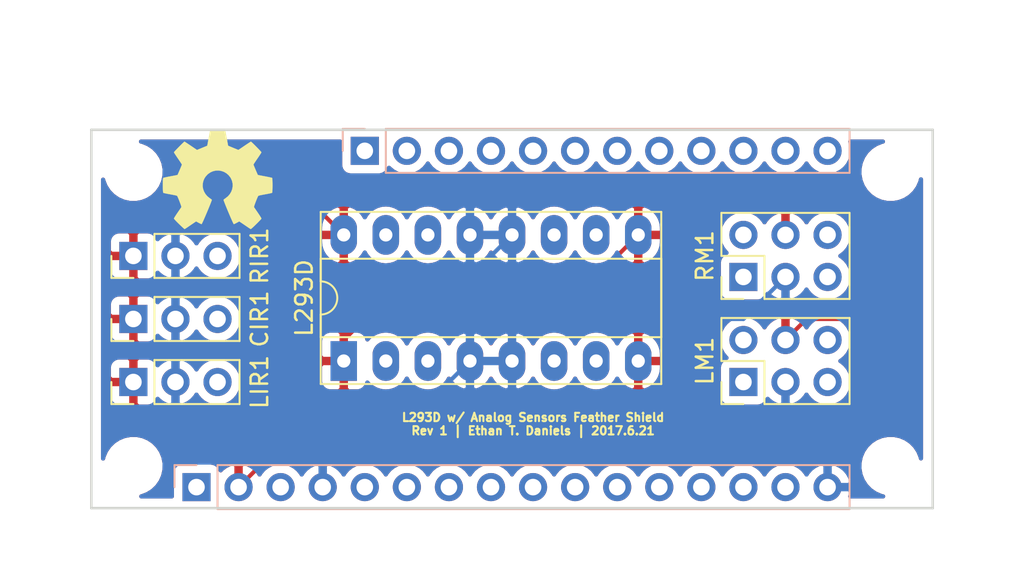
<source format=kicad_pcb>
(kicad_pcb (version 4) (host pcbnew 4.0.6)

  (general
    (links 34)
    (no_connects 0)
    (area 78.231429 78.54 140.208572 112.983333)
    (thickness 1.6)
    (drawings 6)
    (tracks 125)
    (zones 0)
    (modules 13)
    (nets 32)
  )

  (page A4)
  (layers
    (0 F.Cu power)
    (1 In1.Cu signal)
    (2 In2.Cu signal)
    (31 B.Cu power)
    (32 B.Adhes user)
    (33 F.Adhes user)
    (34 B.Paste user)
    (35 F.Paste user)
    (36 B.SilkS user)
    (37 F.SilkS user)
    (38 B.Mask user)
    (39 F.Mask user)
    (40 Dwgs.User user)
    (41 Cmts.User user)
    (42 Eco1.User user)
    (43 Eco2.User user)
    (44 Edge.Cuts user)
    (45 Margin user)
    (46 B.CrtYd user)
    (47 F.CrtYd user)
    (48 B.Fab user)
    (49 F.Fab user)
  )

  (setup
    (last_trace_width 0.25)
    (trace_clearance 0.2)
    (zone_clearance 0.508)
    (zone_45_only no)
    (trace_min 0.2)
    (segment_width 0.2)
    (edge_width 0.15)
    (via_size 0.6)
    (via_drill 0.4)
    (via_min_size 0.4)
    (via_min_drill 0.3)
    (uvia_size 0.3)
    (uvia_drill 0.1)
    (uvias_allowed no)
    (uvia_min_size 0.2)
    (uvia_min_drill 0.1)
    (pcb_text_width 0.3)
    (pcb_text_size 1.5 1.5)
    (mod_edge_width 0.15)
    (mod_text_size 1 1)
    (mod_text_width 0.15)
    (pad_size 2.4 1.6)
    (pad_drill 0.8)
    (pad_to_mask_clearance 0.2)
    (aux_axis_origin 0 0)
    (visible_elements FFFCFFFF)
    (pcbplotparams
      (layerselection 0x010f0_80000007)
      (usegerberextensions false)
      (excludeedgelayer true)
      (linewidth 0.100000)
      (plotframeref false)
      (viasonmask false)
      (mode 1)
      (useauxorigin false)
      (hpglpennumber 1)
      (hpglpenspeed 20)
      (hpglpendiameter 15)
      (hpglpenoverlay 2)
      (psnegative false)
      (psa4output false)
      (plotreference true)
      (plotvalue true)
      (plotinvisibletext false)
      (padsonsilk false)
      (subtractmaskfromsilk false)
      (outputformat 1)
      (mirror false)
      (drillshape 0)
      (scaleselection 1)
      (outputdirectory ""))
  )

  (net 0 "")
  (net 1 +3V3)
  (net 2 GND)
  (net 3 A1)
  (net 4 RESET)
  (net 5 ARF)
  (net 6 A0)
  (net 7 A2)
  (net 8 A3)
  (net 9 A4)
  (net 10 A5)
  (net 11 SCK)
  (net 12 MOSI)
  (net 13 MISO)
  (net 14 VBAT)
  (net 15 EN)
  (net 16 VBUS)
  (net 17 D13)
  (net 18 D12)
  (net 19 D11)
  (net 20 D10)
  (net 21 D9)
  (net 22 D6)
  (net 23 D5)
  (net 24 LM+)
  (net 25 RM-)
  (net 26 LM-)
  (net 27 RM+)
  (net 28 D0)
  (net 29 D1)
  (net 30 D21)
  (net 31 D20)

  (net_class Default "This is the default net class."
    (clearance 0.2)
    (trace_width 0.25)
    (via_dia 0.6)
    (via_drill 0.4)
    (uvia_dia 0.3)
    (uvia_drill 0.1)
    (add_net +3V3)
    (add_net A0)
    (add_net A1)
    (add_net A2)
    (add_net A3)
    (add_net A4)
    (add_net A5)
    (add_net ARF)
    (add_net D0)
    (add_net D1)
    (add_net D10)
    (add_net D11)
    (add_net D12)
    (add_net D13)
    (add_net D20)
    (add_net D21)
    (add_net D5)
    (add_net D6)
    (add_net D9)
    (add_net EN)
    (add_net GND)
    (add_net LM+)
    (add_net LM-)
    (add_net MISO)
    (add_net MOSI)
    (add_net RESET)
    (add_net RM+)
    (add_net RM-)
    (add_net SCK)
    (add_net VBAT)
    (add_net VBUS)
  )

  (module Housings_DIP:DIP-16_W7.62mm_Socket_LongPads (layer F.Cu) (tedit 594B108D) (tstamp 5949D3FE)
    (at 99.06 100.33 90)
    (descr "16-lead dip package, row spacing 7.62 mm (300 mils), Socket, LongPads")
    (tags "DIL DIP PDIP 2.54mm 7.62mm 300mil Socket LongPads")
    (path /5949C5D8)
    (fp_text reference L293D (at 3.81 -2.39 90) (layer F.SilkS)
      (effects (font (size 1 1) (thickness 0.15)))
    )
    (fp_text value L293D (at 3.81 20.17 90) (layer F.Fab)
      (effects (font (size 1 1) (thickness 0.15)))
    )
    (fp_text user %R (at 3.81 8.89 90) (layer F.Fab)
      (effects (font (size 1 1) (thickness 0.15)))
    )
    (fp_line (start 1.635 -1.27) (end 6.985 -1.27) (layer F.Fab) (width 0.1))
    (fp_line (start 6.985 -1.27) (end 6.985 19.05) (layer F.Fab) (width 0.1))
    (fp_line (start 6.985 19.05) (end 0.635 19.05) (layer F.Fab) (width 0.1))
    (fp_line (start 0.635 19.05) (end 0.635 -0.27) (layer F.Fab) (width 0.1))
    (fp_line (start 0.635 -0.27) (end 1.635 -1.27) (layer F.Fab) (width 0.1))
    (fp_line (start -1.27 -1.27) (end -1.27 19.05) (layer F.Fab) (width 0.1))
    (fp_line (start -1.27 19.05) (end 8.89 19.05) (layer F.Fab) (width 0.1))
    (fp_line (start 8.89 19.05) (end 8.89 -1.27) (layer F.Fab) (width 0.1))
    (fp_line (start 8.89 -1.27) (end -1.27 -1.27) (layer F.Fab) (width 0.1))
    (fp_line (start 2.81 -1.39) (end 1.44 -1.39) (layer F.SilkS) (width 0.12))
    (fp_line (start 1.44 -1.39) (end 1.44 19.17) (layer F.SilkS) (width 0.12))
    (fp_line (start 1.44 19.17) (end 6.18 19.17) (layer F.SilkS) (width 0.12))
    (fp_line (start 6.18 19.17) (end 6.18 -1.39) (layer F.SilkS) (width 0.12))
    (fp_line (start 6.18 -1.39) (end 4.81 -1.39) (layer F.SilkS) (width 0.12))
    (fp_line (start -1.39 -1.39) (end -1.39 19.17) (layer F.SilkS) (width 0.12))
    (fp_line (start -1.39 19.17) (end 9.01 19.17) (layer F.SilkS) (width 0.12))
    (fp_line (start 9.01 19.17) (end 9.01 -1.39) (layer F.SilkS) (width 0.12))
    (fp_line (start 9.01 -1.39) (end -1.39 -1.39) (layer F.SilkS) (width 0.12))
    (fp_line (start -1.7 -1.7) (end -1.7 19.5) (layer F.CrtYd) (width 0.05))
    (fp_line (start -1.7 19.5) (end 9.3 19.5) (layer F.CrtYd) (width 0.05))
    (fp_line (start 9.3 19.5) (end 9.3 -1.7) (layer F.CrtYd) (width 0.05))
    (fp_line (start 9.3 -1.7) (end -1.7 -1.7) (layer F.CrtYd) (width 0.05))
    (fp_arc (start 3.81 -1.39) (end 2.81 -1.39) (angle -180) (layer F.SilkS) (width 0.12))
    (pad 1 thru_hole rect (at 0 0 90) (size 2.4 1.6) (drill 0.8) (layers *.Cu *.Mask)
      (net 1 +3V3))
    (pad 9 thru_hole oval (at 7.62 17.78 90) (size 2.4 1.6) (drill 0.8) (layers *.Cu *.Mask)
      (net 1 +3V3))
    (pad 2 thru_hole oval (at 0 2.54 90) (size 2.4 1.6) (drill 0.8) (layers *.Cu *.Mask)
      (net 19 D11))
    (pad 10 thru_hole oval (at 7.62 15.24 90) (size 2.4 1.6) (drill 0.8) (layers *.Cu *.Mask)
      (net 18 D12))
    (pad 3 thru_hole oval (at 0 5.08 90) (size 2.4 1.6) (drill 0.8) (layers *.Cu *.Mask)
      (net 24 LM+))
    (pad 11 thru_hole oval (at 7.62 12.7 90) (size 2.4 1.6) (drill 0.8) (layers *.Cu *.Mask)
      (net 25 RM-))
    (pad 4 thru_hole oval (at 0 7.62 90) (size 2.4 1.6) (drill 0.8) (layers *.Cu *.Mask)
      (net 2 GND))
    (pad 12 thru_hole oval (at 7.62 10.16 90) (size 2.4 1.6) (drill 0.8) (layers *.Cu *.Mask)
      (net 2 GND))
    (pad 5 thru_hole oval (at 0 10.16 90) (size 2.4 1.6) (drill 0.8) (layers *.Cu *.Mask)
      (net 2 GND))
    (pad 13 thru_hole oval (at 7.62 7.62 90) (size 2.4 1.6) (drill 0.8) (layers *.Cu *.Mask)
      (net 2 GND))
    (pad 6 thru_hole oval (at 0 12.7 90) (size 2.4 1.6) (drill 0.8) (layers *.Cu *.Mask)
      (net 26 LM-))
    (pad 14 thru_hole oval (at 7.62 5.08 90) (size 2.4 1.6) (drill 0.8) (layers *.Cu *.Mask)
      (net 27 RM+))
    (pad 7 thru_hole oval (at 0 15.24 90) (size 2.4 1.6) (drill 0.8) (layers *.Cu *.Mask)
      (net 20 D10))
    (pad 15 thru_hole oval (at 7.62 2.54 90) (size 2.4 1.6) (drill 0.8) (layers *.Cu *.Mask)
      (net 17 D13))
    (pad 8 thru_hole oval (at 0 17.78 90) (size 2.4 1.6) (drill 0.8) (layers *.Cu *.Mask)
      (net 1 +3V3))
    (pad 16 thru_hole oval (at 7.62 0 90) (size 2.4 1.6) (drill 0.8) (layers *.Cu *.Mask)
      (net 1 +3V3))
    (model ${KISYS3DMOD}/Housings_DIP.3dshapes/DIP-16_W7.62mm_Socket_LongPads.wrl
      (at (xyz 0 0 0))
      (scale (xyz 1 1 1))
      (rotate (xyz 0 0 0))
    )
  )

  (module Socket_Strips:Socket_Strip_Straight_1x03_Pitch2.54mm (layer F.Cu) (tedit 594B10AF) (tstamp 5949D416)
    (at 86.36 93.98 90)
    (descr "Through hole straight socket strip, 1x03, 2.54mm pitch, single row")
    (tags "Through hole socket strip THT 1x03 2.54mm single row")
    (path /5949C692)
    (fp_text reference RIR1 (at 0 7.62 90) (layer F.SilkS)
      (effects (font (size 1 1) (thickness 0.15)))
    )
    (fp_text value CONN_01X03 (at 0 7.41 90) (layer F.Fab)
      (effects (font (size 1 1) (thickness 0.15)))
    )
    (fp_line (start -1.27 -1.27) (end -1.27 6.35) (layer F.Fab) (width 0.1))
    (fp_line (start -1.27 6.35) (end 1.27 6.35) (layer F.Fab) (width 0.1))
    (fp_line (start 1.27 6.35) (end 1.27 -1.27) (layer F.Fab) (width 0.1))
    (fp_line (start 1.27 -1.27) (end -1.27 -1.27) (layer F.Fab) (width 0.1))
    (fp_line (start -1.33 1.27) (end -1.33 6.41) (layer F.SilkS) (width 0.12))
    (fp_line (start -1.33 6.41) (end 1.33 6.41) (layer F.SilkS) (width 0.12))
    (fp_line (start 1.33 6.41) (end 1.33 1.27) (layer F.SilkS) (width 0.12))
    (fp_line (start 1.33 1.27) (end -1.33 1.27) (layer F.SilkS) (width 0.12))
    (fp_line (start -1.33 0) (end -1.33 -1.33) (layer F.SilkS) (width 0.12))
    (fp_line (start -1.33 -1.33) (end 0 -1.33) (layer F.SilkS) (width 0.12))
    (fp_line (start -1.8 -1.8) (end -1.8 6.85) (layer F.CrtYd) (width 0.05))
    (fp_line (start -1.8 6.85) (end 1.8 6.85) (layer F.CrtYd) (width 0.05))
    (fp_line (start 1.8 6.85) (end 1.8 -1.8) (layer F.CrtYd) (width 0.05))
    (fp_line (start 1.8 -1.8) (end -1.8 -1.8) (layer F.CrtYd) (width 0.05))
    (fp_text user %R (at 0 7.62 90) (layer F.Fab)
      (effects (font (size 1 1) (thickness 0.15)))
    )
    (pad 1 thru_hole rect (at 0 0 90) (size 1.7 1.7) (drill 1) (layers *.Cu *.Mask)
      (net 1 +3V3))
    (pad 2 thru_hole oval (at 0 2.54 90) (size 1.7 1.7) (drill 1) (layers *.Cu *.Mask)
      (net 2 GND))
    (pad 3 thru_hole oval (at 0 5.08 90) (size 1.7 1.7) (drill 1) (layers *.Cu *.Mask)
      (net 7 A2))
    (model ${KISYS3DMOD}/Socket_Strips.3dshapes/Socket_Strip_Straight_1x03_Pitch2.54mm.wrl
      (at (xyz 0 -0.1 0))
      (scale (xyz 1 1 1))
      (rotate (xyz 0 0 270))
    )
  )

  (module Pin_Headers:Pin_Header_Straight_1x12_Pitch2.54mm (layer B.Cu) (tedit 594B10EF) (tstamp 5949D3EA)
    (at 100.33 87.63 270)
    (descr "Through hole straight pin header, 1x12, 2.54mm pitch, single row")
    (tags "Through hole pin header THT 1x12 2.54mm single row")
    (path /5949CA40)
    (fp_text reference "" (at -7.62 -7.62 270) (layer B.SilkS)
      (effects (font (size 1 1) (thickness 0.15)) (justify mirror))
    )
    (fp_text value CONN_01X12 (at 0 -30.27 270) (layer B.Fab)
      (effects (font (size 1 1) (thickness 0.15)) (justify mirror))
    )
    (fp_line (start -1.27 1.27) (end -1.27 -29.21) (layer B.Fab) (width 0.1))
    (fp_line (start -1.27 -29.21) (end 1.27 -29.21) (layer B.Fab) (width 0.1))
    (fp_line (start 1.27 -29.21) (end 1.27 1.27) (layer B.Fab) (width 0.1))
    (fp_line (start 1.27 1.27) (end -1.27 1.27) (layer B.Fab) (width 0.1))
    (fp_line (start -1.33 -1.27) (end -1.33 -29.27) (layer B.SilkS) (width 0.12))
    (fp_line (start -1.33 -29.27) (end 1.33 -29.27) (layer B.SilkS) (width 0.12))
    (fp_line (start 1.33 -29.27) (end 1.33 -1.27) (layer B.SilkS) (width 0.12))
    (fp_line (start 1.33 -1.27) (end -1.33 -1.27) (layer B.SilkS) (width 0.12))
    (fp_line (start -1.33 0) (end -1.33 1.33) (layer B.SilkS) (width 0.12))
    (fp_line (start -1.33 1.33) (end 0 1.33) (layer B.SilkS) (width 0.12))
    (fp_line (start -1.8 1.8) (end -1.8 -29.75) (layer B.CrtYd) (width 0.05))
    (fp_line (start -1.8 -29.75) (end 1.8 -29.75) (layer B.CrtYd) (width 0.05))
    (fp_line (start 1.8 -29.75) (end 1.8 1.8) (layer B.CrtYd) (width 0.05))
    (fp_line (start 1.8 1.8) (end -1.8 1.8) (layer B.CrtYd) (width 0.05))
    (fp_text user %R (at 0 2.33 270) (layer B.Fab)
      (effects (font (size 1 1) (thickness 0.15)) (justify mirror))
    )
    (pad 1 thru_hole rect (at 0 0 270) (size 1.7 1.7) (drill 1) (layers *.Cu *.Mask)
      (net 14 VBAT))
    (pad 2 thru_hole oval (at 0 -2.54 270) (size 1.7 1.7) (drill 1) (layers *.Cu *.Mask)
      (net 15 EN))
    (pad 3 thru_hole oval (at 0 -5.08 270) (size 1.7 1.7) (drill 1) (layers *.Cu *.Mask)
      (net 16 VBUS))
    (pad 4 thru_hole oval (at 0 -7.62 270) (size 1.7 1.7) (drill 1) (layers *.Cu *.Mask)
      (net 17 D13))
    (pad 5 thru_hole oval (at 0 -10.16 270) (size 1.7 1.7) (drill 1) (layers *.Cu *.Mask)
      (net 18 D12))
    (pad 6 thru_hole oval (at 0 -12.7 270) (size 1.7 1.7) (drill 1) (layers *.Cu *.Mask)
      (net 19 D11))
    (pad 7 thru_hole oval (at 0 -15.24 270) (size 1.7 1.7) (drill 1) (layers *.Cu *.Mask)
      (net 20 D10))
    (pad 8 thru_hole oval (at 0 -17.78 270) (size 1.7 1.7) (drill 1) (layers *.Cu *.Mask)
      (net 21 D9))
    (pad 9 thru_hole oval (at 0 -20.32 270) (size 1.7 1.7) (drill 1) (layers *.Cu *.Mask)
      (net 22 D6))
    (pad 10 thru_hole oval (at 0 -22.86 270) (size 1.7 1.7) (drill 1) (layers *.Cu *.Mask)
      (net 23 D5))
    (pad 11 thru_hole oval (at 0 -25.4 270) (size 1.7 1.7) (drill 1) (layers *.Cu *.Mask)
      (net 30 D21))
    (pad 12 thru_hole oval (at 0 -27.94 270) (size 1.7 1.7) (drill 1) (layers *.Cu *.Mask)
      (net 31 D20))
    (model ${KISYS3DMOD}/Pin_Headers.3dshapes/Pin_Header_Straight_1x12_Pitch2.54mm.wrl
      (at (xyz 0 -0.55 0))
      (scale (xyz 1 1 1))
      (rotate (xyz 0 0 90))
    )
  )

  (module Mounting_Holes:MountingHole_2.5mm (layer F.Cu) (tedit 594B10D6) (tstamp 5949D9F3)
    (at 86.36 106.68)
    (descr "Mounting Hole 2.5mm, no annular")
    (tags "mounting hole 2.5mm no annular")
    (fp_text reference "" (at 0 -3.5) (layer F.SilkS)
      (effects (font (size 1 1) (thickness 0.15)))
    )
    (fp_text value MountingHole_2.5mm (at 0 3.5) (layer F.Fab)
      (effects (font (size 1 1) (thickness 0.15)))
    )
    (fp_circle (center 0 0) (end 2.5 0) (layer Cmts.User) (width 0.15))
    (fp_circle (center 0 0) (end 2.75 0) (layer F.CrtYd) (width 0.05))
    (pad 1 np_thru_hole circle (at 0 0) (size 2.5 2.5) (drill 2.5) (layers *.Cu *.Mask))
  )

  (module Mounting_Holes:MountingHole_2.5mm (layer F.Cu) (tedit 594B10CD) (tstamp 5949D9EE)
    (at 132.08 106.68)
    (descr "Mounting Hole 2.5mm, no annular")
    (tags "mounting hole 2.5mm no annular")
    (fp_text reference "" (at 0 -3.5) (layer F.SilkS)
      (effects (font (size 1 1) (thickness 0.15)))
    )
    (fp_text value MountingHole_2.5mm (at 0 3.5) (layer F.Fab)
      (effects (font (size 1 1) (thickness 0.15)))
    )
    (fp_circle (center 0 0) (end 2.5 0) (layer Cmts.User) (width 0.15))
    (fp_circle (center 0 0) (end 2.75 0) (layer F.CrtYd) (width 0.05))
    (pad 1 np_thru_hole circle (at 0 0) (size 2.5 2.5) (drill 2.5) (layers *.Cu *.Mask))
  )

  (module Mounting_Holes:MountingHole_2.5mm (layer F.Cu) (tedit 594B10CA) (tstamp 5949D9E9)
    (at 132.08 88.9)
    (descr "Mounting Hole 2.5mm, no annular")
    (tags "mounting hole 2.5mm no annular")
    (fp_text reference "" (at 0 -3.5) (layer F.SilkS)
      (effects (font (size 1 1) (thickness 0.15)))
    )
    (fp_text value MountingHole_2.5mm (at 0 3.5) (layer F.Fab)
      (effects (font (size 1 1) (thickness 0.15)))
    )
    (fp_circle (center 0 0) (end 2.5 0) (layer Cmts.User) (width 0.15))
    (fp_circle (center 0 0) (end 2.75 0) (layer F.CrtYd) (width 0.05))
    (pad 1 np_thru_hole circle (at 0 0) (size 2.5 2.5) (drill 2.5) (layers *.Cu *.Mask))
  )

  (module Mounting_Holes:MountingHole_2.5mm (layer F.Cu) (tedit 594B10C5) (tstamp 5949D9F9)
    (at 86.36 88.9)
    (descr "Mounting Hole 2.5mm, no annular")
    (tags "mounting hole 2.5mm no annular")
    (fp_text reference "" (at 0 -3.5) (layer F.SilkS)
      (effects (font (size 1 1) (thickness 0.15)))
    )
    (fp_text value MountingHole_2.5mm (at 0 3.5) (layer F.Fab)
      (effects (font (size 1 1) (thickness 0.15)))
    )
    (fp_circle (center 0 0) (end 2.5 0) (layer Cmts.User) (width 0.15))
    (fp_circle (center 0 0) (end 2.75 0) (layer F.CrtYd) (width 0.05))
    (pad 1 np_thru_hole circle (at 0 0) (size 2.5 2.5) (drill 2.5) (layers *.Cu *.Mask))
  )

  (module Socket_Strips:Socket_Strip_Straight_1x03_Pitch2.54mm (layer F.Cu) (tedit 594B10A9) (tstamp 5949D3C6)
    (at 86.36 97.79 90)
    (descr "Through hole straight socket strip, 1x03, 2.54mm pitch, single row")
    (tags "Through hole socket strip THT 1x03 2.54mm single row")
    (path /5949C66D)
    (fp_text reference CIR1 (at 0 7.62 90) (layer F.SilkS)
      (effects (font (size 1 1) (thickness 0.15)))
    )
    (fp_text value CONN_01X03 (at 0 7.41 90) (layer F.Fab)
      (effects (font (size 1 1) (thickness 0.15)))
    )
    (fp_line (start -1.27 -1.27) (end -1.27 6.35) (layer F.Fab) (width 0.1))
    (fp_line (start -1.27 6.35) (end 1.27 6.35) (layer F.Fab) (width 0.1))
    (fp_line (start 1.27 6.35) (end 1.27 -1.27) (layer F.Fab) (width 0.1))
    (fp_line (start 1.27 -1.27) (end -1.27 -1.27) (layer F.Fab) (width 0.1))
    (fp_line (start -1.33 1.27) (end -1.33 6.41) (layer F.SilkS) (width 0.12))
    (fp_line (start -1.33 6.41) (end 1.33 6.41) (layer F.SilkS) (width 0.12))
    (fp_line (start 1.33 6.41) (end 1.33 1.27) (layer F.SilkS) (width 0.12))
    (fp_line (start 1.33 1.27) (end -1.33 1.27) (layer F.SilkS) (width 0.12))
    (fp_line (start -1.33 0) (end -1.33 -1.33) (layer F.SilkS) (width 0.12))
    (fp_line (start -1.33 -1.33) (end 0 -1.33) (layer F.SilkS) (width 0.12))
    (fp_line (start -1.8 -1.8) (end -1.8 6.85) (layer F.CrtYd) (width 0.05))
    (fp_line (start -1.8 6.85) (end 1.8 6.85) (layer F.CrtYd) (width 0.05))
    (fp_line (start 1.8 6.85) (end 1.8 -1.8) (layer F.CrtYd) (width 0.05))
    (fp_line (start 1.8 -1.8) (end -1.8 -1.8) (layer F.CrtYd) (width 0.05))
    (fp_text user %R (at 0 7.62 90) (layer F.Fab)
      (effects (font (size 1 1) (thickness 0.15)))
    )
    (pad 1 thru_hole rect (at 0 0 90) (size 1.7 1.7) (drill 1) (layers *.Cu *.Mask)
      (net 1 +3V3))
    (pad 2 thru_hole oval (at 0 2.54 90) (size 1.7 1.7) (drill 1) (layers *.Cu *.Mask)
      (net 2 GND))
    (pad 3 thru_hole oval (at 0 5.08 90) (size 1.7 1.7) (drill 1) (layers *.Cu *.Mask)
      (net 3 A1))
    (model ${KISYS3DMOD}/Socket_Strips.3dshapes/Socket_Strip_Straight_1x03_Pitch2.54mm.wrl
      (at (xyz 0 -0.1 0))
      (scale (xyz 1 1 1))
      (rotate (xyz 0 0 270))
    )
  )

  (module Pin_Headers:Pin_Header_Straight_1x16_Pitch2.54mm (layer B.Cu) (tedit 594B10FC) (tstamp 5949D3DA)
    (at 90.17 107.95 270)
    (descr "Through hole straight pin header, 1x16, 2.54mm pitch, single row")
    (tags "Through hole pin header THT 1x16 2.54mm single row")
    (path /5949CA91)
    (fp_text reference "" (at -29.21 -6.35 270) (layer B.SilkS)
      (effects (font (size 1 1) (thickness 0.15)) (justify mirror))
    )
    (fp_text value CONN_01X16 (at 0 -40.43 270) (layer B.Fab)
      (effects (font (size 1 1) (thickness 0.15)) (justify mirror))
    )
    (fp_line (start -1.27 1.27) (end -1.27 -39.37) (layer B.Fab) (width 0.1))
    (fp_line (start -1.27 -39.37) (end 1.27 -39.37) (layer B.Fab) (width 0.1))
    (fp_line (start 1.27 -39.37) (end 1.27 1.27) (layer B.Fab) (width 0.1))
    (fp_line (start 1.27 1.27) (end -1.27 1.27) (layer B.Fab) (width 0.1))
    (fp_line (start -1.33 -1.27) (end -1.33 -39.43) (layer B.SilkS) (width 0.12))
    (fp_line (start -1.33 -39.43) (end 1.33 -39.43) (layer B.SilkS) (width 0.12))
    (fp_line (start 1.33 -39.43) (end 1.33 -1.27) (layer B.SilkS) (width 0.12))
    (fp_line (start 1.33 -1.27) (end -1.33 -1.27) (layer B.SilkS) (width 0.12))
    (fp_line (start -1.33 0) (end -1.33 1.33) (layer B.SilkS) (width 0.12))
    (fp_line (start -1.33 1.33) (end 0 1.33) (layer B.SilkS) (width 0.12))
    (fp_line (start -1.8 1.8) (end -1.8 -39.9) (layer B.CrtYd) (width 0.05))
    (fp_line (start -1.8 -39.9) (end 1.8 -39.9) (layer B.CrtYd) (width 0.05))
    (fp_line (start 1.8 -39.9) (end 1.8 1.8) (layer B.CrtYd) (width 0.05))
    (fp_line (start 1.8 1.8) (end -1.8 1.8) (layer B.CrtYd) (width 0.05))
    (fp_text user %R (at 0 2.33 270) (layer B.Fab)
      (effects (font (size 1 1) (thickness 0.15)) (justify mirror))
    )
    (pad 1 thru_hole rect (at 0 0 270) (size 1.7 1.7) (drill 1) (layers *.Cu *.Mask)
      (net 4 RESET))
    (pad 2 thru_hole oval (at 0 -2.54 270) (size 1.7 1.7) (drill 1) (layers *.Cu *.Mask)
      (net 1 +3V3))
    (pad 3 thru_hole oval (at 0 -5.08 270) (size 1.7 1.7) (drill 1) (layers *.Cu *.Mask)
      (net 5 ARF))
    (pad 4 thru_hole oval (at 0 -7.62 270) (size 1.7 1.7) (drill 1) (layers *.Cu *.Mask)
      (net 2 GND))
    (pad 5 thru_hole oval (at 0 -10.16 270) (size 1.7 1.7) (drill 1) (layers *.Cu *.Mask)
      (net 6 A0))
    (pad 6 thru_hole oval (at 0 -12.7 270) (size 1.7 1.7) (drill 1) (layers *.Cu *.Mask)
      (net 3 A1))
    (pad 7 thru_hole oval (at 0 -15.24 270) (size 1.7 1.7) (drill 1) (layers *.Cu *.Mask)
      (net 7 A2))
    (pad 8 thru_hole oval (at 0 -17.78 270) (size 1.7 1.7) (drill 1) (layers *.Cu *.Mask)
      (net 8 A3))
    (pad 9 thru_hole oval (at 0 -20.32 270) (size 1.7 1.7) (drill 1) (layers *.Cu *.Mask)
      (net 9 A4))
    (pad 10 thru_hole oval (at 0 -22.86 270) (size 1.7 1.7) (drill 1) (layers *.Cu *.Mask)
      (net 10 A5))
    (pad 11 thru_hole oval (at 0 -25.4 270) (size 1.7 1.7) (drill 1) (layers *.Cu *.Mask)
      (net 11 SCK))
    (pad 12 thru_hole oval (at 0 -27.94 270) (size 1.7 1.7) (drill 1) (layers *.Cu *.Mask)
      (net 12 MOSI))
    (pad 13 thru_hole oval (at 0 -30.48 270) (size 1.7 1.7) (drill 1) (layers *.Cu *.Mask)
      (net 13 MISO))
    (pad 14 thru_hole oval (at 0 -33.02 270) (size 1.7 1.7) (drill 1) (layers *.Cu *.Mask)
      (net 28 D0))
    (pad 15 thru_hole oval (at 0 -35.56 270) (size 1.7 1.7) (drill 1) (layers *.Cu *.Mask)
      (net 29 D1))
    (pad 16 thru_hole oval (at 0 -38.1 270) (size 1.7 1.7) (drill 1) (layers *.Cu *.Mask)
      (net 2 GND))
    (model ${KISYS3DMOD}/Pin_Headers.3dshapes/Pin_Header_Straight_1x16_Pitch2.54mm.wrl
      (at (xyz 0 -0.75 0))
      (scale (xyz 1 1 1))
      (rotate (xyz 0 0 90))
    )
  )

  (module Socket_Strips:Socket_Strip_Straight_1x03_Pitch2.54mm (layer F.Cu) (tedit 594B10BC) (tstamp 5949D405)
    (at 86.36 101.6 90)
    (descr "Through hole straight socket strip, 1x03, 2.54mm pitch, single row")
    (tags "Through hole socket strip THT 1x03 2.54mm single row")
    (path /5949C62B)
    (fp_text reference LIR1 (at 0 7.62 90) (layer F.SilkS)
      (effects (font (size 1 1) (thickness 0.15)))
    )
    (fp_text value CONN_01X03 (at 0 7.41 90) (layer F.Fab)
      (effects (font (size 1 1) (thickness 0.15)))
    )
    (fp_line (start -1.27 -1.27) (end -1.27 6.35) (layer F.Fab) (width 0.1))
    (fp_line (start -1.27 6.35) (end 1.27 6.35) (layer F.Fab) (width 0.1))
    (fp_line (start 1.27 6.35) (end 1.27 -1.27) (layer F.Fab) (width 0.1))
    (fp_line (start 1.27 -1.27) (end -1.27 -1.27) (layer F.Fab) (width 0.1))
    (fp_line (start -1.33 1.27) (end -1.33 6.41) (layer F.SilkS) (width 0.12))
    (fp_line (start -1.33 6.41) (end 1.33 6.41) (layer F.SilkS) (width 0.12))
    (fp_line (start 1.33 6.41) (end 1.33 1.27) (layer F.SilkS) (width 0.12))
    (fp_line (start 1.33 1.27) (end -1.33 1.27) (layer F.SilkS) (width 0.12))
    (fp_line (start -1.33 0) (end -1.33 -1.33) (layer F.SilkS) (width 0.12))
    (fp_line (start -1.33 -1.33) (end 0 -1.33) (layer F.SilkS) (width 0.12))
    (fp_line (start -1.8 -1.8) (end -1.8 6.85) (layer F.CrtYd) (width 0.05))
    (fp_line (start -1.8 6.85) (end 1.8 6.85) (layer F.CrtYd) (width 0.05))
    (fp_line (start 1.8 6.85) (end 1.8 -1.8) (layer F.CrtYd) (width 0.05))
    (fp_line (start 1.8 -1.8) (end -1.8 -1.8) (layer F.CrtYd) (width 0.05))
    (fp_text user %R (at 0 7.62 90) (layer F.Fab)
      (effects (font (size 1 1) (thickness 0.15)))
    )
    (pad 1 thru_hole rect (at 0 0 90) (size 1.7 1.7) (drill 1) (layers *.Cu *.Mask)
      (net 1 +3V3))
    (pad 2 thru_hole oval (at 0 2.54 90) (size 1.7 1.7) (drill 1) (layers *.Cu *.Mask)
      (net 2 GND))
    (pad 3 thru_hole oval (at 0 5.08 90) (size 1.7 1.7) (drill 1) (layers *.Cu *.Mask)
      (net 6 A0))
    (model ${KISYS3DMOD}/Socket_Strips.3dshapes/Socket_Strip_Straight_1x03_Pitch2.54mm.wrl
      (at (xyz 0 -0.1 0))
      (scale (xyz 1 1 1))
      (rotate (xyz 0 0 270))
    )
  )

  (module Pin_Headers:Pin_Header_Straight_2x03_Pitch2.54mm (layer F.Cu) (tedit 58CD4EC5) (tstamp 5949D40F)
    (at 123.19 101.6 90)
    (descr "Through hole straight pin header, 2x03, 2.54mm pitch, double rows")
    (tags "Through hole pin header THT 2x03 2.54mm double row")
    (path /5949D5A8)
    (fp_text reference LM1 (at 1.27 -2.33 90) (layer F.SilkS)
      (effects (font (size 1 1) (thickness 0.15)))
    )
    (fp_text value CONN_02X03 (at 1.27 7.41 90) (layer F.Fab)
      (effects (font (size 1 1) (thickness 0.15)))
    )
    (fp_line (start -1.27 -1.27) (end -1.27 6.35) (layer F.Fab) (width 0.1))
    (fp_line (start -1.27 6.35) (end 3.81 6.35) (layer F.Fab) (width 0.1))
    (fp_line (start 3.81 6.35) (end 3.81 -1.27) (layer F.Fab) (width 0.1))
    (fp_line (start 3.81 -1.27) (end -1.27 -1.27) (layer F.Fab) (width 0.1))
    (fp_line (start -1.33 1.27) (end -1.33 6.41) (layer F.SilkS) (width 0.12))
    (fp_line (start -1.33 6.41) (end 3.87 6.41) (layer F.SilkS) (width 0.12))
    (fp_line (start 3.87 6.41) (end 3.87 -1.33) (layer F.SilkS) (width 0.12))
    (fp_line (start 3.87 -1.33) (end 1.27 -1.33) (layer F.SilkS) (width 0.12))
    (fp_line (start 1.27 -1.33) (end 1.27 1.27) (layer F.SilkS) (width 0.12))
    (fp_line (start 1.27 1.27) (end -1.33 1.27) (layer F.SilkS) (width 0.12))
    (fp_line (start -1.33 0) (end -1.33 -1.33) (layer F.SilkS) (width 0.12))
    (fp_line (start -1.33 -1.33) (end 0 -1.33) (layer F.SilkS) (width 0.12))
    (fp_line (start -1.8 -1.8) (end -1.8 6.85) (layer F.CrtYd) (width 0.05))
    (fp_line (start -1.8 6.85) (end 4.35 6.85) (layer F.CrtYd) (width 0.05))
    (fp_line (start 4.35 6.85) (end 4.35 -1.8) (layer F.CrtYd) (width 0.05))
    (fp_line (start 4.35 -1.8) (end -1.8 -1.8) (layer F.CrtYd) (width 0.05))
    (fp_text user %R (at 1.27 -2.33 90) (layer F.Fab)
      (effects (font (size 1 1) (thickness 0.15)))
    )
    (pad 1 thru_hole rect (at 0 0 90) (size 1.7 1.7) (drill 1) (layers *.Cu *.Mask)
      (net 26 LM-))
    (pad 2 thru_hole oval (at 2.54 0 90) (size 1.7 1.7) (drill 1) (layers *.Cu *.Mask)
      (net 24 LM+))
    (pad 3 thru_hole oval (at 0 2.54 90) (size 1.7 1.7) (drill 1) (layers *.Cu *.Mask)
      (net 2 GND))
    (pad 4 thru_hole oval (at 2.54 2.54 90) (size 1.7 1.7) (drill 1) (layers *.Cu *.Mask)
      (net 1 +3V3))
    (pad 5 thru_hole oval (at 0 5.08 90) (size 1.7 1.7) (drill 1) (layers *.Cu *.Mask)
      (net 28 D0))
    (pad 6 thru_hole oval (at 2.54 5.08 90) (size 1.7 1.7) (drill 1) (layers *.Cu *.Mask)
      (net 29 D1))
    (model ${KISYS3DMOD}/Pin_Headers.3dshapes/Pin_Header_Straight_2x03_Pitch2.54mm.wrl
      (at (xyz 0.05 -0.1 0))
      (scale (xyz 1 1 1))
      (rotate (xyz 0 0 90))
    )
  )

  (module Pin_Headers:Pin_Header_Straight_2x03_Pitch2.54mm (layer F.Cu) (tedit 58CD4EC5) (tstamp 5949D420)
    (at 123.19 95.25 90)
    (descr "Through hole straight pin header, 2x03, 2.54mm pitch, double rows")
    (tags "Through hole pin header THT 2x03 2.54mm double row")
    (path /5949D5ED)
    (fp_text reference RM1 (at 1.27 -2.33 90) (layer F.SilkS)
      (effects (font (size 1 1) (thickness 0.15)))
    )
    (fp_text value CONN_02X03 (at 1.27 7.41 90) (layer F.Fab)
      (effects (font (size 1 1) (thickness 0.15)))
    )
    (fp_line (start -1.27 -1.27) (end -1.27 6.35) (layer F.Fab) (width 0.1))
    (fp_line (start -1.27 6.35) (end 3.81 6.35) (layer F.Fab) (width 0.1))
    (fp_line (start 3.81 6.35) (end 3.81 -1.27) (layer F.Fab) (width 0.1))
    (fp_line (start 3.81 -1.27) (end -1.27 -1.27) (layer F.Fab) (width 0.1))
    (fp_line (start -1.33 1.27) (end -1.33 6.41) (layer F.SilkS) (width 0.12))
    (fp_line (start -1.33 6.41) (end 3.87 6.41) (layer F.SilkS) (width 0.12))
    (fp_line (start 3.87 6.41) (end 3.87 -1.33) (layer F.SilkS) (width 0.12))
    (fp_line (start 3.87 -1.33) (end 1.27 -1.33) (layer F.SilkS) (width 0.12))
    (fp_line (start 1.27 -1.33) (end 1.27 1.27) (layer F.SilkS) (width 0.12))
    (fp_line (start 1.27 1.27) (end -1.33 1.27) (layer F.SilkS) (width 0.12))
    (fp_line (start -1.33 0) (end -1.33 -1.33) (layer F.SilkS) (width 0.12))
    (fp_line (start -1.33 -1.33) (end 0 -1.33) (layer F.SilkS) (width 0.12))
    (fp_line (start -1.8 -1.8) (end -1.8 6.85) (layer F.CrtYd) (width 0.05))
    (fp_line (start -1.8 6.85) (end 4.35 6.85) (layer F.CrtYd) (width 0.05))
    (fp_line (start 4.35 6.85) (end 4.35 -1.8) (layer F.CrtYd) (width 0.05))
    (fp_line (start 4.35 -1.8) (end -1.8 -1.8) (layer F.CrtYd) (width 0.05))
    (fp_text user %R (at 1.27 -2.33 90) (layer F.Fab)
      (effects (font (size 1 1) (thickness 0.15)))
    )
    (pad 1 thru_hole rect (at 0 0 90) (size 1.7 1.7) (drill 1) (layers *.Cu *.Mask)
      (net 25 RM-))
    (pad 2 thru_hole oval (at 2.54 0 90) (size 1.7 1.7) (drill 1) (layers *.Cu *.Mask)
      (net 27 RM+))
    (pad 3 thru_hole oval (at 0 2.54 90) (size 1.7 1.7) (drill 1) (layers *.Cu *.Mask)
      (net 2 GND))
    (pad 4 thru_hole oval (at 2.54 2.54 90) (size 1.7 1.7) (drill 1) (layers *.Cu *.Mask)
      (net 1 +3V3))
    (pad 5 thru_hole oval (at 0 5.08 90) (size 1.7 1.7) (drill 1) (layers *.Cu *.Mask)
      (net 31 D20))
    (pad 6 thru_hole oval (at 2.54 5.08 90) (size 1.7 1.7) (drill 1) (layers *.Cu *.Mask)
      (net 30 D21))
    (model ${KISYS3DMOD}/Pin_Headers.3dshapes/Pin_Header_Straight_2x03_Pitch2.54mm.wrl
      (at (xyz 0.05 -0.1 0))
      (scale (xyz 1 1 1))
      (rotate (xyz 0 0 90))
    )
  )

  (module Symbols:OSHW-Symbol_6.7x6mm_SilkScreen (layer F.Cu) (tedit 0) (tstamp 594B12FB)
    (at 91.44 89.408)
    (descr "Open Source Hardware Symbol")
    (tags "Logo Symbol OSHW")
    (attr virtual)
    (fp_text reference REF*** (at 0 0) (layer F.SilkS) hide
      (effects (font (size 1 1) (thickness 0.15)))
    )
    (fp_text value OSHW-Symbol_6.7x6mm_SilkScreen (at 0.75 0) (layer F.Fab) hide
      (effects (font (size 1 1) (thickness 0.15)))
    )
    (fp_poly (pts (xy 0.555814 -2.531069) (xy 0.639635 -2.086445) (xy 0.94892 -1.958947) (xy 1.258206 -1.831449)
      (xy 1.629246 -2.083754) (xy 1.733157 -2.154004) (xy 1.827087 -2.216728) (xy 1.906652 -2.269062)
      (xy 1.96747 -2.308143) (xy 2.005157 -2.331107) (xy 2.015421 -2.336058) (xy 2.03391 -2.323324)
      (xy 2.07342 -2.288118) (xy 2.129522 -2.234938) (xy 2.197787 -2.168282) (xy 2.273786 -2.092646)
      (xy 2.353092 -2.012528) (xy 2.431275 -1.932426) (xy 2.503907 -1.856836) (xy 2.566559 -1.790255)
      (xy 2.614803 -1.737182) (xy 2.64421 -1.702113) (xy 2.651241 -1.690377) (xy 2.641123 -1.66874)
      (xy 2.612759 -1.621338) (xy 2.569129 -1.552807) (xy 2.513218 -1.467785) (xy 2.448006 -1.370907)
      (xy 2.410219 -1.31565) (xy 2.341343 -1.214752) (xy 2.28014 -1.123701) (xy 2.229578 -1.04703)
      (xy 2.192628 -0.989272) (xy 2.172258 -0.954957) (xy 2.169197 -0.947746) (xy 2.176136 -0.927252)
      (xy 2.195051 -0.879487) (xy 2.223087 -0.811168) (xy 2.257391 -0.729011) (xy 2.295109 -0.63973)
      (xy 2.333387 -0.550042) (xy 2.36937 -0.466662) (xy 2.400206 -0.396306) (xy 2.423039 -0.34569)
      (xy 2.435017 -0.321529) (xy 2.435724 -0.320578) (xy 2.454531 -0.315964) (xy 2.504618 -0.305672)
      (xy 2.580793 -0.290713) (xy 2.677865 -0.272099) (xy 2.790643 -0.250841) (xy 2.856442 -0.238582)
      (xy 2.97695 -0.215638) (xy 3.085797 -0.193805) (xy 3.177476 -0.174278) (xy 3.246481 -0.158252)
      (xy 3.287304 -0.146921) (xy 3.295511 -0.143326) (xy 3.303548 -0.118994) (xy 3.310033 -0.064041)
      (xy 3.31497 0.015108) (xy 3.318364 0.112026) (xy 3.320218 0.220287) (xy 3.320538 0.333465)
      (xy 3.319327 0.445135) (xy 3.31659 0.548868) (xy 3.312331 0.638241) (xy 3.306555 0.706826)
      (xy 3.299267 0.748197) (xy 3.294895 0.75681) (xy 3.268764 0.767133) (xy 3.213393 0.781892)
      (xy 3.136107 0.799352) (xy 3.04423 0.81778) (xy 3.012158 0.823741) (xy 2.857524 0.852066)
      (xy 2.735375 0.874876) (xy 2.641673 0.89308) (xy 2.572384 0.907583) (xy 2.523471 0.919292)
      (xy 2.490897 0.929115) (xy 2.470628 0.937956) (xy 2.458626 0.946724) (xy 2.456947 0.948457)
      (xy 2.440184 0.976371) (xy 2.414614 1.030695) (xy 2.382788 1.104777) (xy 2.34726 1.191965)
      (xy 2.310583 1.285608) (xy 2.275311 1.379052) (xy 2.243996 1.465647) (xy 2.219193 1.53874)
      (xy 2.203454 1.591678) (xy 2.199332 1.617811) (xy 2.199676 1.618726) (xy 2.213641 1.640086)
      (xy 2.245322 1.687084) (xy 2.291391 1.754827) (xy 2.348518 1.838423) (xy 2.413373 1.932982)
      (xy 2.431843 1.959854) (xy 2.497699 2.057275) (xy 2.55565 2.146163) (xy 2.602538 2.221412)
      (xy 2.635207 2.27792) (xy 2.6505 2.310581) (xy 2.651241 2.314593) (xy 2.638392 2.335684)
      (xy 2.602888 2.377464) (xy 2.549293 2.435445) (xy 2.482171 2.505135) (xy 2.406087 2.582045)
      (xy 2.325604 2.661683) (xy 2.245287 2.739561) (xy 2.169699 2.811186) (xy 2.103405 2.87207)
      (xy 2.050969 2.917721) (xy 2.016955 2.94365) (xy 2.007545 2.947883) (xy 1.985643 2.937912)
      (xy 1.9408 2.91102) (xy 1.880321 2.871736) (xy 1.833789 2.840117) (xy 1.749475 2.782098)
      (xy 1.649626 2.713784) (xy 1.549473 2.645579) (xy 1.495627 2.609075) (xy 1.313371 2.4858)
      (xy 1.160381 2.56852) (xy 1.090682 2.604759) (xy 1.031414 2.632926) (xy 0.991311 2.648991)
      (xy 0.981103 2.651226) (xy 0.968829 2.634722) (xy 0.944613 2.588082) (xy 0.910263 2.515609)
      (xy 0.867588 2.421606) (xy 0.818394 2.310374) (xy 0.76449 2.186215) (xy 0.707684 2.053432)
      (xy 0.649782 1.916327) (xy 0.592593 1.779202) (xy 0.537924 1.646358) (xy 0.487584 1.522098)
      (xy 0.44338 1.410725) (xy 0.407119 1.316539) (xy 0.380609 1.243844) (xy 0.365658 1.196941)
      (xy 0.363254 1.180833) (xy 0.382311 1.160286) (xy 0.424036 1.126933) (xy 0.479706 1.087702)
      (xy 0.484378 1.084599) (xy 0.628264 0.969423) (xy 0.744283 0.835053) (xy 0.83143 0.685784)
      (xy 0.888699 0.525913) (xy 0.915086 0.359737) (xy 0.909585 0.191552) (xy 0.87119 0.025655)
      (xy 0.798895 -0.133658) (xy 0.777626 -0.168513) (xy 0.666996 -0.309263) (xy 0.536302 -0.422286)
      (xy 0.390064 -0.506997) (xy 0.232808 -0.562806) (xy 0.069057 -0.589126) (xy -0.096667 -0.58537)
      (xy -0.259838 -0.55095) (xy -0.415935 -0.485277) (xy -0.560433 -0.387765) (xy -0.605131 -0.348187)
      (xy -0.718888 -0.224297) (xy -0.801782 -0.093876) (xy -0.858644 0.052315) (xy -0.890313 0.197088)
      (xy -0.898131 0.35986) (xy -0.872062 0.52344) (xy -0.814755 0.682298) (xy -0.728856 0.830906)
      (xy -0.617014 0.963735) (xy -0.481877 1.075256) (xy -0.464117 1.087011) (xy -0.40785 1.125508)
      (xy -0.365077 1.158863) (xy -0.344628 1.18016) (xy -0.344331 1.180833) (xy -0.348721 1.203871)
      (xy -0.366124 1.256157) (xy -0.394732 1.33339) (xy -0.432735 1.431268) (xy -0.478326 1.545491)
      (xy -0.529697 1.671758) (xy -0.585038 1.805767) (xy -0.642542 1.943218) (xy -0.700399 2.079808)
      (xy -0.756802 2.211237) (xy -0.809942 2.333205) (xy -0.85801 2.441409) (xy -0.899199 2.531549)
      (xy -0.931699 2.599323) (xy -0.953703 2.64043) (xy -0.962564 2.651226) (xy -0.98964 2.642819)
      (xy -1.040303 2.620272) (xy -1.105817 2.587613) (xy -1.141841 2.56852) (xy -1.294832 2.4858)
      (xy -1.477088 2.609075) (xy -1.570125 2.672228) (xy -1.671985 2.741727) (xy -1.767438 2.807165)
      (xy -1.81525 2.840117) (xy -1.882495 2.885273) (xy -1.939436 2.921057) (xy -1.978646 2.942938)
      (xy -1.991381 2.947563) (xy -2.009917 2.935085) (xy -2.050941 2.900252) (xy -2.110475 2.846678)
      (xy -2.184542 2.777983) (xy -2.269165 2.697781) (xy -2.322685 2.646286) (xy -2.416319 2.554286)
      (xy -2.497241 2.471999) (xy -2.562177 2.402945) (xy -2.607858 2.350644) (xy -2.631011 2.318616)
      (xy -2.633232 2.312116) (xy -2.622924 2.287394) (xy -2.594439 2.237405) (xy -2.550937 2.167212)
      (xy -2.495577 2.081875) (xy -2.43152 1.986456) (xy -2.413303 1.959854) (xy -2.346927 1.863167)
      (xy -2.287378 1.776117) (xy -2.237984 1.703595) (xy -2.202075 1.650493) (xy -2.182981 1.621703)
      (xy -2.181136 1.618726) (xy -2.183895 1.595782) (xy -2.198538 1.545336) (xy -2.222513 1.474041)
      (xy -2.253266 1.388547) (xy -2.288244 1.295507) (xy -2.324893 1.201574) (xy -2.360661 1.113399)
      (xy -2.392994 1.037634) (xy -2.419338 0.980931) (xy -2.437142 0.949943) (xy -2.438407 0.948457)
      (xy -2.449294 0.939601) (xy -2.467682 0.930843) (xy -2.497606 0.921277) (xy -2.543103 0.909996)
      (xy -2.608209 0.896093) (xy -2.696961 0.878663) (xy -2.813393 0.856798) (xy -2.961542 0.829591)
      (xy -2.993618 0.823741) (xy -3.088686 0.805374) (xy -3.171565 0.787405) (xy -3.23493 0.771569)
      (xy -3.271458 0.7596) (xy -3.276356 0.75681) (xy -3.284427 0.732072) (xy -3.290987 0.67679)
      (xy -3.296033 0.597389) (xy -3.299559 0.500296) (xy -3.301561 0.391938) (xy -3.302036 0.27874)
      (xy -3.300977 0.167128) (xy -3.298382 0.063529) (xy -3.294246 -0.025632) (xy -3.288563 -0.093928)
      (xy -3.281331 -0.134934) (xy -3.276971 -0.143326) (xy -3.252698 -0.151792) (xy -3.197426 -0.165565)
      (xy -3.116662 -0.18345) (xy -3.015912 -0.204252) (xy -2.900683 -0.226777) (xy -2.837902 -0.238582)
      (xy -2.718787 -0.260849) (xy -2.612565 -0.281021) (xy -2.524427 -0.298085) (xy -2.459566 -0.311031)
      (xy -2.423174 -0.318845) (xy -2.417184 -0.320578) (xy -2.407061 -0.34011) (xy -2.385662 -0.387157)
      (xy -2.355839 -0.454997) (xy -2.320445 -0.536909) (xy -2.282332 -0.626172) (xy -2.244353 -0.716065)
      (xy -2.20936 -0.799865) (xy -2.180206 -0.870853) (xy -2.159743 -0.922306) (xy -2.150823 -0.947503)
      (xy -2.150657 -0.948604) (xy -2.160769 -0.968481) (xy -2.189117 -1.014223) (xy -2.232723 -1.081283)
      (xy -2.288606 -1.165116) (xy -2.353787 -1.261174) (xy -2.391679 -1.31635) (xy -2.460725 -1.417519)
      (xy -2.52205 -1.50937) (xy -2.572663 -1.587256) (xy -2.609571 -1.646531) (xy -2.629782 -1.682549)
      (xy -2.632701 -1.690623) (xy -2.620153 -1.709416) (xy -2.585463 -1.749543) (xy -2.533063 -1.806507)
      (xy -2.467384 -1.875815) (xy -2.392856 -1.952969) (xy -2.313913 -2.033475) (xy -2.234983 -2.112837)
      (xy -2.1605 -2.18656) (xy -2.094894 -2.250148) (xy -2.042596 -2.299106) (xy -2.008039 -2.328939)
      (xy -1.996478 -2.336058) (xy -1.977654 -2.326047) (xy -1.932631 -2.297922) (xy -1.865787 -2.254546)
      (xy -1.781499 -2.198782) (xy -1.684144 -2.133494) (xy -1.610707 -2.083754) (xy -1.239667 -1.831449)
      (xy -0.621095 -2.086445) (xy -0.537275 -2.531069) (xy -0.453454 -2.975693) (xy 0.471994 -2.975693)
      (xy 0.555814 -2.531069)) (layer F.SilkS) (width 0.01))
  )

  (gr_text "L293D w/ Analog Sensors Feather Shield\nRev 1 | Ethan T. Daniels | 2017.6.21\n" (at 110.49 104.14) (layer F.SilkS)
    (effects (font (size 0.5 0.5) (thickness 0.125)))
  )
  (gr_line (start 134.62 86.36) (end 134.62 109.22) (angle 90) (layer Edge.Cuts) (width 0.15))
  (gr_line (start 134.62 109.22) (end 83.82 109.22) (angle 90) (layer Edge.Cuts) (width 0.15))
  (gr_line (start 83.82 86.36) (end 134.62 86.36) (angle 90) (layer Edge.Cuts) (width 0.15))
  (gr_line (start 83.82 109.22) (end 83.82 86.36) (angle 90) (layer Edge.Cuts) (width 0.15))
  (gr_line (start 133.35 88.9) (end 133.35 87.63) (angle 90) (layer Eco1.User) (width 0.2))

  (segment (start 132.08 97.79) (end 132.08 93.98) (width 0.25) (layer F.Cu) (net 1))
  (segment (start 132.08 93.98) (end 128.27 90.17) (width 0.25) (layer F.Cu) (net 1) (tstamp 594AF9FF))
  (segment (start 128.27 90.17) (end 127 90.17) (width 0.25) (layer F.Cu) (net 1) (tstamp 594AFA03))
  (segment (start 127 90.17) (end 125.73 91.44) (width 0.25) (layer F.Cu) (net 1) (tstamp 594AFA05))
  (segment (start 125.73 91.44) (end 125.73 92.71) (width 0.25) (layer F.Cu) (net 1) (tstamp 594AFA06))
  (segment (start 132.08 97.79) (end 127 97.79) (width 0.25) (layer F.Cu) (net 1))
  (segment (start 127 97.79) (end 125.73 99.06) (width 0.25) (layer F.Cu) (net 1) (tstamp 594AF9E5))
  (segment (start 92.71 107.95) (end 95.25 105.41) (width 0.25) (layer F.Cu) (net 1))
  (segment (start 95.25 105.41) (end 128.27 105.41) (width 0.25) (layer F.Cu) (net 1) (tstamp 594AF9C9))
  (segment (start 128.27 105.41) (end 132.08 101.6) (width 0.25) (layer F.Cu) (net 1) (tstamp 594AF9CB))
  (segment (start 132.08 101.6) (end 132.08 97.79) (width 0.25) (layer F.Cu) (net 1) (tstamp 594AF9D5))
  (segment (start 99.06 100.33) (end 99.06 99.06) (width 0.25) (layer F.Cu) (net 1))
  (segment (start 99.06 99.06) (end 102.87 95.25) (width 0.25) (layer F.Cu) (net 1) (tstamp 594AF83E))
  (segment (start 102.87 95.25) (end 114.3 95.25) (width 0.25) (layer F.Cu) (net 1) (tstamp 594AF842))
  (segment (start 114.3 95.25) (end 116.84 92.71) (width 0.25) (layer F.Cu) (net 1) (tstamp 594AF844))
  (segment (start 116.84 100.33) (end 116.84 92.71) (width 0.25) (layer F.Cu) (net 1) (status 30))
  (segment (start 86.36 93.98) (end 86.36 92.71) (width 0.25) (layer F.Cu) (net 1))
  (segment (start 86.36 92.71) (end 87.63 91.44) (width 0.25) (layer F.Cu) (net 1) (tstamp 594AF82B))
  (segment (start 87.63 91.44) (end 97.79 91.44) (width 0.25) (layer F.Cu) (net 1) (tstamp 594AF82D))
  (segment (start 97.79 91.44) (end 99.06 92.71) (width 0.25) (layer F.Cu) (net 1) (tstamp 594AF82F))
  (segment (start 99.06 100.33) (end 99.06 92.71) (width 0.25) (layer F.Cu) (net 1) (status 30))
  (segment (start 92.71 107.95) (end 92.71 106.68) (width 0.25) (layer F.Cu) (net 1))
  (segment (start 92.71 106.68) (end 91.44 105.41) (width 0.25) (layer F.Cu) (net 1) (tstamp 594AF2A1))
  (segment (start 91.44 105.41) (end 88.9 105.41) (width 0.25) (layer F.Cu) (net 1) (tstamp 594AF2A3))
  (segment (start 88.9 105.41) (end 86.36 102.87) (width 0.25) (layer F.Cu) (net 1) (tstamp 594AF2A5))
  (segment (start 86.36 102.87) (end 86.36 97.79) (width 0.25) (layer F.Cu) (net 1) (tstamp 594AF2A7))
  (segment (start 86.36 97.79) (end 86.36 93.98) (width 0.25) (layer F.Cu) (net 1) (tstamp 594AF2A9))
  (segment (start 106.68 95.25) (end 119.38 95.25) (width 0.25) (layer B.Cu) (net 2))
  (segment (start 119.38 95.25) (end 121.92 97.79) (width 0.25) (layer B.Cu) (net 2) (tstamp 594AFAE5))
  (segment (start 121.92 97.79) (end 123.19 97.79) (width 0.25) (layer B.Cu) (net 2) (tstamp 594AFAE9))
  (segment (start 123.19 97.79) (end 125.73 95.25) (width 0.25) (layer B.Cu) (net 2) (tstamp 594AFAF5))
  (segment (start 101.6 105.41) (end 127 105.41) (width 0.25) (layer B.Cu) (net 2))
  (segment (start 109.22 92.71) (end 106.68 92.71) (width 0.25) (layer B.Cu) (net 2))
  (segment (start 106.68 100.33) (end 109.22 100.33) (width 0.25) (layer B.Cu) (net 2))
  (segment (start 106.68 100.33) (end 106.68 95.25) (width 0.25) (layer B.Cu) (net 2))
  (segment (start 106.68 95.25) (end 109.22 92.71) (width 0.25) (layer B.Cu) (net 2) (tstamp 594AFAC6))
  (segment (start 97.79 107.95) (end 97.79 106.68) (width 0.25) (layer B.Cu) (net 2))
  (segment (start 97.79 106.68) (end 99.06 105.41) (width 0.25) (layer B.Cu) (net 2) (tstamp 594AFA78))
  (segment (start 99.06 105.41) (end 101.6 105.41) (width 0.25) (layer B.Cu) (net 2) (tstamp 594AFA7A))
  (segment (start 101.6 105.41) (end 106.68 100.33) (width 0.25) (layer B.Cu) (net 2) (tstamp 594AFA7C))
  (segment (start 128.27 107.95) (end 128.27 106.68) (width 0.25) (layer B.Cu) (net 2))
  (segment (start 128.27 106.68) (end 127 105.41) (width 0.25) (layer B.Cu) (net 2) (tstamp 594AFA52))
  (segment (start 127 105.41) (end 125.73 104.14) (width 0.25) (layer B.Cu) (net 2) (tstamp 594AFADB))
  (segment (start 125.73 104.14) (end 125.73 101.6) (width 0.25) (layer B.Cu) (net 2) (tstamp 594AFA58))
  (segment (start 97.79 107.95) (end 97.79 106.68) (width 0.25) (layer B.Cu) (net 2))
  (segment (start 97.79 107.95) (end 97.79 106.68) (width 0.25) (layer B.Cu) (net 2))
  (segment (start 97.79 106.68) (end 96.52 105.41) (width 0.25) (layer B.Cu) (net 2) (tstamp 594AF2B4))
  (segment (start 96.52 105.41) (end 92.71 105.41) (width 0.25) (layer B.Cu) (net 2) (tstamp 594AF2B6))
  (segment (start 92.71 105.41) (end 91.44 104.14) (width 0.25) (layer B.Cu) (net 2) (tstamp 594AF2B8))
  (segment (start 91.44 104.14) (end 90.17 104.14) (width 0.25) (layer B.Cu) (net 2) (tstamp 594AF2BA))
  (segment (start 90.17 104.14) (end 88.9 102.87) (width 0.25) (layer B.Cu) (net 2) (tstamp 594AF2BB))
  (segment (start 88.9 102.87) (end 88.9 97.79) (width 0.25) (layer B.Cu) (net 2) (tstamp 594AF2BD))
  (segment (start 88.9 97.79) (end 88.9 93.98) (width 0.25) (layer B.Cu) (net 2) (tstamp 594AF2BF))
  (segment (start 102.87 107.95) (end 100.33 105.41) (width 0.25) (layer In1.Cu) (net 3))
  (segment (start 100.33 105.41) (end 99.06 105.41) (width 0.25) (layer In1.Cu) (net 3) (tstamp 594AF6A0))
  (segment (start 99.06 105.41) (end 96.52 102.87) (width 0.25) (layer In1.Cu) (net 3) (tstamp 594AF6A2))
  (segment (start 96.52 102.87) (end 95.25 102.87) (width 0.25) (layer In1.Cu) (net 3) (tstamp 594AF6A3))
  (segment (start 95.25 102.87) (end 91.44 99.06) (width 0.25) (layer In1.Cu) (net 3) (tstamp 594AF6A4))
  (segment (start 91.44 99.06) (end 91.44 97.79) (width 0.25) (layer In1.Cu) (net 3) (tstamp 594AF6A8))
  (segment (start 100.33 107.95) (end 96.52 104.14) (width 0.25) (layer In1.Cu) (net 6))
  (segment (start 96.52 104.14) (end 92.71 104.14) (width 0.25) (layer In1.Cu) (net 6) (tstamp 594AF692))
  (segment (start 92.71 104.14) (end 91.44 102.87) (width 0.25) (layer In1.Cu) (net 6) (tstamp 594AF697))
  (segment (start 91.44 102.87) (end 91.44 101.6) (width 0.25) (layer In1.Cu) (net 6) (tstamp 594AF698))
  (segment (start 105.41 107.95) (end 102.87 105.41) (width 0.25) (layer In1.Cu) (net 7))
  (segment (start 102.87 105.41) (end 101.6 105.41) (width 0.25) (layer In1.Cu) (net 7) (tstamp 594AF6B7))
  (segment (start 101.6 105.41) (end 100.33 104.14) (width 0.25) (layer In1.Cu) (net 7) (tstamp 594AF6BA))
  (segment (start 100.33 104.14) (end 99.06 104.14) (width 0.25) (layer In1.Cu) (net 7) (tstamp 594AF6BB))
  (segment (start 99.06 104.14) (end 96.52 101.6) (width 0.25) (layer In1.Cu) (net 7) (tstamp 594AF6BC))
  (segment (start 96.52 101.6) (end 95.25 101.6) (width 0.25) (layer In1.Cu) (net 7) (tstamp 594AF6BD))
  (segment (start 95.25 101.6) (end 93.98 100.33) (width 0.25) (layer In1.Cu) (net 7) (tstamp 594AF6BE))
  (segment (start 93.98 100.33) (end 93.98 96.52) (width 0.25) (layer In1.Cu) (net 7) (tstamp 594AF6BF))
  (segment (start 93.98 96.52) (end 91.44 93.98) (width 0.25) (layer In1.Cu) (net 7) (tstamp 594AF6C4))
  (segment (start 101.6 92.71) (end 102.87 91.44) (width 0.25) (layer In1.Cu) (net 17) (status 10))
  (segment (start 102.87 91.44) (end 104.14 90.17) (width 0.25) (layer In1.Cu) (net 17) (tstamp 594AF702))
  (segment (start 104.14 90.17) (end 106.68 90.17) (width 0.25) (layer In1.Cu) (net 17) (tstamp 594AF704))
  (segment (start 106.68 90.17) (end 107.95 88.9) (width 0.25) (layer In1.Cu) (net 17) (tstamp 594AF706))
  (segment (start 107.95 88.9) (end 107.95 87.63) (width 0.25) (layer In1.Cu) (net 17) (tstamp 594AF708))
  (segment (start 114.3 92.71) (end 114.3 91.44) (width 0.25) (layer In1.Cu) (net 18))
  (segment (start 114.3 91.44) (end 113.03 90.17) (width 0.25) (layer In1.Cu) (net 18) (tstamp 594AF850))
  (segment (start 113.03 90.17) (end 111.76 90.17) (width 0.25) (layer In1.Cu) (net 18) (tstamp 594AF855))
  (segment (start 111.76 90.17) (end 110.49 88.9) (width 0.25) (layer In1.Cu) (net 18) (tstamp 594AF85F))
  (segment (start 110.49 88.9) (end 110.49 87.63) (width 0.25) (layer In1.Cu) (net 18) (tstamp 594AF861))
  (segment (start 101.6 100.33) (end 101.6 97.79) (width 0.25) (layer In1.Cu) (net 19))
  (segment (start 101.6 97.79) (end 104.14 95.25) (width 0.25) (layer In1.Cu) (net 19) (tstamp 594AF86D))
  (segment (start 104.14 95.25) (end 114.3 95.25) (width 0.25) (layer In1.Cu) (net 19) (tstamp 594AF881))
  (segment (start 114.3 95.25) (end 115.57 93.98) (width 0.25) (layer In1.Cu) (net 19) (tstamp 594AF886))
  (segment (start 115.57 93.98) (end 115.57 91.44) (width 0.25) (layer In1.Cu) (net 19) (tstamp 594AF888))
  (segment (start 115.57 91.44) (end 113.03 88.9) (width 0.25) (layer In1.Cu) (net 19) (tstamp 594AF88C))
  (segment (start 113.03 88.9) (end 113.03 87.63) (width 0.25) (layer In1.Cu) (net 19) (tstamp 594AF88F))
  (segment (start 114.3 100.33) (end 114.3 97.79) (width 0.25) (layer In1.Cu) (net 20))
  (segment (start 114.3 97.79) (end 118.11 93.98) (width 0.25) (layer In1.Cu) (net 20) (tstamp 594AF895))
  (segment (start 118.11 93.98) (end 118.11 91.44) (width 0.25) (layer In1.Cu) (net 20) (tstamp 594AF8A2))
  (segment (start 118.11 91.44) (end 115.57 88.9) (width 0.25) (layer In1.Cu) (net 20) (tstamp 594AF8A6))
  (segment (start 115.57 88.9) (end 115.57 87.63) (width 0.25) (layer In1.Cu) (net 20) (tstamp 594AF8A9))
  (segment (start 123.19 99.06) (end 119.38 99.06) (width 0.25) (layer In2.Cu) (net 24))
  (segment (start 119.38 99.06) (end 118.11 97.79) (width 0.25) (layer In2.Cu) (net 24) (tstamp 594AF98B))
  (segment (start 118.11 97.79) (end 106.68 97.79) (width 0.25) (layer In2.Cu) (net 24) (tstamp 594AF98D))
  (segment (start 106.68 97.79) (end 104.14 100.33) (width 0.25) (layer In2.Cu) (net 24) (tstamp 594AF98F))
  (segment (start 123.19 95.25) (end 114.3 95.25) (width 0.25) (layer In2.Cu) (net 25))
  (segment (start 114.3 95.25) (end 111.76 92.71) (width 0.25) (layer In2.Cu) (net 25) (tstamp 594AF981))
  (segment (start 123.19 101.6) (end 123.19 102.87) (width 0.25) (layer In2.Cu) (net 26))
  (segment (start 123.19 102.87) (end 121.92 104.14) (width 0.25) (layer In2.Cu) (net 26) (tstamp 594AF984))
  (segment (start 121.92 104.14) (end 115.57 104.14) (width 0.25) (layer In2.Cu) (net 26) (tstamp 594AF986))
  (segment (start 115.57 104.14) (end 111.76 100.33) (width 0.25) (layer In2.Cu) (net 26) (tstamp 594AF988))
  (segment (start 123.19 92.71) (end 123.19 91.44) (width 0.25) (layer In2.Cu) (net 27))
  (segment (start 123.19 91.44) (end 121.92 90.17) (width 0.25) (layer In2.Cu) (net 27) (tstamp 594AF97A))
  (segment (start 121.92 90.17) (end 106.68 90.17) (width 0.25) (layer In2.Cu) (net 27) (tstamp 594AF97C))
  (segment (start 106.68 90.17) (end 104.14 92.71) (width 0.25) (layer In2.Cu) (net 27) (tstamp 594AF97E))
  (segment (start 128.27 101.6) (end 128.27 102.87) (width 0.25) (layer In1.Cu) (net 28))
  (segment (start 128.27 102.87) (end 125.73 105.41) (width 0.25) (layer In1.Cu) (net 28) (tstamp 594AFA34))
  (segment (start 125.73 105.41) (end 124.46 105.41) (width 0.25) (layer In1.Cu) (net 28) (tstamp 594AFA38))
  (segment (start 124.46 105.41) (end 123.19 106.68) (width 0.25) (layer In1.Cu) (net 28) (tstamp 594AFA3A))
  (segment (start 123.19 106.68) (end 123.19 107.95) (width 0.25) (layer In1.Cu) (net 28) (tstamp 594AFA3C))
  (segment (start 125.73 107.95) (end 125.73 106.68) (width 0.25) (layer In1.Cu) (net 29))
  (segment (start 125.73 106.68) (end 130.81 101.6) (width 0.25) (layer In1.Cu) (net 29) (tstamp 594AFA41))
  (segment (start 130.81 101.6) (end 130.81 100.33) (width 0.25) (layer In1.Cu) (net 29) (tstamp 594AFA47))
  (segment (start 130.81 100.33) (end 129.54 99.06) (width 0.25) (layer In1.Cu) (net 29) (tstamp 594AFA49))
  (segment (start 129.54 99.06) (end 128.27 99.06) (width 0.25) (layer In1.Cu) (net 29) (tstamp 594AFA4C))
  (segment (start 128.27 92.71) (end 125.73 90.17) (width 0.25) (layer In1.Cu) (net 30))
  (segment (start 125.73 90.17) (end 125.73 87.63) (width 0.25) (layer In1.Cu) (net 30) (tstamp 594AFA24))
  (segment (start 128.27 95.25) (end 129.54 95.25) (width 0.25) (layer In1.Cu) (net 31))
  (segment (start 129.54 95.25) (end 130.81 93.98) (width 0.25) (layer In1.Cu) (net 31) (tstamp 594AFA29))
  (segment (start 130.81 93.98) (end 130.81 92.71) (width 0.25) (layer In1.Cu) (net 31) (tstamp 594AFA2D))
  (segment (start 130.81 92.71) (end 128.27 90.17) (width 0.25) (layer In1.Cu) (net 31) (tstamp 594AFA2F))
  (segment (start 128.27 90.17) (end 128.27 87.63) (width 0.25) (layer In1.Cu) (net 31) (tstamp 594AFA31))

  (zone (net 2) (net_name GND) (layer B.Cu) (tstamp 5949DDF1) (hatch edge 0.508)
    (connect_pads (clearance 0.508))
    (min_thickness 0.254)
    (fill yes (arc_segments 32) (thermal_gap 0.508) (thermal_bridge_width 0.508))
    (polygon
      (pts
        (xy 88.9 86.36) (xy 133.35 86.36) (xy 134.62 87.63) (xy 134.62 107.95) (xy 133.35 109.22)
        (xy 85.09 109.22) (xy 83.82 107.95) (xy 83.82 87.63) (xy 85.09 86.36)
      )
    )
    (filled_polygon
      (pts
        (xy 98.841928 88.48) (xy 98.849992 88.581121) (xy 98.903106 88.752634) (xy 99.0019 88.902559) (xy 99.13855 89.019025)
        (xy 99.302237 89.09281) (xy 99.48 89.118072) (xy 101.18 89.118072) (xy 101.281121 89.110008) (xy 101.452634 89.056894)
        (xy 101.602559 88.9581) (xy 101.719025 88.82145) (xy 101.79281 88.657763) (xy 101.793171 88.655224) (xy 101.816287 88.683567)
        (xy 102.039599 88.868306) (xy 102.294539 89.006152) (xy 102.571399 89.091854) (xy 102.859633 89.122149) (xy 103.148261 89.095882)
        (xy 103.426291 89.014053) (xy 103.683131 88.87978) (xy 103.909 88.698177) (xy 104.095294 88.476161) (xy 104.139498 88.395753)
        (xy 104.173112 88.458971) (xy 104.356287 88.683567) (xy 104.579599 88.868306) (xy 104.834539 89.006152) (xy 105.111399 89.091854)
        (xy 105.399633 89.122149) (xy 105.688261 89.095882) (xy 105.966291 89.014053) (xy 106.223131 88.87978) (xy 106.449 88.698177)
        (xy 106.635294 88.476161) (xy 106.679498 88.395753) (xy 106.713112 88.458971) (xy 106.896287 88.683567) (xy 107.119599 88.868306)
        (xy 107.374539 89.006152) (xy 107.651399 89.091854) (xy 107.939633 89.122149) (xy 108.228261 89.095882) (xy 108.506291 89.014053)
        (xy 108.763131 88.87978) (xy 108.989 88.698177) (xy 109.175294 88.476161) (xy 109.219498 88.395753) (xy 109.253112 88.458971)
        (xy 109.436287 88.683567) (xy 109.659599 88.868306) (xy 109.914539 89.006152) (xy 110.191399 89.091854) (xy 110.479633 89.122149)
        (xy 110.768261 89.095882) (xy 111.046291 89.014053) (xy 111.303131 88.87978) (xy 111.529 88.698177) (xy 111.715294 88.476161)
        (xy 111.759498 88.395753) (xy 111.793112 88.458971) (xy 111.976287 88.683567) (xy 112.199599 88.868306) (xy 112.454539 89.006152)
        (xy 112.731399 89.091854) (xy 113.019633 89.122149) (xy 113.308261 89.095882) (xy 113.586291 89.014053) (xy 113.843131 88.87978)
        (xy 114.069 88.698177) (xy 114.255294 88.476161) (xy 114.299498 88.395753) (xy 114.333112 88.458971) (xy 114.516287 88.683567)
        (xy 114.739599 88.868306) (xy 114.994539 89.006152) (xy 115.271399 89.091854) (xy 115.559633 89.122149) (xy 115.848261 89.095882)
        (xy 116.126291 89.014053) (xy 116.383131 88.87978) (xy 116.609 88.698177) (xy 116.795294 88.476161) (xy 116.839498 88.395753)
        (xy 116.873112 88.458971) (xy 117.056287 88.683567) (xy 117.279599 88.868306) (xy 117.534539 89.006152) (xy 117.811399 89.091854)
        (xy 118.099633 89.122149) (xy 118.388261 89.095882) (xy 118.666291 89.014053) (xy 118.923131 88.87978) (xy 119.149 88.698177)
        (xy 119.335294 88.476161) (xy 119.379498 88.395753) (xy 119.413112 88.458971) (xy 119.596287 88.683567) (xy 119.819599 88.868306)
        (xy 120.074539 89.006152) (xy 120.351399 89.091854) (xy 120.639633 89.122149) (xy 120.928261 89.095882) (xy 121.206291 89.014053)
        (xy 121.463131 88.87978) (xy 121.689 88.698177) (xy 121.875294 88.476161) (xy 121.919498 88.395753) (xy 121.953112 88.458971)
        (xy 122.136287 88.683567) (xy 122.359599 88.868306) (xy 122.614539 89.006152) (xy 122.891399 89.091854) (xy 123.179633 89.122149)
        (xy 123.468261 89.095882) (xy 123.746291 89.014053) (xy 124.003131 88.87978) (xy 124.229 88.698177) (xy 124.415294 88.476161)
        (xy 124.459498 88.395753) (xy 124.493112 88.458971) (xy 124.676287 88.683567) (xy 124.899599 88.868306) (xy 125.154539 89.006152)
        (xy 125.431399 89.091854) (xy 125.719633 89.122149) (xy 126.008261 89.095882) (xy 126.286291 89.014053) (xy 126.543131 88.87978)
        (xy 126.769 88.698177) (xy 126.955294 88.476161) (xy 126.999498 88.395753) (xy 127.033112 88.458971) (xy 127.216287 88.683567)
        (xy 127.439599 88.868306) (xy 127.694539 89.006152) (xy 127.971399 89.091854) (xy 128.259633 89.122149) (xy 128.548261 89.095882)
        (xy 128.826291 89.014053) (xy 129.083131 88.87978) (xy 129.309 88.698177) (xy 129.495294 88.476161) (xy 129.634916 88.222189)
        (xy 129.722549 87.945934) (xy 129.754855 87.657919) (xy 129.755 87.637185) (xy 129.755 87.622815) (xy 129.726718 87.334377)
        (xy 129.646899 87.07) (xy 131.61306 87.07) (xy 131.545211 87.082943) (xy 131.202461 87.221423) (xy 130.893137 87.42384)
        (xy 130.629019 87.682482) (xy 130.420169 87.9875) (xy 130.274542 88.327275) (xy 130.197683 88.688864) (xy 130.192522 89.058496)
        (xy 130.259254 89.422091) (xy 130.395338 89.765799) (xy 130.59559 90.076529) (xy 130.852382 90.342446) (xy 131.155935 90.55342)
        (xy 131.494684 90.701416) (xy 131.855729 90.780797) (xy 132.225315 90.788539) (xy 132.589367 90.724346) (xy 132.934017 90.590666)
        (xy 133.246137 90.392588) (xy 133.51384 90.137658) (xy 133.726929 89.835586) (xy 133.877286 89.497877) (xy 133.91 89.353885)
        (xy 133.91 106.216986) (xy 133.893279 106.132539) (xy 133.75241 105.790764) (xy 133.547839 105.48286) (xy 133.287358 105.220555)
        (xy 132.98089 105.013839) (xy 132.640107 104.870587) (xy 132.27799 104.796255) (xy 131.908331 104.793674) (xy 131.545211 104.862943)
        (xy 131.202461 105.001423) (xy 130.893137 105.20384) (xy 130.629019 105.462482) (xy 130.420169 105.7675) (xy 130.274542 106.107275)
        (xy 130.197683 106.468864) (xy 130.192522 106.838496) (xy 130.259254 107.202091) (xy 130.395338 107.545799) (xy 130.59559 107.856529)
        (xy 130.852382 108.122446) (xy 131.155935 108.33342) (xy 131.494684 108.481416) (xy 131.624691 108.51) (xy 129.639432 108.51)
        (xy 129.711481 108.306891) (xy 129.590814 108.077) (xy 128.397 108.077) (xy 128.397 108.097) (xy 128.143 108.097)
        (xy 128.143 108.077) (xy 128.123 108.077) (xy 128.123 107.823) (xy 128.143 107.823) (xy 128.143 106.629845)
        (xy 128.397 106.629845) (xy 128.397 107.823) (xy 129.590814 107.823) (xy 129.711481 107.593109) (xy 129.614157 107.318748)
        (xy 129.465178 107.068645) (xy 129.270269 106.852412) (xy 129.03692 106.678359) (xy 128.774099 106.553175) (xy 128.62689 106.508524)
        (xy 128.397 106.629845) (xy 128.143 106.629845) (xy 127.91311 106.508524) (xy 127.765901 106.553175) (xy 127.50308 106.678359)
        (xy 127.269731 106.852412) (xy 127.074822 107.068645) (xy 127.003077 107.18909) (xy 126.966888 107.121029) (xy 126.783713 106.896433)
        (xy 126.560401 106.711694) (xy 126.305461 106.573848) (xy 126.028601 106.488146) (xy 125.740367 106.457851) (xy 125.451739 106.484118)
        (xy 125.173709 106.565947) (xy 124.916869 106.70022) (xy 124.691 106.881823) (xy 124.504706 107.103839) (xy 124.460502 107.184247)
        (xy 124.426888 107.121029) (xy 124.243713 106.896433) (xy 124.020401 106.711694) (xy 123.765461 106.573848) (xy 123.488601 106.488146)
        (xy 123.200367 106.457851) (xy 122.911739 106.484118) (xy 122.633709 106.565947) (xy 122.376869 106.70022) (xy 122.151 106.881823)
        (xy 121.964706 107.103839) (xy 121.920502 107.184247) (xy 121.886888 107.121029) (xy 121.703713 106.896433) (xy 121.480401 106.711694)
        (xy 121.225461 106.573848) (xy 120.948601 106.488146) (xy 120.660367 106.457851) (xy 120.371739 106.484118) (xy 120.093709 106.565947)
        (xy 119.836869 106.70022) (xy 119.611 106.881823) (xy 119.424706 107.103839) (xy 119.380502 107.184247) (xy 119.346888 107.121029)
        (xy 119.163713 106.896433) (xy 118.940401 106.711694) (xy 118.685461 106.573848) (xy 118.408601 106.488146) (xy 118.120367 106.457851)
        (xy 117.831739 106.484118) (xy 117.553709 106.565947) (xy 117.296869 106.70022) (xy 117.071 106.881823) (xy 116.884706 107.103839)
        (xy 116.840502 107.184247) (xy 116.806888 107.121029) (xy 116.623713 106.896433) (xy 116.400401 106.711694) (xy 116.145461 106.573848)
        (xy 115.868601 106.488146) (xy 115.580367 106.457851) (xy 115.291739 106.484118) (xy 115.013709 106.565947) (xy 114.756869 106.70022)
        (xy 114.531 106.881823) (xy 114.344706 107.103839) (xy 114.300502 107.184247) (xy 114.266888 107.121029) (xy 114.083713 106.896433)
        (xy 113.860401 106.711694) (xy 113.605461 106.573848) (xy 113.328601 106.488146) (xy 113.040367 106.457851) (xy 112.751739 106.484118)
        (xy 112.473709 106.565947) (xy 112.216869 106.70022) (xy 111.991 106.881823) (xy 111.804706 107.103839) (xy 111.760502 107.184247)
        (xy 111.726888 107.121029) (xy 111.543713 106.896433) (xy 111.320401 106.711694) (xy 111.065461 106.573848) (xy 110.788601 106.488146)
        (xy 110.500367 106.457851) (xy 110.211739 106.484118) (xy 109.933709 106.565947) (xy 109.676869 106.70022) (xy 109.451 106.881823)
        (xy 109.264706 107.103839) (xy 109.220502 107.184247) (xy 109.186888 107.121029) (xy 109.003713 106.896433) (xy 108.780401 106.711694)
        (xy 108.525461 106.573848) (xy 108.248601 106.488146) (xy 107.960367 106.457851) (xy 107.671739 106.484118) (xy 107.393709 106.565947)
        (xy 107.136869 106.70022) (xy 106.911 106.881823) (xy 106.724706 107.103839) (xy 106.680502 107.184247) (xy 106.646888 107.121029)
        (xy 106.463713 106.896433) (xy 106.240401 106.711694) (xy 105.985461 106.573848) (xy 105.708601 106.488146) (xy 105.420367 106.457851)
        (xy 105.131739 106.484118) (xy 104.853709 106.565947) (xy 104.596869 106.70022) (xy 104.371 106.881823) (xy 104.184706 107.103839)
        (xy 104.140502 107.184247) (xy 104.106888 107.121029) (xy 103.923713 106.896433) (xy 103.700401 106.711694) (xy 103.445461 106.573848)
        (xy 103.168601 106.488146) (xy 102.880367 106.457851) (xy 102.591739 106.484118) (xy 102.313709 106.565947) (xy 102.056869 106.70022)
        (xy 101.831 106.881823) (xy 101.644706 107.103839) (xy 101.600502 107.184247) (xy 101.566888 107.121029) (xy 101.383713 106.896433)
        (xy 101.160401 106.711694) (xy 100.905461 106.573848) (xy 100.628601 106.488146) (xy 100.340367 106.457851) (xy 100.051739 106.484118)
        (xy 99.773709 106.565947) (xy 99.516869 106.70022) (xy 99.291 106.881823) (xy 99.104706 107.103839) (xy 99.0574 107.189889)
        (xy 98.985178 107.068645) (xy 98.790269 106.852412) (xy 98.55692 106.678359) (xy 98.294099 106.553175) (xy 98.14689 106.508524)
        (xy 97.917 106.629845) (xy 97.917 107.823) (xy 97.937 107.823) (xy 97.937 108.077) (xy 97.917 108.077)
        (xy 97.917 108.097) (xy 97.663 108.097) (xy 97.663 108.077) (xy 97.643 108.077) (xy 97.643 107.823)
        (xy 97.663 107.823) (xy 97.663 106.629845) (xy 97.43311 106.508524) (xy 97.285901 106.553175) (xy 97.02308 106.678359)
        (xy 96.789731 106.852412) (xy 96.594822 107.068645) (xy 96.523077 107.18909) (xy 96.486888 107.121029) (xy 96.303713 106.896433)
        (xy 96.080401 106.711694) (xy 95.825461 106.573848) (xy 95.548601 106.488146) (xy 95.260367 106.457851) (xy 94.971739 106.484118)
        (xy 94.693709 106.565947) (xy 94.436869 106.70022) (xy 94.211 106.881823) (xy 94.024706 107.103839) (xy 93.980502 107.184247)
        (xy 93.946888 107.121029) (xy 93.763713 106.896433) (xy 93.540401 106.711694) (xy 93.285461 106.573848) (xy 93.008601 106.488146)
        (xy 92.720367 106.457851) (xy 92.431739 106.484118) (xy 92.153709 106.565947) (xy 91.896869 106.70022) (xy 91.671 106.881823)
        (xy 91.629189 106.931651) (xy 91.596894 106.827366) (xy 91.4981 106.677441) (xy 91.36145 106.560975) (xy 91.197763 106.48719)
        (xy 91.02 106.461928) (xy 89.32 106.461928) (xy 89.218879 106.469992) (xy 89.047366 106.523106) (xy 88.897441 106.6219)
        (xy 88.780975 106.75855) (xy 88.70719 106.922237) (xy 88.681928 107.1) (xy 88.681928 108.51) (xy 86.837302 108.51)
        (xy 86.869367 108.504346) (xy 87.214017 108.370666) (xy 87.526137 108.172588) (xy 87.79384 107.917658) (xy 88.006929 107.615586)
        (xy 88.157286 107.277877) (xy 88.239185 106.917396) (xy 88.245081 106.495166) (xy 88.173279 106.132539) (xy 88.03241 105.790764)
        (xy 87.827839 105.48286) (xy 87.567358 105.220555) (xy 87.26089 105.013839) (xy 86.920107 104.870587) (xy 86.55799 104.796255)
        (xy 86.188331 104.793674) (xy 85.825211 104.862943) (xy 85.482461 105.001423) (xy 85.173137 105.20384) (xy 84.909019 105.462482)
        (xy 84.700169 105.7675) (xy 84.554542 106.107275) (xy 84.53 106.222735) (xy 84.53 100.75) (xy 84.871928 100.75)
        (xy 84.871928 102.45) (xy 84.879992 102.551121) (xy 84.933106 102.722634) (xy 85.0319 102.872559) (xy 85.16855 102.989025)
        (xy 85.332237 103.06281) (xy 85.51 103.088072) (xy 87.21 103.088072) (xy 87.311121 103.080008) (xy 87.482634 103.026894)
        (xy 87.632559 102.9281) (xy 87.749025 102.79145) (xy 87.82281 102.627763) (xy 87.824714 102.614364) (xy 87.899731 102.697588)
        (xy 88.13308 102.871641) (xy 88.395901 102.996825) (xy 88.54311 103.041476) (xy 88.773 102.920155) (xy 88.773 101.727)
        (xy 88.753 101.727) (xy 88.753 101.473) (xy 88.773 101.473) (xy 88.773 100.279845) (xy 89.027 100.279845)
        (xy 89.027 101.473) (xy 89.047 101.473) (xy 89.047 101.727) (xy 89.027 101.727) (xy 89.027 102.920155)
        (xy 89.25689 103.041476) (xy 89.404099 102.996825) (xy 89.66692 102.871641) (xy 89.900269 102.697588) (xy 90.095178 102.481355)
        (xy 90.166923 102.36091) (xy 90.203112 102.428971) (xy 90.386287 102.653567) (xy 90.609599 102.838306) (xy 90.864539 102.976152)
        (xy 91.141399 103.061854) (xy 91.429633 103.092149) (xy 91.718261 103.065882) (xy 91.996291 102.984053) (xy 92.253131 102.84978)
        (xy 92.479 102.668177) (xy 92.665294 102.446161) (xy 92.804916 102.192189) (xy 92.892549 101.915934) (xy 92.924855 101.627919)
        (xy 92.925 101.607185) (xy 92.925 101.592815) (xy 92.896718 101.304377) (xy 92.812951 101.026925) (xy 92.676888 100.771029)
        (xy 92.493713 100.546433) (xy 92.270401 100.361694) (xy 92.015461 100.223848) (xy 91.738601 100.138146) (xy 91.450367 100.107851)
        (xy 91.161739 100.134118) (xy 90.883709 100.215947) (xy 90.626869 100.35022) (xy 90.401 100.531823) (xy 90.214706 100.753839)
        (xy 90.1674 100.839889) (xy 90.095178 100.718645) (xy 89.900269 100.502412) (xy 89.66692 100.328359) (xy 89.404099 100.203175)
        (xy 89.25689 100.158524) (xy 89.027 100.279845) (xy 88.773 100.279845) (xy 88.54311 100.158524) (xy 88.395901 100.203175)
        (xy 88.13308 100.328359) (xy 87.899731 100.502412) (xy 87.82152 100.589179) (xy 87.786894 100.477366) (xy 87.6881 100.327441)
        (xy 87.55145 100.210975) (xy 87.387763 100.13719) (xy 87.21 100.111928) (xy 85.51 100.111928) (xy 85.408879 100.119992)
        (xy 85.237366 100.173106) (xy 85.087441 100.2719) (xy 84.970975 100.40855) (xy 84.89719 100.572237) (xy 84.871928 100.75)
        (xy 84.53 100.75) (xy 84.53 96.94) (xy 84.871928 96.94) (xy 84.871928 98.64) (xy 84.879992 98.741121)
        (xy 84.933106 98.912634) (xy 85.0319 99.062559) (xy 85.16855 99.179025) (xy 85.332237 99.25281) (xy 85.51 99.278072)
        (xy 87.21 99.278072) (xy 87.311121 99.270008) (xy 87.482634 99.216894) (xy 87.632559 99.1181) (xy 87.749025 98.98145)
        (xy 87.82281 98.817763) (xy 87.824714 98.804364) (xy 87.899731 98.887588) (xy 88.13308 99.061641) (xy 88.395901 99.186825)
        (xy 88.54311 99.231476) (xy 88.773 99.110155) (xy 88.773 97.917) (xy 88.753 97.917) (xy 88.753 97.663)
        (xy 88.773 97.663) (xy 88.773 96.469845) (xy 89.027 96.469845) (xy 89.027 97.663) (xy 89.047 97.663)
        (xy 89.047 97.917) (xy 89.027 97.917) (xy 89.027 99.110155) (xy 89.25689 99.231476) (xy 89.404099 99.186825)
        (xy 89.66692 99.061641) (xy 89.900269 98.887588) (xy 90.095178 98.671355) (xy 90.166923 98.55091) (xy 90.203112 98.618971)
        (xy 90.386287 98.843567) (xy 90.609599 99.028306) (xy 90.864539 99.166152) (xy 91.141399 99.251854) (xy 91.429633 99.282149)
        (xy 91.718261 99.255882) (xy 91.996291 99.174053) (xy 92.080556 99.13) (xy 97.621928 99.13) (xy 97.621928 101.53)
        (xy 97.629992 101.631121) (xy 97.683106 101.802634) (xy 97.7819 101.952559) (xy 97.91855 102.069025) (xy 98.082237 102.14281)
        (xy 98.26 102.168072) (xy 99.86 102.168072) (xy 99.961121 102.160008) (xy 100.132634 102.106894) (xy 100.282559 102.0081)
        (xy 100.399025 101.87145) (xy 100.47281 101.707763) (xy 100.483863 101.629988) (xy 100.581766 101.750029) (xy 100.797558 101.928548)
        (xy 101.043915 102.061753) (xy 101.311453 102.144569) (xy 101.589982 102.173844) (xy 101.868892 102.148461) (xy 102.13756 102.069388)
        (xy 102.385753 101.939636) (xy 102.604017 101.764147) (xy 102.784038 101.549607) (xy 102.870228 101.392827) (xy 102.944758 101.532996)
        (xy 103.121766 101.750029) (xy 103.337558 101.928548) (xy 103.583915 102.061753) (xy 103.851453 102.144569) (xy 104.129982 102.173844)
        (xy 104.408892 102.148461) (xy 104.67756 102.069388) (xy 104.925753 101.939636) (xy 105.144017 101.764147) (xy 105.324038 101.549607)
        (xy 105.405759 101.400956) (xy 105.557399 101.632839) (xy 105.755105 101.8345) (xy 105.988354 101.993715) (xy 106.248182 102.104367)
        (xy 106.330961 102.121904) (xy 106.553 101.999915) (xy 106.553 100.457) (xy 106.807 100.457) (xy 106.807 101.999915)
        (xy 107.029039 102.121904) (xy 107.111818 102.104367) (xy 107.371646 101.993715) (xy 107.604895 101.8345) (xy 107.802601 101.632839)
        (xy 107.95 101.407441) (xy 108.097399 101.632839) (xy 108.295105 101.8345) (xy 108.528354 101.993715) (xy 108.788182 102.104367)
        (xy 108.870961 102.121904) (xy 109.093 101.999915) (xy 109.093 100.457) (xy 106.807 100.457) (xy 106.553 100.457)
        (xy 106.533 100.457) (xy 106.533 100.203) (xy 106.553 100.203) (xy 106.553 98.660085) (xy 106.807 98.660085)
        (xy 106.807 100.203) (xy 109.093 100.203) (xy 109.093 98.660085) (xy 109.347 98.660085) (xy 109.347 100.203)
        (xy 109.367 100.203) (xy 109.367 100.457) (xy 109.347 100.457) (xy 109.347 101.999915) (xy 109.569039 102.121904)
        (xy 109.651818 102.104367) (xy 109.911646 101.993715) (xy 110.144895 101.8345) (xy 110.342601 101.632839) (xy 110.494412 101.400695)
        (xy 110.564758 101.532996) (xy 110.741766 101.750029) (xy 110.957558 101.928548) (xy 111.203915 102.061753) (xy 111.471453 102.144569)
        (xy 111.749982 102.173844) (xy 112.028892 102.148461) (xy 112.29756 102.069388) (xy 112.545753 101.939636) (xy 112.764017 101.764147)
        (xy 112.944038 101.549607) (xy 113.030228 101.392827) (xy 113.104758 101.532996) (xy 113.281766 101.750029) (xy 113.497558 101.928548)
        (xy 113.743915 102.061753) (xy 114.011453 102.144569) (xy 114.289982 102.173844) (xy 114.568892 102.148461) (xy 114.83756 102.069388)
        (xy 115.085753 101.939636) (xy 115.304017 101.764147) (xy 115.484038 101.549607) (xy 115.570228 101.392827) (xy 115.644758 101.532996)
        (xy 115.821766 101.750029) (xy 116.037558 101.928548) (xy 116.283915 102.061753) (xy 116.551453 102.144569) (xy 116.829982 102.173844)
        (xy 117.108892 102.148461) (xy 117.37756 102.069388) (xy 117.625753 101.939636) (xy 117.844017 101.764147) (xy 118.024038 101.549607)
        (xy 118.158959 101.304186) (xy 118.243642 101.037232) (xy 118.27486 100.758915) (xy 118.274922 100.75) (xy 121.701928 100.75)
        (xy 121.701928 102.45) (xy 121.709992 102.551121) (xy 121.763106 102.722634) (xy 121.8619 102.872559) (xy 121.99855 102.989025)
        (xy 122.162237 103.06281) (xy 122.34 103.088072) (xy 124.04 103.088072) (xy 124.141121 103.080008) (xy 124.312634 103.026894)
        (xy 124.462559 102.9281) (xy 124.579025 102.79145) (xy 124.65281 102.627763) (xy 124.654714 102.614364) (xy 124.729731 102.697588)
        (xy 124.96308 102.871641) (xy 125.225901 102.996825) (xy 125.37311 103.041476) (xy 125.603 102.920155) (xy 125.603 101.727)
        (xy 125.583 101.727) (xy 125.583 101.473) (xy 125.603 101.473) (xy 125.603 101.453) (xy 125.857 101.453)
        (xy 125.857 101.473) (xy 125.877 101.473) (xy 125.877 101.727) (xy 125.857 101.727) (xy 125.857 102.920155)
        (xy 126.08689 103.041476) (xy 126.234099 102.996825) (xy 126.49692 102.871641) (xy 126.730269 102.697588) (xy 126.925178 102.481355)
        (xy 126.996923 102.36091) (xy 127.033112 102.428971) (xy 127.216287 102.653567) (xy 127.439599 102.838306) (xy 127.694539 102.976152)
        (xy 127.971399 103.061854) (xy 128.259633 103.092149) (xy 128.548261 103.065882) (xy 128.826291 102.984053) (xy 129.083131 102.84978)
        (xy 129.309 102.668177) (xy 129.495294 102.446161) (xy 129.634916 102.192189) (xy 129.722549 101.915934) (xy 129.754855 101.627919)
        (xy 129.755 101.607185) (xy 129.755 101.592815) (xy 129.726718 101.304377) (xy 129.642951 101.026925) (xy 129.506888 100.771029)
        (xy 129.323713 100.546433) (xy 129.100401 100.361694) (xy 129.043097 100.33071) (xy 129.083131 100.30978) (xy 129.309 100.128177)
        (xy 129.495294 99.906161) (xy 129.634916 99.652189) (xy 129.722549 99.375934) (xy 129.754855 99.087919) (xy 129.755 99.067185)
        (xy 129.755 99.052815) (xy 129.726718 98.764377) (xy 129.642951 98.486925) (xy 129.506888 98.231029) (xy 129.323713 98.006433)
        (xy 129.100401 97.821694) (xy 128.845461 97.683848) (xy 128.568601 97.598146) (xy 128.280367 97.567851) (xy 127.991739 97.594118)
        (xy 127.713709 97.675947) (xy 127.456869 97.81022) (xy 127.231 97.991823) (xy 127.044706 98.213839) (xy 127.000502 98.294247)
        (xy 126.966888 98.231029) (xy 126.783713 98.006433) (xy 126.560401 97.821694) (xy 126.305461 97.683848) (xy 126.028601 97.598146)
        (xy 125.740367 97.567851) (xy 125.451739 97.594118) (xy 125.173709 97.675947) (xy 124.916869 97.81022) (xy 124.691 97.991823)
        (xy 124.504706 98.213839) (xy 124.460502 98.294247) (xy 124.426888 98.231029) (xy 124.243713 98.006433) (xy 124.020401 97.821694)
        (xy 123.765461 97.683848) (xy 123.488601 97.598146) (xy 123.200367 97.567851) (xy 122.911739 97.594118) (xy 122.633709 97.675947)
        (xy 122.376869 97.81022) (xy 122.151 97.991823) (xy 121.964706 98.213839) (xy 121.825084 98.467811) (xy 121.737451 98.744066)
        (xy 121.705145 99.032081) (xy 121.705 99.052815) (xy 121.705 99.067185) (xy 121.733282 99.355623) (xy 121.817049 99.633075)
        (xy 121.953112 99.888971) (xy 122.136287 100.113567) (xy 122.169882 100.141359) (xy 122.067366 100.173106) (xy 121.917441 100.2719)
        (xy 121.800975 100.40855) (xy 121.72719 100.572237) (xy 121.701928 100.75) (xy 118.274922 100.75) (xy 118.275 100.738879)
        (xy 118.275 99.921121) (xy 118.247671 99.642395) (xy 118.166724 99.374285) (xy 118.035242 99.127004) (xy 117.858234 98.909971)
        (xy 117.642442 98.731452) (xy 117.396085 98.598247) (xy 117.128547 98.515431) (xy 116.850018 98.486156) (xy 116.571108 98.511539)
        (xy 116.30244 98.590612) (xy 116.054247 98.720364) (xy 115.835983 98.895853) (xy 115.655962 99.110393) (xy 115.569772 99.267173)
        (xy 115.495242 99.127004) (xy 115.318234 98.909971) (xy 115.102442 98.731452) (xy 114.856085 98.598247) (xy 114.588547 98.515431)
        (xy 114.310018 98.486156) (xy 114.031108 98.511539) (xy 113.76244 98.590612) (xy 113.514247 98.720364) (xy 113.295983 98.895853)
        (xy 113.115962 99.110393) (xy 113.029772 99.267173) (xy 112.955242 99.127004) (xy 112.778234 98.909971) (xy 112.562442 98.731452)
        (xy 112.316085 98.598247) (xy 112.048547 98.515431) (xy 111.770018 98.486156) (xy 111.491108 98.511539) (xy 111.22244 98.590612)
        (xy 110.974247 98.720364) (xy 110.755983 98.895853) (xy 110.575962 99.110393) (xy 110.494241 99.259044) (xy 110.342601 99.027161)
        (xy 110.144895 98.8255) (xy 109.911646 98.666285) (xy 109.651818 98.555633) (xy 109.569039 98.538096) (xy 109.347 98.660085)
        (xy 109.093 98.660085) (xy 108.870961 98.538096) (xy 108.788182 98.555633) (xy 108.528354 98.666285) (xy 108.295105 98.8255)
        (xy 108.097399 99.027161) (xy 107.95 99.252559) (xy 107.802601 99.027161) (xy 107.604895 98.8255) (xy 107.371646 98.666285)
        (xy 107.111818 98.555633) (xy 107.029039 98.538096) (xy 106.807 98.660085) (xy 106.553 98.660085) (xy 106.330961 98.538096)
        (xy 106.248182 98.555633) (xy 105.988354 98.666285) (xy 105.755105 98.8255) (xy 105.557399 99.027161) (xy 105.405588 99.259305)
        (xy 105.335242 99.127004) (xy 105.158234 98.909971) (xy 104.942442 98.731452) (xy 104.696085 98.598247) (xy 104.428547 98.515431)
        (xy 104.150018 98.486156) (xy 103.871108 98.511539) (xy 103.60244 98.590612) (xy 103.354247 98.720364) (xy 103.135983 98.895853)
        (xy 102.955962 99.110393) (xy 102.869772 99.267173) (xy 102.795242 99.127004) (xy 102.618234 98.909971) (xy 102.402442 98.731452)
        (xy 102.156085 98.598247) (xy 101.888547 98.515431) (xy 101.610018 98.486156) (xy 101.331108 98.511539) (xy 101.06244 98.590612)
        (xy 100.814247 98.720364) (xy 100.595983 98.895853) (xy 100.488486 99.023963) (xy 100.436894 98.857366) (xy 100.3381 98.707441)
        (xy 100.20145 98.590975) (xy 100.037763 98.51719) (xy 99.86 98.491928) (xy 98.26 98.491928) (xy 98.158879 98.499992)
        (xy 97.987366 98.553106) (xy 97.837441 98.6519) (xy 97.720975 98.78855) (xy 97.64719 98.952237) (xy 97.621928 99.13)
        (xy 92.080556 99.13) (xy 92.253131 99.03978) (xy 92.479 98.858177) (xy 92.665294 98.636161) (xy 92.804916 98.382189)
        (xy 92.892549 98.105934) (xy 92.924855 97.817919) (xy 92.925 97.797185) (xy 92.925 97.782815) (xy 92.896718 97.494377)
        (xy 92.812951 97.216925) (xy 92.676888 96.961029) (xy 92.493713 96.736433) (xy 92.270401 96.551694) (xy 92.015461 96.413848)
        (xy 91.738601 96.328146) (xy 91.450367 96.297851) (xy 91.161739 96.324118) (xy 90.883709 96.405947) (xy 90.626869 96.54022)
        (xy 90.401 96.721823) (xy 90.214706 96.943839) (xy 90.1674 97.029889) (xy 90.095178 96.908645) (xy 89.900269 96.692412)
        (xy 89.66692 96.518359) (xy 89.404099 96.393175) (xy 89.25689 96.348524) (xy 89.027 96.469845) (xy 88.773 96.469845)
        (xy 88.54311 96.348524) (xy 88.395901 96.393175) (xy 88.13308 96.518359) (xy 87.899731 96.692412) (xy 87.82152 96.779179)
        (xy 87.786894 96.667366) (xy 87.6881 96.517441) (xy 87.55145 96.400975) (xy 87.387763 96.32719) (xy 87.21 96.301928)
        (xy 85.51 96.301928) (xy 85.408879 96.309992) (xy 85.237366 96.363106) (xy 85.087441 96.4619) (xy 84.970975 96.59855)
        (xy 84.89719 96.762237) (xy 84.871928 96.94) (xy 84.53 96.94) (xy 84.53 93.13) (xy 84.871928 93.13)
        (xy 84.871928 94.83) (xy 84.879992 94.931121) (xy 84.933106 95.102634) (xy 85.0319 95.252559) (xy 85.16855 95.369025)
        (xy 85.332237 95.44281) (xy 85.51 95.468072) (xy 87.21 95.468072) (xy 87.311121 95.460008) (xy 87.482634 95.406894)
        (xy 87.632559 95.3081) (xy 87.749025 95.17145) (xy 87.82281 95.007763) (xy 87.824714 94.994364) (xy 87.899731 95.077588)
        (xy 88.13308 95.251641) (xy 88.395901 95.376825) (xy 88.54311 95.421476) (xy 88.773 95.300155) (xy 88.773 94.107)
        (xy 88.753 94.107) (xy 88.753 93.853) (xy 88.773 93.853) (xy 88.773 92.659845) (xy 89.027 92.659845)
        (xy 89.027 93.853) (xy 89.047 93.853) (xy 89.047 94.107) (xy 89.027 94.107) (xy 89.027 95.300155)
        (xy 89.25689 95.421476) (xy 89.404099 95.376825) (xy 89.66692 95.251641) (xy 89.900269 95.077588) (xy 90.095178 94.861355)
        (xy 90.166923 94.74091) (xy 90.203112 94.808971) (xy 90.386287 95.033567) (xy 90.609599 95.218306) (xy 90.864539 95.356152)
        (xy 91.141399 95.441854) (xy 91.429633 95.472149) (xy 91.718261 95.445882) (xy 91.996291 95.364053) (xy 92.253131 95.22978)
        (xy 92.479 95.048177) (xy 92.665294 94.826161) (xy 92.804916 94.572189) (xy 92.892549 94.295934) (xy 92.924855 94.007919)
        (xy 92.925 93.987185) (xy 92.925 93.972815) (xy 92.896718 93.684377) (xy 92.812951 93.406925) (xy 92.676888 93.151029)
        (xy 92.493713 92.926433) (xy 92.270401 92.741694) (xy 92.015461 92.603848) (xy 91.738601 92.518146) (xy 91.450367 92.487851)
        (xy 91.161739 92.514118) (xy 90.883709 92.595947) (xy 90.626869 92.73022) (xy 90.401 92.911823) (xy 90.214706 93.133839)
        (xy 90.1674 93.219889) (xy 90.095178 93.098645) (xy 89.900269 92.882412) (xy 89.66692 92.708359) (xy 89.404099 92.583175)
        (xy 89.25689 92.538524) (xy 89.027 92.659845) (xy 88.773 92.659845) (xy 88.54311 92.538524) (xy 88.395901 92.583175)
        (xy 88.13308 92.708359) (xy 87.899731 92.882412) (xy 87.82152 92.969179) (xy 87.786894 92.857366) (xy 87.6881 92.707441)
        (xy 87.55145 92.590975) (xy 87.387763 92.51719) (xy 87.21 92.491928) (xy 85.51 92.491928) (xy 85.408879 92.499992)
        (xy 85.237366 92.553106) (xy 85.087441 92.6519) (xy 84.970975 92.78855) (xy 84.89719 92.952237) (xy 84.871928 93.13)
        (xy 84.53 93.13) (xy 84.53 92.301121) (xy 97.625 92.301121) (xy 97.625 93.118879) (xy 97.652329 93.397605)
        (xy 97.733276 93.665715) (xy 97.864758 93.912996) (xy 98.041766 94.130029) (xy 98.257558 94.308548) (xy 98.503915 94.441753)
        (xy 98.771453 94.524569) (xy 99.049982 94.553844) (xy 99.328892 94.528461) (xy 99.59756 94.449388) (xy 99.845753 94.319636)
        (xy 100.064017 94.144147) (xy 100.244038 93.929607) (xy 100.330228 93.772827) (xy 100.404758 93.912996) (xy 100.581766 94.130029)
        (xy 100.797558 94.308548) (xy 101.043915 94.441753) (xy 101.311453 94.524569) (xy 101.589982 94.553844) (xy 101.868892 94.528461)
        (xy 102.13756 94.449388) (xy 102.385753 94.319636) (xy 102.604017 94.144147) (xy 102.784038 93.929607) (xy 102.870228 93.772827)
        (xy 102.944758 93.912996) (xy 103.121766 94.130029) (xy 103.337558 94.308548) (xy 103.583915 94.441753) (xy 103.851453 94.524569)
        (xy 104.129982 94.553844) (xy 104.408892 94.528461) (xy 104.67756 94.449388) (xy 104.925753 94.319636) (xy 105.144017 94.144147)
        (xy 105.324038 93.929607) (xy 105.405759 93.780956) (xy 105.557399 94.012839) (xy 105.755105 94.2145) (xy 105.988354 94.373715)
        (xy 106.248182 94.484367) (xy 106.330961 94.501904) (xy 106.553 94.379915) (xy 106.553 92.837) (xy 106.807 92.837)
        (xy 106.807 94.379915) (xy 107.029039 94.501904) (xy 107.111818 94.484367) (xy 107.371646 94.373715) (xy 107.604895 94.2145)
        (xy 107.802601 94.012839) (xy 107.95 93.787441) (xy 108.097399 94.012839) (xy 108.295105 94.2145) (xy 108.528354 94.373715)
        (xy 108.788182 94.484367) (xy 108.870961 94.501904) (xy 109.093 94.379915) (xy 109.093 92.837) (xy 106.807 92.837)
        (xy 106.553 92.837) (xy 106.533 92.837) (xy 106.533 92.583) (xy 106.553 92.583) (xy 106.553 91.040085)
        (xy 106.807 91.040085) (xy 106.807 92.583) (xy 109.093 92.583) (xy 109.093 91.040085) (xy 109.347 91.040085)
        (xy 109.347 92.583) (xy 109.367 92.583) (xy 109.367 92.837) (xy 109.347 92.837) (xy 109.347 94.379915)
        (xy 109.569039 94.501904) (xy 109.651818 94.484367) (xy 109.911646 94.373715) (xy 110.144895 94.2145) (xy 110.342601 94.012839)
        (xy 110.494412 93.780695) (xy 110.564758 93.912996) (xy 110.741766 94.130029) (xy 110.957558 94.308548) (xy 111.203915 94.441753)
        (xy 111.471453 94.524569) (xy 111.749982 94.553844) (xy 112.028892 94.528461) (xy 112.29756 94.449388) (xy 112.545753 94.319636)
        (xy 112.764017 94.144147) (xy 112.944038 93.929607) (xy 113.030228 93.772827) (xy 113.104758 93.912996) (xy 113.281766 94.130029)
        (xy 113.497558 94.308548) (xy 113.743915 94.441753) (xy 114.011453 94.524569) (xy 114.289982 94.553844) (xy 114.568892 94.528461)
        (xy 114.83756 94.449388) (xy 115.085753 94.319636) (xy 115.304017 94.144147) (xy 115.484038 93.929607) (xy 115.570228 93.772827)
        (xy 115.644758 93.912996) (xy 115.821766 94.130029) (xy 116.037558 94.308548) (xy 116.283915 94.441753) (xy 116.551453 94.524569)
        (xy 116.829982 94.553844) (xy 117.108892 94.528461) (xy 117.37756 94.449388) (xy 117.47203 94.4) (xy 121.701928 94.4)
        (xy 121.701928 96.1) (xy 121.709992 96.201121) (xy 121.763106 96.372634) (xy 121.8619 96.522559) (xy 121.99855 96.639025)
        (xy 122.162237 96.71281) (xy 122.34 96.738072) (xy 124.04 96.738072) (xy 124.141121 96.730008) (xy 124.312634 96.676894)
        (xy 124.462559 96.5781) (xy 124.579025 96.44145) (xy 124.65281 96.277763) (xy 124.654714 96.264364) (xy 124.729731 96.347588)
        (xy 124.96308 96.521641) (xy 125.225901 96.646825) (xy 125.37311 96.691476) (xy 125.603 96.570155) (xy 125.603 95.377)
        (xy 125.583 95.377) (xy 125.583 95.123) (xy 125.603 95.123) (xy 125.603 95.103) (xy 125.857 95.103)
        (xy 125.857 95.123) (xy 125.877 95.123) (xy 125.877 95.377) (xy 125.857 95.377) (xy 125.857 96.570155)
        (xy 126.08689 96.691476) (xy 126.234099 96.646825) (xy 126.49692 96.521641) (xy 126.730269 96.347588) (xy 126.925178 96.131355)
        (xy 126.996923 96.01091) (xy 127.033112 96.078971) (xy 127.216287 96.303567) (xy 127.439599 96.488306) (xy 127.694539 96.626152)
        (xy 127.971399 96.711854) (xy 128.259633 96.742149) (xy 128.548261 96.715882) (xy 128.826291 96.634053) (xy 129.083131 96.49978)
        (xy 129.309 96.318177) (xy 129.495294 96.096161) (xy 129.634916 95.842189) (xy 129.722549 95.565934) (xy 129.754855 95.277919)
        (xy 129.755 95.257185) (xy 129.755 95.242815) (xy 129.726718 94.954377) (xy 129.642951 94.676925) (xy 129.506888 94.421029)
        (xy 129.323713 94.196433) (xy 129.100401 94.011694) (xy 129.043097 93.98071) (xy 129.083131 93.95978) (xy 129.309 93.778177)
        (xy 129.495294 93.556161) (xy 129.634916 93.302189) (xy 129.722549 93.025934) (xy 129.754855 92.737919) (xy 129.755 92.717185)
        (xy 129.755 92.702815) (xy 129.726718 92.414377) (xy 129.642951 92.136925) (xy 129.506888 91.881029) (xy 129.323713 91.656433)
        (xy 129.100401 91.471694) (xy 128.845461 91.333848) (xy 128.568601 91.248146) (xy 128.280367 91.217851) (xy 127.991739 91.244118)
        (xy 127.713709 91.325947) (xy 127.456869 91.46022) (xy 127.231 91.641823) (xy 127.044706 91.863839) (xy 127.000502 91.944247)
        (xy 126.966888 91.881029) (xy 126.783713 91.656433) (xy 126.560401 91.471694) (xy 126.305461 91.333848) (xy 126.028601 91.248146)
        (xy 125.740367 91.217851) (xy 125.451739 91.244118) (xy 125.173709 91.325947) (xy 124.916869 91.46022) (xy 124.691 91.641823)
        (xy 124.504706 91.863839) (xy 124.460502 91.944247) (xy 124.426888 91.881029) (xy 124.243713 91.656433) (xy 124.020401 91.471694)
        (xy 123.765461 91.333848) (xy 123.488601 91.248146) (xy 123.200367 91.217851) (xy 122.911739 91.244118) (xy 122.633709 91.325947)
        (xy 122.376869 91.46022) (xy 122.151 91.641823) (xy 121.964706 91.863839) (xy 121.825084 92.117811) (xy 121.737451 92.394066)
        (xy 121.705145 92.682081) (xy 121.705 92.702815) (xy 121.705 92.717185) (xy 121.733282 93.005623) (xy 121.817049 93.283075)
        (xy 121.953112 93.538971) (xy 122.136287 93.763567) (xy 122.169882 93.791359) (xy 122.067366 93.823106) (xy 121.917441 93.9219)
        (xy 121.800975 94.05855) (xy 121.72719 94.222237) (xy 121.701928 94.4) (xy 117.47203 94.4) (xy 117.625753 94.319636)
        (xy 117.844017 94.144147) (xy 118.024038 93.929607) (xy 118.158959 93.684186) (xy 118.243642 93.417232) (xy 118.27486 93.138915)
        (xy 118.275 93.118879) (xy 118.275 92.301121) (xy 118.247671 92.022395) (xy 118.166724 91.754285) (xy 118.035242 91.507004)
        (xy 117.858234 91.289971) (xy 117.642442 91.111452) (xy 117.396085 90.978247) (xy 117.128547 90.895431) (xy 116.850018 90.866156)
        (xy 116.571108 90.891539) (xy 116.30244 90.970612) (xy 116.054247 91.100364) (xy 115.835983 91.275853) (xy 115.655962 91.490393)
        (xy 115.569772 91.647173) (xy 115.495242 91.507004) (xy 115.318234 91.289971) (xy 115.102442 91.111452) (xy 114.856085 90.978247)
        (xy 114.588547 90.895431) (xy 114.310018 90.866156) (xy 114.031108 90.891539) (xy 113.76244 90.970612) (xy 113.514247 91.100364)
        (xy 113.295983 91.275853) (xy 113.115962 91.490393) (xy 113.029772 91.647173) (xy 112.955242 91.507004) (xy 112.778234 91.289971)
        (xy 112.562442 91.111452) (xy 112.316085 90.978247) (xy 112.048547 90.895431) (xy 111.770018 90.866156) (xy 111.491108 90.891539)
        (xy 111.22244 90.970612) (xy 110.974247 91.100364) (xy 110.755983 91.275853) (xy 110.575962 91.490393) (xy 110.494241 91.639044)
        (xy 110.342601 91.407161) (xy 110.144895 91.2055) (xy 109.911646 91.046285) (xy 109.651818 90.935633) (xy 109.569039 90.918096)
        (xy 109.347 91.040085) (xy 109.093 91.040085) (xy 108.870961 90.918096) (xy 108.788182 90.935633) (xy 108.528354 91.046285)
        (xy 108.295105 91.2055) (xy 108.097399 91.407161) (xy 107.95 91.632559) (xy 107.802601 91.407161) (xy 107.604895 91.2055)
        (xy 107.371646 91.046285) (xy 107.111818 90.935633) (xy 107.029039 90.918096) (xy 106.807 91.040085) (xy 106.553 91.040085)
        (xy 106.330961 90.918096) (xy 106.248182 90.935633) (xy 105.988354 91.046285) (xy 105.755105 91.2055) (xy 105.557399 91.407161)
        (xy 105.405588 91.639305) (xy 105.335242 91.507004) (xy 105.158234 91.289971) (xy 104.942442 91.111452) (xy 104.696085 90.978247)
        (xy 104.428547 90.895431) (xy 104.150018 90.866156) (xy 103.871108 90.891539) (xy 103.60244 90.970612) (xy 103.354247 91.100364)
        (xy 103.135983 91.275853) (xy 102.955962 91.490393) (xy 102.869772 91.647173) (xy 102.795242 91.507004) (xy 102.618234 91.289971)
        (xy 102.402442 91.111452) (xy 102.156085 90.978247) (xy 101.888547 90.895431) (xy 101.610018 90.866156) (xy 101.331108 90.891539)
        (xy 101.06244 90.970612) (xy 100.814247 91.100364) (xy 100.595983 91.275853) (xy 100.415962 91.490393) (xy 100.329772 91.647173)
        (xy 100.255242 91.507004) (xy 100.078234 91.289971) (xy 99.862442 91.111452) (xy 99.616085 90.978247) (xy 99.348547 90.895431)
        (xy 99.070018 90.866156) (xy 98.791108 90.891539) (xy 98.52244 90.970612) (xy 98.274247 91.100364) (xy 98.055983 91.275853)
        (xy 97.875962 91.490393) (xy 97.741041 91.735814) (xy 97.656358 92.002768) (xy 97.62514 92.281085) (xy 97.625 92.301121)
        (xy 84.53 92.301121) (xy 84.53 89.37167) (xy 84.539254 89.422091) (xy 84.675338 89.765799) (xy 84.87559 90.076529)
        (xy 85.132382 90.342446) (xy 85.435935 90.55342) (xy 85.774684 90.701416) (xy 86.135729 90.780797) (xy 86.505315 90.788539)
        (xy 86.869367 90.724346) (xy 87.214017 90.590666) (xy 87.526137 90.392588) (xy 87.79384 90.137658) (xy 88.006929 89.835586)
        (xy 88.157286 89.497877) (xy 88.239185 89.137396) (xy 88.245081 88.715166) (xy 88.173279 88.352539) (xy 88.03241 88.010764)
        (xy 87.827839 87.70286) (xy 87.567358 87.440555) (xy 87.26089 87.233839) (xy 86.920107 87.090587) (xy 86.819815 87.07)
        (xy 98.841928 87.07)
      )
    )
  )
  (zone (net 1) (net_name +3V3) (layer F.Cu) (tstamp 5949DE07) (hatch edge 0.508)
    (connect_pads (clearance 0.508))
    (min_thickness 0.254)
    (fill yes (arc_segments 32) (thermal_gap 0.508) (thermal_bridge_width 0.508))
    (polygon
      (pts
        (xy 85.09 86.36) (xy 133.35 86.36) (xy 134.62 87.63) (xy 134.62 107.95) (xy 133.35 109.22)
        (xy 85.09 109.22) (xy 83.82 107.95) (xy 83.82 87.63)
      )
    )
    (filled_polygon
      (pts
        (xy 98.841928 88.48) (xy 98.849992 88.581121) (xy 98.903106 88.752634) (xy 99.0019 88.902559) (xy 99.13855 89.019025)
        (xy 99.302237 89.09281) (xy 99.48 89.118072) (xy 101.18 89.118072) (xy 101.281121 89.110008) (xy 101.452634 89.056894)
        (xy 101.602559 88.9581) (xy 101.719025 88.82145) (xy 101.79281 88.657763) (xy 101.793171 88.655224) (xy 101.816287 88.683567)
        (xy 102.039599 88.868306) (xy 102.294539 89.006152) (xy 102.571399 89.091854) (xy 102.859633 89.122149) (xy 103.148261 89.095882)
        (xy 103.426291 89.014053) (xy 103.683131 88.87978) (xy 103.909 88.698177) (xy 104.095294 88.476161) (xy 104.139498 88.395753)
        (xy 104.173112 88.458971) (xy 104.356287 88.683567) (xy 104.579599 88.868306) (xy 104.834539 89.006152) (xy 105.111399 89.091854)
        (xy 105.399633 89.122149) (xy 105.688261 89.095882) (xy 105.966291 89.014053) (xy 106.223131 88.87978) (xy 106.449 88.698177)
        (xy 106.635294 88.476161) (xy 106.679498 88.395753) (xy 106.713112 88.458971) (xy 106.896287 88.683567) (xy 107.119599 88.868306)
        (xy 107.374539 89.006152) (xy 107.651399 89.091854) (xy 107.939633 89.122149) (xy 108.228261 89.095882) (xy 108.506291 89.014053)
        (xy 108.763131 88.87978) (xy 108.989 88.698177) (xy 109.175294 88.476161) (xy 109.219498 88.395753) (xy 109.253112 88.458971)
        (xy 109.436287 88.683567) (xy 109.659599 88.868306) (xy 109.914539 89.006152) (xy 110.191399 89.091854) (xy 110.479633 89.122149)
        (xy 110.768261 89.095882) (xy 111.046291 89.014053) (xy 111.303131 88.87978) (xy 111.529 88.698177) (xy 111.715294 88.476161)
        (xy 111.759498 88.395753) (xy 111.793112 88.458971) (xy 111.976287 88.683567) (xy 112.199599 88.868306) (xy 112.454539 89.006152)
        (xy 112.731399 89.091854) (xy 113.019633 89.122149) (xy 113.308261 89.095882) (xy 113.586291 89.014053) (xy 113.843131 88.87978)
        (xy 114.069 88.698177) (xy 114.255294 88.476161) (xy 114.299498 88.395753) (xy 114.333112 88.458971) (xy 114.516287 88.683567)
        (xy 114.739599 88.868306) (xy 114.994539 89.006152) (xy 115.271399 89.091854) (xy 115.559633 89.122149) (xy 115.848261 89.095882)
        (xy 116.126291 89.014053) (xy 116.383131 88.87978) (xy 116.609 88.698177) (xy 116.795294 88.476161) (xy 116.839498 88.395753)
        (xy 116.873112 88.458971) (xy 117.056287 88.683567) (xy 117.279599 88.868306) (xy 117.534539 89.006152) (xy 117.811399 89.091854)
        (xy 118.099633 89.122149) (xy 118.388261 89.095882) (xy 118.666291 89.014053) (xy 118.923131 88.87978) (xy 119.149 88.698177)
        (xy 119.335294 88.476161) (xy 119.379498 88.395753) (xy 119.413112 88.458971) (xy 119.596287 88.683567) (xy 119.819599 88.868306)
        (xy 120.074539 89.006152) (xy 120.351399 89.091854) (xy 120.639633 89.122149) (xy 120.928261 89.095882) (xy 121.206291 89.014053)
        (xy 121.463131 88.87978) (xy 121.689 88.698177) (xy 121.875294 88.476161) (xy 121.919498 88.395753) (xy 121.953112 88.458971)
        (xy 122.136287 88.683567) (xy 122.359599 88.868306) (xy 122.614539 89.006152) (xy 122.891399 89.091854) (xy 123.179633 89.122149)
        (xy 123.468261 89.095882) (xy 123.746291 89.014053) (xy 124.003131 88.87978) (xy 124.229 88.698177) (xy 124.415294 88.476161)
        (xy 124.459498 88.395753) (xy 124.493112 88.458971) (xy 124.676287 88.683567) (xy 124.899599 88.868306) (xy 125.154539 89.006152)
        (xy 125.431399 89.091854) (xy 125.719633 89.122149) (xy 126.008261 89.095882) (xy 126.286291 89.014053) (xy 126.543131 88.87978)
        (xy 126.769 88.698177) (xy 126.955294 88.476161) (xy 126.999498 88.395753) (xy 127.033112 88.458971) (xy 127.216287 88.683567)
        (xy 127.439599 88.868306) (xy 127.694539 89.006152) (xy 127.971399 89.091854) (xy 128.259633 89.122149) (xy 128.548261 89.095882)
        (xy 128.826291 89.014053) (xy 129.083131 88.87978) (xy 129.309 88.698177) (xy 129.495294 88.476161) (xy 129.634916 88.222189)
        (xy 129.722549 87.945934) (xy 129.754855 87.657919) (xy 129.755 87.637185) (xy 129.755 87.622815) (xy 129.726718 87.334377)
        (xy 129.646899 87.07) (xy 131.61306 87.07) (xy 131.545211 87.082943) (xy 131.202461 87.221423) (xy 130.893137 87.42384)
        (xy 130.629019 87.682482) (xy 130.420169 87.9875) (xy 130.274542 88.327275) (xy 130.197683 88.688864) (xy 130.192522 89.058496)
        (xy 130.259254 89.422091) (xy 130.395338 89.765799) (xy 130.59559 90.076529) (xy 130.852382 90.342446) (xy 131.155935 90.55342)
        (xy 131.494684 90.701416) (xy 131.855729 90.780797) (xy 132.225315 90.788539) (xy 132.589367 90.724346) (xy 132.934017 90.590666)
        (xy 133.246137 90.392588) (xy 133.51384 90.137658) (xy 133.726929 89.835586) (xy 133.877286 89.497877) (xy 133.91 89.353885)
        (xy 133.91 106.216986) (xy 133.893279 106.132539) (xy 133.75241 105.790764) (xy 133.547839 105.48286) (xy 133.287358 105.220555)
        (xy 132.98089 105.013839) (xy 132.640107 104.870587) (xy 132.27799 104.796255) (xy 131.908331 104.793674) (xy 131.545211 104.862943)
        (xy 131.202461 105.001423) (xy 130.893137 105.20384) (xy 130.629019 105.462482) (xy 130.420169 105.7675) (xy 130.274542 106.107275)
        (xy 130.197683 106.468864) (xy 130.192522 106.838496) (xy 130.259254 107.202091) (xy 130.395338 107.545799) (xy 130.59559 107.856529)
        (xy 130.852382 108.122446) (xy 131.155935 108.33342) (xy 131.494684 108.481416) (xy 131.624691 108.51) (xy 129.645127 108.51)
        (xy 129.722549 108.265934) (xy 129.754855 107.977919) (xy 129.755 107.957185) (xy 129.755 107.942815) (xy 129.726718 107.654377)
        (xy 129.642951 107.376925) (xy 129.506888 107.121029) (xy 129.323713 106.896433) (xy 129.100401 106.711694) (xy 128.845461 106.573848)
        (xy 128.568601 106.488146) (xy 128.280367 106.457851) (xy 127.991739 106.484118) (xy 127.713709 106.565947) (xy 127.456869 106.70022)
        (xy 127.231 106.881823) (xy 127.044706 107.103839) (xy 127.000502 107.184247) (xy 126.966888 107.121029) (xy 126.783713 106.896433)
        (xy 126.560401 106.711694) (xy 126.305461 106.573848) (xy 126.028601 106.488146) (xy 125.740367 106.457851) (xy 125.451739 106.484118)
        (xy 125.173709 106.565947) (xy 124.916869 106.70022) (xy 124.691 106.881823) (xy 124.504706 107.103839) (xy 124.460502 107.184247)
        (xy 124.426888 107.121029) (xy 124.243713 106.896433) (xy 124.020401 106.711694) (xy 123.765461 106.573848) (xy 123.488601 106.488146)
        (xy 123.200367 106.457851) (xy 122.911739 106.484118) (xy 122.633709 106.565947) (xy 122.376869 106.70022) (xy 122.151 106.881823)
        (xy 121.964706 107.103839) (xy 121.920502 107.184247) (xy 121.886888 107.121029) (xy 121.703713 106.896433) (xy 121.480401 106.711694)
        (xy 121.225461 106.573848) (xy 120.948601 106.488146) (xy 120.660367 106.457851) (xy 120.371739 106.484118) (xy 120.093709 106.565947)
        (xy 119.836869 106.70022) (xy 119.611 106.881823) (xy 119.424706 107.103839) (xy 119.380502 107.184247) (xy 119.346888 107.121029)
        (xy 119.163713 106.896433) (xy 118.940401 106.711694) (xy 118.685461 106.573848) (xy 118.408601 106.488146) (xy 118.120367 106.457851)
        (xy 117.831739 106.484118) (xy 117.553709 106.565947) (xy 117.296869 106.70022) (xy 117.071 106.881823) (xy 116.884706 107.103839)
        (xy 116.840502 107.184247) (xy 116.806888 107.121029) (xy 116.623713 106.896433) (xy 116.400401 106.711694) (xy 116.145461 106.573848)
        (xy 115.868601 106.488146) (xy 115.580367 106.457851) (xy 115.291739 106.484118) (xy 115.013709 106.565947) (xy 114.756869 106.70022)
        (xy 114.531 106.881823) (xy 114.344706 107.103839) (xy 114.300502 107.184247) (xy 114.266888 107.121029) (xy 114.083713 106.896433)
        (xy 113.860401 106.711694) (xy 113.605461 106.573848) (xy 113.328601 106.488146) (xy 113.040367 106.457851) (xy 112.751739 106.484118)
        (xy 112.473709 106.565947) (xy 112.216869 106.70022) (xy 111.991 106.881823) (xy 111.804706 107.103839) (xy 111.760502 107.184247)
        (xy 111.726888 107.121029) (xy 111.543713 106.896433) (xy 111.320401 106.711694) (xy 111.065461 106.573848) (xy 110.788601 106.488146)
        (xy 110.500367 106.457851) (xy 110.211739 106.484118) (xy 109.933709 106.565947) (xy 109.676869 106.70022) (xy 109.451 106.881823)
        (xy 109.264706 107.103839) (xy 109.220502 107.184247) (xy 109.186888 107.121029) (xy 109.003713 106.896433) (xy 108.780401 106.711694)
        (xy 108.525461 106.573848) (xy 108.248601 106.488146) (xy 107.960367 106.457851) (xy 107.671739 106.484118) (xy 107.393709 106.565947)
        (xy 107.136869 106.70022) (xy 106.911 106.881823) (xy 106.724706 107.103839) (xy 106.680502 107.184247) (xy 106.646888 107.121029)
        (xy 106.463713 106.896433) (xy 106.240401 106.711694) (xy 105.985461 106.573848) (xy 105.708601 106.488146) (xy 105.420367 106.457851)
        (xy 105.131739 106.484118) (xy 104.853709 106.565947) (xy 104.596869 106.70022) (xy 104.371 106.881823) (xy 104.184706 107.103839)
        (xy 104.140502 107.184247) (xy 104.106888 107.121029) (xy 103.923713 106.896433) (xy 103.700401 106.711694) (xy 103.445461 106.573848)
        (xy 103.168601 106.488146) (xy 102.880367 106.457851) (xy 102.591739 106.484118) (xy 102.313709 106.565947) (xy 102.056869 106.70022)
        (xy 101.831 106.881823) (xy 101.644706 107.103839) (xy 101.600502 107.184247) (xy 101.566888 107.121029) (xy 101.383713 106.896433)
        (xy 101.160401 106.711694) (xy 100.905461 106.573848) (xy 100.628601 106.488146) (xy 100.340367 106.457851) (xy 100.051739 106.484118)
        (xy 99.773709 106.565947) (xy 99.516869 106.70022) (xy 99.291 106.881823) (xy 99.104706 107.103839) (xy 99.060502 107.184247)
        (xy 99.026888 107.121029) (xy 98.843713 106.896433) (xy 98.620401 106.711694) (xy 98.365461 106.573848) (xy 98.088601 106.488146)
        (xy 97.800367 106.457851) (xy 97.511739 106.484118) (xy 97.233709 106.565947) (xy 96.976869 106.70022) (xy 96.751 106.881823)
        (xy 96.564706 107.103839) (xy 96.520502 107.184247) (xy 96.486888 107.121029) (xy 96.303713 106.896433) (xy 96.080401 106.711694)
        (xy 95.825461 106.573848) (xy 95.548601 106.488146) (xy 95.260367 106.457851) (xy 94.971739 106.484118) (xy 94.693709 106.565947)
        (xy 94.436869 106.70022) (xy 94.211 106.881823) (xy 94.024706 107.103839) (xy 93.9774 107.189889) (xy 93.905178 107.068645)
        (xy 93.710269 106.852412) (xy 93.47692 106.678359) (xy 93.214099 106.553175) (xy 93.06689 106.508524) (xy 92.837 106.629845)
        (xy 92.837 107.823) (xy 92.857 107.823) (xy 92.857 108.077) (xy 92.837 108.077) (xy 92.837 108.097)
        (xy 92.583 108.097) (xy 92.583 108.077) (xy 92.563 108.077) (xy 92.563 107.823) (xy 92.583 107.823)
        (xy 92.583 106.629845) (xy 92.35311 106.508524) (xy 92.205901 106.553175) (xy 91.94308 106.678359) (xy 91.709731 106.852412)
        (xy 91.63152 106.939179) (xy 91.596894 106.827366) (xy 91.4981 106.677441) (xy 91.36145 106.560975) (xy 91.197763 106.48719)
        (xy 91.02 106.461928) (xy 89.32 106.461928) (xy 89.218879 106.469992) (xy 89.047366 106.523106) (xy 88.897441 106.6219)
        (xy 88.780975 106.75855) (xy 88.70719 106.922237) (xy 88.681928 107.1) (xy 88.681928 108.51) (xy 86.837302 108.51)
        (xy 86.869367 108.504346) (xy 87.214017 108.370666) (xy 87.526137 108.172588) (xy 87.79384 107.917658) (xy 88.006929 107.615586)
        (xy 88.157286 107.277877) (xy 88.239185 106.917396) (xy 88.245081 106.495166) (xy 88.173279 106.132539) (xy 88.03241 105.790764)
        (xy 87.827839 105.48286) (xy 87.567358 105.220555) (xy 87.26089 105.013839) (xy 86.920107 104.870587) (xy 86.55799 104.796255)
        (xy 86.188331 104.793674) (xy 85.825211 104.862943) (xy 85.482461 105.001423) (xy 85.173137 105.20384) (xy 84.909019 105.462482)
        (xy 84.700169 105.7675) (xy 84.554542 106.107275) (xy 84.53 106.222735) (xy 84.53 101.88575) (xy 84.875 101.88575)
        (xy 84.875 102.512542) (xy 84.899403 102.635223) (xy 84.94727 102.750785) (xy 85.016763 102.854789) (xy 85.105211 102.943237)
        (xy 85.209215 103.01273) (xy 85.324777 103.060597) (xy 85.447458 103.085) (xy 86.07425 103.085) (xy 86.233 102.92625)
        (xy 86.233 101.727) (xy 85.03375 101.727) (xy 84.875 101.88575) (xy 84.53 101.88575) (xy 84.53 100.687458)
        (xy 84.875 100.687458) (xy 84.875 101.31425) (xy 85.03375 101.473) (xy 86.233 101.473) (xy 86.233 100.27375)
        (xy 86.487 100.27375) (xy 86.487 101.473) (xy 86.507 101.473) (xy 86.507 101.727) (xy 86.487 101.727)
        (xy 86.487 102.92625) (xy 86.64575 103.085) (xy 87.272542 103.085) (xy 87.395223 103.060597) (xy 87.510785 103.01273)
        (xy 87.614789 102.943237) (xy 87.703237 102.854789) (xy 87.77273 102.750785) (xy 87.820597 102.635223) (xy 87.822701 102.624647)
        (xy 87.846287 102.653567) (xy 88.069599 102.838306) (xy 88.324539 102.976152) (xy 88.601399 103.061854) (xy 88.889633 103.092149)
        (xy 89.178261 103.065882) (xy 89.456291 102.984053) (xy 89.713131 102.84978) (xy 89.939 102.668177) (xy 90.125294 102.446161)
        (xy 90.169498 102.365753) (xy 90.203112 102.428971) (xy 90.386287 102.653567) (xy 90.609599 102.838306) (xy 90.864539 102.976152)
        (xy 91.141399 103.061854) (xy 91.429633 103.092149) (xy 91.718261 103.065882) (xy 91.996291 102.984053) (xy 92.253131 102.84978)
        (xy 92.479 102.668177) (xy 92.665294 102.446161) (xy 92.804916 102.192189) (xy 92.892549 101.915934) (xy 92.924855 101.627919)
        (xy 92.925 101.607185) (xy 92.925 101.592815) (xy 92.896718 101.304377) (xy 92.812951 101.026925) (xy 92.676888 100.771029)
        (xy 92.550247 100.61575) (xy 97.625 100.61575) (xy 97.625 101.592542) (xy 97.649403 101.715223) (xy 97.69727 101.830785)
        (xy 97.766763 101.934789) (xy 97.855211 102.023237) (xy 97.959215 102.09273) (xy 98.074777 102.140597) (xy 98.197458 102.165)
        (xy 98.77425 102.165) (xy 98.933 102.00625) (xy 98.933 100.457) (xy 97.78375 100.457) (xy 97.625 100.61575)
        (xy 92.550247 100.61575) (xy 92.493713 100.546433) (xy 92.270401 100.361694) (xy 92.015461 100.223848) (xy 91.738601 100.138146)
        (xy 91.450367 100.107851) (xy 91.161739 100.134118) (xy 90.883709 100.215947) (xy 90.626869 100.35022) (xy 90.401 100.531823)
        (xy 90.214706 100.753839) (xy 90.170502 100.834247) (xy 90.136888 100.771029) (xy 89.953713 100.546433) (xy 89.730401 100.361694)
        (xy 89.475461 100.223848) (xy 89.198601 100.138146) (xy 88.910367 100.107851) (xy 88.621739 100.134118) (xy 88.343709 100.215947)
        (xy 88.086869 100.35022) (xy 87.861 100.531823) (xy 87.823041 100.577061) (xy 87.820597 100.564777) (xy 87.77273 100.449215)
        (xy 87.703237 100.345211) (xy 87.614789 100.256763) (xy 87.510785 100.18727) (xy 87.395223 100.139403) (xy 87.272542 100.115)
        (xy 86.64575 100.115) (xy 86.487 100.27375) (xy 86.233 100.27375) (xy 86.07425 100.115) (xy 85.447458 100.115)
        (xy 85.324777 100.139403) (xy 85.209215 100.18727) (xy 85.105211 100.256763) (xy 85.016763 100.345211) (xy 84.94727 100.449215)
        (xy 84.899403 100.564777) (xy 84.875 100.687458) (xy 84.53 100.687458) (xy 84.53 98.07575) (xy 84.875 98.07575)
        (xy 84.875 98.702542) (xy 84.899403 98.825223) (xy 84.94727 98.940785) (xy 85.016763 99.044789) (xy 85.105211 99.133237)
        (xy 85.209215 99.20273) (xy 85.324777 99.250597) (xy 85.447458 99.275) (xy 86.07425 99.275) (xy 86.233 99.11625)
        (xy 86.233 97.917) (xy 85.03375 97.917) (xy 84.875 98.07575) (xy 84.53 98.07575) (xy 84.53 96.877458)
        (xy 84.875 96.877458) (xy 84.875 97.50425) (xy 85.03375 97.663) (xy 86.233 97.663) (xy 86.233 96.46375)
        (xy 86.487 96.46375) (xy 86.487 97.663) (xy 86.507 97.663) (xy 86.507 97.917) (xy 86.487 97.917)
        (xy 86.487 99.11625) (xy 86.64575 99.275) (xy 87.272542 99.275) (xy 87.395223 99.250597) (xy 87.510785 99.20273)
        (xy 87.614789 99.133237) (xy 87.703237 99.044789) (xy 87.77273 98.940785) (xy 87.820597 98.825223) (xy 87.822701 98.814647)
        (xy 87.846287 98.843567) (xy 88.069599 99.028306) (xy 88.324539 99.166152) (xy 88.601399 99.251854) (xy 88.889633 99.282149)
        (xy 89.178261 99.255882) (xy 89.456291 99.174053) (xy 89.713131 99.03978) (xy 89.939 98.858177) (xy 90.125294 98.636161)
        (xy 90.169498 98.555753) (xy 90.203112 98.618971) (xy 90.386287 98.843567) (xy 90.609599 99.028306) (xy 90.864539 99.166152)
        (xy 91.141399 99.251854) (xy 91.429633 99.282149) (xy 91.718261 99.255882) (xy 91.996291 99.174053) (xy 92.200187 99.067458)
        (xy 97.625 99.067458) (xy 97.625 100.04425) (xy 97.78375 100.203) (xy 98.933 100.203) (xy 98.933 98.65375)
        (xy 99.187 98.65375) (xy 99.187 100.203) (xy 99.207 100.203) (xy 99.207 100.457) (xy 99.187 100.457)
        (xy 99.187 102.00625) (xy 99.34575 102.165) (xy 99.922542 102.165) (xy 100.045223 102.140597) (xy 100.160785 102.09273)
        (xy 100.264789 102.023237) (xy 100.353237 101.934789) (xy 100.42273 101.830785) (xy 100.470597 101.715223) (xy 100.486828 101.633624)
        (xy 100.581766 101.750029) (xy 100.797558 101.928548) (xy 101.043915 102.061753) (xy 101.311453 102.144569) (xy 101.589982 102.173844)
        (xy 101.868892 102.148461) (xy 102.13756 102.069388) (xy 102.385753 101.939636) (xy 102.604017 101.764147) (xy 102.784038 101.549607)
        (xy 102.870228 101.392827) (xy 102.944758 101.532996) (xy 103.121766 101.750029) (xy 103.337558 101.928548) (xy 103.583915 102.061753)
        (xy 103.851453 102.144569) (xy 104.129982 102.173844) (xy 104.408892 102.148461) (xy 104.67756 102.069388) (xy 104.925753 101.939636)
        (xy 105.144017 101.764147) (xy 105.324038 101.549607) (xy 105.410228 101.392827) (xy 105.484758 101.532996) (xy 105.661766 101.750029)
        (xy 105.877558 101.928548) (xy 106.123915 102.061753) (xy 106.391453 102.144569) (xy 106.669982 102.173844) (xy 106.948892 102.148461)
        (xy 107.21756 102.069388) (xy 107.465753 101.939636) (xy 107.684017 101.764147) (xy 107.864038 101.549607) (xy 107.950228 101.392827)
        (xy 108.024758 101.532996) (xy 108.201766 101.750029) (xy 108.417558 101.928548) (xy 108.663915 102.061753) (xy 108.931453 102.144569)
        (xy 109.209982 102.173844) (xy 109.488892 102.148461) (xy 109.75756 102.069388) (xy 110.005753 101.939636) (xy 110.224017 101.764147)
        (xy 110.404038 101.549607) (xy 110.490228 101.392827) (xy 110.564758 101.532996) (xy 110.741766 101.750029) (xy 110.957558 101.928548)
        (xy 111.203915 102.061753) (xy 111.471453 102.144569) (xy 111.749982 102.173844) (xy 112.028892 102.148461) (xy 112.29756 102.069388)
        (xy 112.545753 101.939636) (xy 112.764017 101.764147) (xy 112.944038 101.549607) (xy 113.030228 101.392827) (xy 113.104758 101.532996)
        (xy 113.281766 101.750029) (xy 113.497558 101.928548) (xy 113.743915 102.061753) (xy 114.011453 102.144569) (xy 114.289982 102.173844)
        (xy 114.568892 102.148461) (xy 114.83756 102.069388) (xy 115.085753 101.939636) (xy 115.304017 101.764147) (xy 115.484038 101.549607)
        (xy 115.565759 101.400956) (xy 115.717399 101.632839) (xy 115.915105 101.8345) (xy 116.148354 101.993715) (xy 116.408182 102.104367)
        (xy 116.490961 102.121904) (xy 116.713 101.999915) (xy 116.713 100.457) (xy 116.967 100.457) (xy 116.967 101.999915)
        (xy 117.189039 102.121904) (xy 117.271818 102.104367) (xy 117.531646 101.993715) (xy 117.764895 101.8345) (xy 117.962601 101.632839)
        (xy 118.117166 101.396483) (xy 118.22265 101.134514) (xy 118.275 100.857) (xy 118.275 100.75) (xy 121.701928 100.75)
        (xy 121.701928 102.45) (xy 121.709992 102.551121) (xy 121.763106 102.722634) (xy 121.8619 102.872559) (xy 121.99855 102.989025)
        (xy 122.162237 103.06281) (xy 122.34 103.088072) (xy 124.04 103.088072) (xy 124.141121 103.080008) (xy 124.312634 103.026894)
        (xy 124.462559 102.9281) (xy 124.579025 102.79145) (xy 124.65281 102.627763) (xy 124.653171 102.625224) (xy 124.676287 102.653567)
        (xy 124.899599 102.838306) (xy 125.154539 102.976152) (xy 125.431399 103.061854) (xy 125.719633 103.092149) (xy 126.008261 103.065882)
        (xy 126.286291 102.984053) (xy 126.543131 102.84978) (xy 126.769 102.668177) (xy 126.955294 102.446161) (xy 126.999498 102.365753)
        (xy 127.033112 102.428971) (xy 127.216287 102.653567) (xy 127.439599 102.838306) (xy 127.694539 102.976152) (xy 127.971399 103.061854)
        (xy 128.259633 103.092149) (xy 128.548261 103.065882) (xy 128.826291 102.984053) (xy 129.083131 102.84978) (xy 129.309 102.668177)
        (xy 129.495294 102.446161) (xy 129.634916 102.192189) (xy 129.722549 101.915934) (xy 129.754855 101.627919) (xy 129.755 101.607185)
        (xy 129.755 101.592815) (xy 129.726718 101.304377) (xy 129.642951 101.026925) (xy 129.506888 100.771029) (xy 129.323713 100.546433)
        (xy 129.100401 100.361694) (xy 129.043097 100.33071) (xy 129.083131 100.30978) (xy 129.309 100.128177) (xy 129.495294 99.906161)
        (xy 129.634916 99.652189) (xy 129.722549 99.375934) (xy 129.754855 99.087919) (xy 129.755 99.067185) (xy 129.755 99.052815)
        (xy 129.726718 98.764377) (xy 129.642951 98.486925) (xy 129.506888 98.231029) (xy 129.323713 98.006433) (xy 129.100401 97.821694)
        (xy 128.845461 97.683848) (xy 128.568601 97.598146) (xy 128.280367 97.567851) (xy 127.991739 97.594118) (xy 127.713709 97.675947)
        (xy 127.456869 97.81022) (xy 127.231 97.991823) (xy 127.044706 98.213839) (xy 126.9974 98.299889) (xy 126.925178 98.178645)
        (xy 126.730269 97.962412) (xy 126.49692 97.788359) (xy 126.234099 97.663175) (xy 126.08689 97.618524) (xy 125.857 97.739845)
        (xy 125.857 98.933) (xy 125.877 98.933) (xy 125.877 99.187) (xy 125.857 99.187) (xy 125.857 99.207)
        (xy 125.603 99.207) (xy 125.603 99.187) (xy 125.583 99.187) (xy 125.583 98.933) (xy 125.603 98.933)
        (xy 125.603 97.739845) (xy 125.37311 97.618524) (xy 125.225901 97.663175) (xy 124.96308 97.788359) (xy 124.729731 97.962412)
        (xy 124.534822 98.178645) (xy 124.463077 98.29909) (xy 124.426888 98.231029) (xy 124.243713 98.006433) (xy 124.020401 97.821694)
        (xy 123.765461 97.683848) (xy 123.488601 97.598146) (xy 123.200367 97.567851) (xy 122.911739 97.594118) (xy 122.633709 97.675947)
        (xy 122.376869 97.81022) (xy 122.151 97.991823) (xy 121.964706 98.213839) (xy 121.825084 98.467811) (xy 121.737451 98.744066)
        (xy 121.705145 99.032081) (xy 121.705 99.052815) (xy 121.705 99.067185) (xy 121.733282 99.355623) (xy 121.817049 99.633075)
        (xy 121.953112 99.888971) (xy 122.136287 100.113567) (xy 122.169882 100.141359) (xy 122.067366 100.173106) (xy 121.917441 100.2719)
        (xy 121.800975 100.40855) (xy 121.72719 100.572237) (xy 121.701928 100.75) (xy 118.275 100.75) (xy 118.275 100.457)
        (xy 116.967 100.457) (xy 116.713 100.457) (xy 116.693 100.457) (xy 116.693 100.203) (xy 116.713 100.203)
        (xy 116.713 98.660085) (xy 116.967 98.660085) (xy 116.967 100.203) (xy 118.275 100.203) (xy 118.275 99.803)
        (xy 118.22265 99.525486) (xy 118.117166 99.263517) (xy 117.962601 99.027161) (xy 117.764895 98.8255) (xy 117.531646 98.666285)
        (xy 117.271818 98.555633) (xy 117.189039 98.538096) (xy 116.967 98.660085) (xy 116.713 98.660085) (xy 116.490961 98.538096)
        (xy 116.408182 98.555633) (xy 116.148354 98.666285) (xy 115.915105 98.8255) (xy 115.717399 99.027161) (xy 115.565588 99.259305)
        (xy 115.495242 99.127004) (xy 115.318234 98.909971) (xy 115.102442 98.731452) (xy 114.856085 98.598247) (xy 114.588547 98.515431)
        (xy 114.310018 98.486156) (xy 114.031108 98.511539) (xy 113.76244 98.590612) (xy 113.514247 98.720364) (xy 113.295983 98.895853)
        (xy 113.115962 99.110393) (xy 113.029772 99.267173) (xy 112.955242 99.127004) (xy 112.778234 98.909971) (xy 112.562442 98.731452)
        (xy 112.316085 98.598247) (xy 112.048547 98.515431) (xy 111.770018 98.486156) (xy 111.491108 98.511539) (xy 111.22244 98.590612)
        (xy 110.974247 98.720364) (xy 110.755983 98.895853) (xy 110.575962 99.110393) (xy 110.489772 99.267173) (xy 110.415242 99.127004)
        (xy 110.238234 98.909971) (xy 110.022442 98.731452) (xy 109.776085 98.598247) (xy 109.508547 98.515431) (xy 109.230018 98.486156)
        (xy 108.951108 98.511539) (xy 108.68244 98.590612) (xy 108.434247 98.720364) (xy 108.215983 98.895853) (xy 108.035962 99.110393)
        (xy 107.949772 99.267173) (xy 107.875242 99.127004) (xy 107.698234 98.909971) (xy 107.482442 98.731452) (xy 107.236085 98.598247)
        (xy 106.968547 98.515431) (xy 106.690018 98.486156) (xy 106.411108 98.511539) (xy 106.14244 98.590612) (xy 105.894247 98.720364)
        (xy 105.675983 98.895853) (xy 105.495962 99.110393) (xy 105.409772 99.267173) (xy 105.335242 99.127004) (xy 105.158234 98.909971)
        (xy 104.942442 98.731452) (xy 104.696085 98.598247) (xy 104.428547 98.515431) (xy 104.150018 98.486156) (xy 103.871108 98.511539)
        (xy 103.60244 98.590612) (xy 103.354247 98.720364) (xy 103.135983 98.895853) (xy 102.955962 99.110393) (xy 102.869772 99.267173)
        (xy 102.795242 99.127004) (xy 102.618234 98.909971) (xy 102.402442 98.731452) (xy 102.156085 98.598247) (xy 101.888547 98.515431)
        (xy 101.610018 98.486156) (xy 101.331108 98.511539) (xy 101.06244 98.590612) (xy 100.814247 98.720364) (xy 100.595983 98.895853)
        (xy 100.486758 99.026022) (xy 100.470597 98.944777) (xy 100.42273 98.829215) (xy 100.353237 98.725211) (xy 100.264789 98.636763)
        (xy 100.160785 98.56727) (xy 100.045223 98.519403) (xy 99.922542 98.495) (xy 99.34575 98.495) (xy 99.187 98.65375)
        (xy 98.933 98.65375) (xy 98.77425 98.495) (xy 98.197458 98.495) (xy 98.074777 98.519403) (xy 97.959215 98.56727)
        (xy 97.855211 98.636763) (xy 97.766763 98.725211) (xy 97.69727 98.829215) (xy 97.649403 98.944777) (xy 97.625 99.067458)
        (xy 92.200187 99.067458) (xy 92.253131 99.03978) (xy 92.479 98.858177) (xy 92.665294 98.636161) (xy 92.804916 98.382189)
        (xy 92.892549 98.105934) (xy 92.924855 97.817919) (xy 92.925 97.797185) (xy 92.925 97.782815) (xy 92.896718 97.494377)
        (xy 92.812951 97.216925) (xy 92.676888 96.961029) (xy 92.493713 96.736433) (xy 92.270401 96.551694) (xy 92.015461 96.413848)
        (xy 91.738601 96.328146) (xy 91.450367 96.297851) (xy 91.161739 96.324118) (xy 90.883709 96.405947) (xy 90.626869 96.54022)
        (xy 90.401 96.721823) (xy 90.214706 96.943839) (xy 90.170502 97.024247) (xy 90.136888 96.961029) (xy 89.953713 96.736433)
        (xy 89.730401 96.551694) (xy 89.475461 96.413848) (xy 89.198601 96.328146) (xy 88.910367 96.297851) (xy 88.621739 96.324118)
        (xy 88.343709 96.405947) (xy 88.086869 96.54022) (xy 87.861 96.721823) (xy 87.823041 96.767061) (xy 87.820597 96.754777)
        (xy 87.77273 96.639215) (xy 87.703237 96.535211) (xy 87.614789 96.446763) (xy 87.510785 96.37727) (xy 87.395223 96.329403)
        (xy 87.272542 96.305) (xy 86.64575 96.305) (xy 86.487 96.46375) (xy 86.233 96.46375) (xy 86.07425 96.305)
        (xy 85.447458 96.305) (xy 85.324777 96.329403) (xy 85.209215 96.37727) (xy 85.105211 96.446763) (xy 85.016763 96.535211)
        (xy 84.94727 96.639215) (xy 84.899403 96.754777) (xy 84.875 96.877458) (xy 84.53 96.877458) (xy 84.53 94.26575)
        (xy 84.875 94.26575) (xy 84.875 94.892542) (xy 84.899403 95.015223) (xy 84.94727 95.130785) (xy 85.016763 95.234789)
        (xy 85.105211 95.323237) (xy 85.209215 95.39273) (xy 85.324777 95.440597) (xy 85.447458 95.465) (xy 86.07425 95.465)
        (xy 86.233 95.30625) (xy 86.233 94.107) (xy 85.03375 94.107) (xy 84.875 94.26575) (xy 84.53 94.26575)
        (xy 84.53 93.067458) (xy 84.875 93.067458) (xy 84.875 93.69425) (xy 85.03375 93.853) (xy 86.233 93.853)
        (xy 86.233 92.65375) (xy 86.487 92.65375) (xy 86.487 93.853) (xy 86.507 93.853) (xy 86.507 94.107)
        (xy 86.487 94.107) (xy 86.487 95.30625) (xy 86.64575 95.465) (xy 87.272542 95.465) (xy 87.395223 95.440597)
        (xy 87.510785 95.39273) (xy 87.614789 95.323237) (xy 87.703237 95.234789) (xy 87.77273 95.130785) (xy 87.820597 95.015223)
        (xy 87.822701 95.004647) (xy 87.846287 95.033567) (xy 88.069599 95.218306) (xy 88.324539 95.356152) (xy 88.601399 95.441854)
        (xy 88.889633 95.472149) (xy 89.178261 95.445882) (xy 89.456291 95.364053) (xy 89.713131 95.22978) (xy 89.939 95.048177)
        (xy 90.125294 94.826161) (xy 90.169498 94.745753) (xy 90.203112 94.808971) (xy 90.386287 95.033567) (xy 90.609599 95.218306)
        (xy 90.864539 95.356152) (xy 91.141399 95.441854) (xy 91.429633 95.472149) (xy 91.718261 95.445882) (xy 91.996291 95.364053)
        (xy 92.253131 95.22978) (xy 92.479 95.048177) (xy 92.665294 94.826161) (xy 92.804916 94.572189) (xy 92.892549 94.295934)
        (xy 92.924855 94.007919) (xy 92.925 93.987185) (xy 92.925 93.972815) (xy 92.896718 93.684377) (xy 92.812951 93.406925)
        (xy 92.676888 93.151029) (xy 92.493713 92.926433) (xy 92.385607 92.837) (xy 97.625 92.837) (xy 97.625 93.237)
        (xy 97.67735 93.514514) (xy 97.782834 93.776483) (xy 97.937399 94.012839) (xy 98.135105 94.2145) (xy 98.368354 94.373715)
        (xy 98.628182 94.484367) (xy 98.710961 94.501904) (xy 98.933 94.379915) (xy 98.933 92.837) (xy 97.625 92.837)
        (xy 92.385607 92.837) (xy 92.270401 92.741694) (xy 92.015461 92.603848) (xy 91.738601 92.518146) (xy 91.450367 92.487851)
        (xy 91.161739 92.514118) (xy 90.883709 92.595947) (xy 90.626869 92.73022) (xy 90.401 92.911823) (xy 90.214706 93.133839)
        (xy 90.170502 93.214247) (xy 90.136888 93.151029) (xy 89.953713 92.926433) (xy 89.730401 92.741694) (xy 89.475461 92.603848)
        (xy 89.198601 92.518146) (xy 88.910367 92.487851) (xy 88.621739 92.514118) (xy 88.343709 92.595947) (xy 88.086869 92.73022)
        (xy 87.861 92.911823) (xy 87.823041 92.957061) (xy 87.820597 92.944777) (xy 87.77273 92.829215) (xy 87.703237 92.725211)
        (xy 87.614789 92.636763) (xy 87.510785 92.56727) (xy 87.395223 92.519403) (xy 87.272542 92.495) (xy 86.64575 92.495)
        (xy 86.487 92.65375) (xy 86.233 92.65375) (xy 86.07425 92.495) (xy 85.447458 92.495) (xy 85.324777 92.519403)
        (xy 85.209215 92.56727) (xy 85.105211 92.636763) (xy 85.016763 92.725211) (xy 84.94727 92.829215) (xy 84.899403 92.944777)
        (xy 84.875 93.067458) (xy 84.53 93.067458) (xy 84.53 92.183) (xy 97.625 92.183) (xy 97.625 92.583)
        (xy 98.933 92.583) (xy 98.933 91.040085) (xy 99.187 91.040085) (xy 99.187 92.583) (xy 99.207 92.583)
        (xy 99.207 92.837) (xy 99.187 92.837) (xy 99.187 94.379915) (xy 99.409039 94.501904) (xy 99.491818 94.484367)
        (xy 99.751646 94.373715) (xy 99.984895 94.2145) (xy 100.182601 94.012839) (xy 100.334412 93.780695) (xy 100.404758 93.912996)
        (xy 100.581766 94.130029) (xy 100.797558 94.308548) (xy 101.043915 94.441753) (xy 101.311453 94.524569) (xy 101.589982 94.553844)
        (xy 101.868892 94.528461) (xy 102.13756 94.449388) (xy 102.385753 94.319636) (xy 102.604017 94.144147) (xy 102.784038 93.929607)
        (xy 102.870228 93.772827) (xy 102.944758 93.912996) (xy 103.121766 94.130029) (xy 103.337558 94.308548) (xy 103.583915 94.441753)
        (xy 103.851453 94.524569) (xy 104.129982 94.553844) (xy 104.408892 94.528461) (xy 104.67756 94.449388) (xy 104.925753 94.319636)
        (xy 105.144017 94.144147) (xy 105.324038 93.929607) (xy 105.410228 93.772827) (xy 105.484758 93.912996) (xy 105.661766 94.130029)
        (xy 105.877558 94.308548) (xy 106.123915 94.441753) (xy 106.391453 94.524569) (xy 106.669982 94.553844) (xy 106.948892 94.528461)
        (xy 107.21756 94.449388) (xy 107.465753 94.319636) (xy 107.684017 94.144147) (xy 107.864038 93.929607) (xy 107.950228 93.772827)
        (xy 108.024758 93.912996) (xy 108.201766 94.130029) (xy 108.417558 94.308548) (xy 108.663915 94.441753) (xy 108.931453 94.524569)
        (xy 109.209982 94.553844) (xy 109.488892 94.528461) (xy 109.75756 94.449388) (xy 110.005753 94.319636) (xy 110.224017 94.144147)
        (xy 110.404038 93.929607) (xy 110.490228 93.772827) (xy 110.564758 93.912996) (xy 110.741766 94.130029) (xy 110.957558 94.308548)
        (xy 111.203915 94.441753) (xy 111.471453 94.524569) (xy 111.749982 94.553844) (xy 112.028892 94.528461) (xy 112.29756 94.449388)
        (xy 112.545753 94.319636) (xy 112.764017 94.144147) (xy 112.944038 93.929607) (xy 113.030228 93.772827) (xy 113.104758 93.912996)
        (xy 113.281766 94.130029) (xy 113.497558 94.308548) (xy 113.743915 94.441753) (xy 114.011453 94.524569) (xy 114.289982 94.553844)
        (xy 114.568892 94.528461) (xy 114.83756 94.449388) (xy 115.085753 94.319636) (xy 115.304017 94.144147) (xy 115.484038 93.929607)
        (xy 115.565759 93.780956) (xy 115.717399 94.012839) (xy 115.915105 94.2145) (xy 116.148354 94.373715) (xy 116.408182 94.484367)
        (xy 116.490961 94.501904) (xy 116.713 94.379915) (xy 116.713 92.837) (xy 116.967 92.837) (xy 116.967 94.379915)
        (xy 117.189039 94.501904) (xy 117.271818 94.484367) (xy 117.469924 94.4) (xy 121.701928 94.4) (xy 121.701928 96.1)
        (xy 121.709992 96.201121) (xy 121.763106 96.372634) (xy 121.8619 96.522559) (xy 121.99855 96.639025) (xy 122.162237 96.71281)
        (xy 122.34 96.738072) (xy 124.04 96.738072) (xy 124.141121 96.730008) (xy 124.312634 96.676894) (xy 124.462559 96.5781)
        (xy 124.579025 96.44145) (xy 124.65281 96.277763) (xy 124.653171 96.275224) (xy 124.676287 96.303567) (xy 124.899599 96.488306)
        (xy 125.154539 96.626152) (xy 125.431399 96.711854) (xy 125.719633 96.742149) (xy 126.008261 96.715882) (xy 126.286291 96.634053)
        (xy 126.543131 96.49978) (xy 126.769 96.318177) (xy 126.955294 96.096161) (xy 126.999498 96.015753) (xy 127.033112 96.078971)
        (xy 127.216287 96.303567) (xy 127.439599 96.488306) (xy 127.694539 96.626152) (xy 127.971399 96.711854) (xy 128.259633 96.742149)
        (xy 128.548261 96.715882) (xy 128.826291 96.634053) (xy 129.083131 96.49978) (xy 129.309 96.318177) (xy 129.495294 96.096161)
        (xy 129.634916 95.842189) (xy 129.722549 95.565934) (xy 129.754855 95.277919) (xy 129.755 95.257185) (xy 129.755 95.242815)
        (xy 129.726718 94.954377) (xy 129.642951 94.676925) (xy 129.506888 94.421029) (xy 129.323713 94.196433) (xy 129.100401 94.011694)
        (xy 129.043097 93.98071) (xy 129.083131 93.95978) (xy 129.309 93.778177) (xy 129.495294 93.556161) (xy 129.634916 93.302189)
        (xy 129.722549 93.025934) (xy 129.754855 92.737919) (xy 129.755 92.717185) (xy 129.755 92.702815) (xy 129.726718 92.414377)
        (xy 129.642951 92.136925) (xy 129.506888 91.881029) (xy 129.323713 91.656433) (xy 129.100401 91.471694) (xy 128.845461 91.333848)
        (xy 128.568601 91.248146) (xy 128.280367 91.217851) (xy 127.991739 91.244118) (xy 127.713709 91.325947) (xy 127.456869 91.46022)
        (xy 127.231 91.641823) (xy 127.044706 91.863839) (xy 126.9974 91.949889) (xy 126.925178 91.828645) (xy 126.730269 91.612412)
        (xy 126.49692 91.438359) (xy 126.234099 91.313175) (xy 126.08689 91.268524) (xy 125.857 91.389845) (xy 125.857 92.583)
        (xy 125.877 92.583) (xy 125.877 92.837) (xy 125.857 92.837) (xy 125.857 92.857) (xy 125.603 92.857)
        (xy 125.603 92.837) (xy 125.583 92.837) (xy 125.583 92.583) (xy 125.603 92.583) (xy 125.603 91.389845)
        (xy 125.37311 91.268524) (xy 125.225901 91.313175) (xy 124.96308 91.438359) (xy 124.729731 91.612412) (xy 124.534822 91.828645)
        (xy 124.463077 91.94909) (xy 124.426888 91.881029) (xy 124.243713 91.656433) (xy 124.020401 91.471694) (xy 123.765461 91.333848)
        (xy 123.488601 91.248146) (xy 123.200367 91.217851) (xy 122.911739 91.244118) (xy 122.633709 91.325947) (xy 122.376869 91.46022)
        (xy 122.151 91.641823) (xy 121.964706 91.863839) (xy 121.825084 92.117811) (xy 121.737451 92.394066) (xy 121.705145 92.682081)
        (xy 121.705 92.702815) (xy 121.705 92.717185) (xy 121.733282 93.005623) (xy 121.817049 93.283075) (xy 121.953112 93.538971)
        (xy 122.136287 93.763567) (xy 122.169882 93.791359) (xy 122.067366 93.823106) (xy 121.917441 93.9219) (xy 121.800975 94.05855)
        (xy 121.72719 94.222237) (xy 121.701928 94.4) (xy 117.469924 94.4) (xy 117.531646 94.373715) (xy 117.764895 94.2145)
        (xy 117.962601 94.012839) (xy 118.117166 93.776483) (xy 118.22265 93.514514) (xy 118.275 93.237) (xy 118.275 92.837)
        (xy 116.967 92.837) (xy 116.713 92.837) (xy 116.693 92.837) (xy 116.693 92.583) (xy 116.713 92.583)
        (xy 116.713 91.040085) (xy 116.967 91.040085) (xy 116.967 92.583) (xy 118.275 92.583) (xy 118.275 92.183)
        (xy 118.22265 91.905486) (xy 118.117166 91.643517) (xy 117.962601 91.407161) (xy 117.764895 91.2055) (xy 117.531646 91.046285)
        (xy 117.271818 90.935633) (xy 117.189039 90.918096) (xy 116.967 91.040085) (xy 116.713 91.040085) (xy 116.490961 90.918096)
        (xy 116.408182 90.935633) (xy 116.148354 91.046285) (xy 115.915105 91.2055) (xy 115.717399 91.407161) (xy 115.565588 91.639305)
        (xy 115.495242 91.507004) (xy 115.318234 91.289971) (xy 115.102442 91.111452) (xy 114.856085 90.978247) (xy 114.588547 90.895431)
        (xy 114.310018 90.866156) (xy 114.031108 90.891539) (xy 113.76244 90.970612) (xy 113.514247 91.100364) (xy 113.295983 91.275853)
        (xy 113.115962 91.490393) (xy 113.029772 91.647173) (xy 112.955242 91.507004) (xy 112.778234 91.289971) (xy 112.562442 91.111452)
        (xy 112.316085 90.978247) (xy 112.048547 90.895431) (xy 111.770018 90.866156) (xy 111.491108 90.891539) (xy 111.22244 90.970612)
        (xy 110.974247 91.100364) (xy 110.755983 91.275853) (xy 110.575962 91.490393) (xy 110.489772 91.647173) (xy 110.415242 91.507004)
        (xy 110.238234 91.289971) (xy 110.022442 91.111452) (xy 109.776085 90.978247) (xy 109.508547 90.895431) (xy 109.230018 90.866156)
        (xy 108.951108 90.891539) (xy 108.68244 90.970612) (xy 108.434247 91.100364) (xy 108.215983 91.275853) (xy 108.035962 91.490393)
        (xy 107.949772 91.647173) (xy 107.875242 91.507004) (xy 107.698234 91.289971) (xy 107.482442 91.111452) (xy 107.236085 90.978247)
        (xy 106.968547 90.895431) (xy 106.690018 90.866156) (xy 106.411108 90.891539) (xy 106.14244 90.970612) (xy 105.894247 91.100364)
        (xy 105.675983 91.275853) (xy 105.495962 91.490393) (xy 105.409772 91.647173) (xy 105.335242 91.507004) (xy 105.158234 91.289971)
        (xy 104.942442 91.111452) (xy 104.696085 90.978247) (xy 104.428547 90.895431) (xy 104.150018 90.866156) (xy 103.871108 90.891539)
        (xy 103.60244 90.970612) (xy 103.354247 91.100364) (xy 103.135983 91.275853) (xy 102.955962 91.490393) (xy 102.869772 91.647173)
        (xy 102.795242 91.507004) (xy 102.618234 91.289971) (xy 102.402442 91.111452) (xy 102.156085 90.978247) (xy 101.888547 90.895431)
        (xy 101.610018 90.866156) (xy 101.331108 90.891539) (xy 101.06244 90.970612) (xy 100.814247 91.100364) (xy 100.595983 91.275853)
        (xy 100.415962 91.490393) (xy 100.334241 91.639044) (xy 100.182601 91.407161) (xy 99.984895 91.2055) (xy 99.751646 91.046285)
        (xy 99.491818 90.935633) (xy 99.409039 90.918096) (xy 99.187 91.040085) (xy 98.933 91.040085) (xy 98.710961 90.918096)
        (xy 98.628182 90.935633) (xy 98.368354 91.046285) (xy 98.135105 91.2055) (xy 97.937399 91.407161) (xy 97.782834 91.643517)
        (xy 97.67735 91.905486) (xy 97.625 92.183) (xy 84.53 92.183) (xy 84.53 89.37167) (xy 84.539254 89.422091)
        (xy 84.675338 89.765799) (xy 84.87559 90.076529) (xy 85.132382 90.342446) (xy 85.435935 90.55342) (xy 85.774684 90.701416)
        (xy 86.135729 90.780797) (xy 86.505315 90.788539) (xy 86.869367 90.724346) (xy 87.214017 90.590666) (xy 87.526137 90.392588)
        (xy 87.79384 90.137658) (xy 88.006929 89.835586) (xy 88.157286 89.497877) (xy 88.239185 89.137396) (xy 88.245081 88.715166)
        (xy 88.173279 88.352539) (xy 88.03241 88.010764) (xy 87.827839 87.70286) (xy 87.567358 87.440555) (xy 87.26089 87.233839)
        (xy 86.920107 87.090587) (xy 86.819815 87.07) (xy 98.841928 87.07)
      )
    )
  )
  (zone (net 1) (net_name +3V3) (layer In1.Cu) (tstamp 594AF631) (hatch edge 0.508)
    (connect_pads (clearance 0.508))
    (min_thickness 0.254)
    (fill yes (arc_segments 16) (thermal_gap 0.508) (thermal_bridge_width 0.508))
    (polygon
      (pts
        (xy 134.62 87.63) (xy 134.62 107.95) (xy 133.35 109.22) (xy 85.09 109.22) (xy 83.82 107.95)
        (xy 83.82 87.63) (xy 85.09 86.36) (xy 133.35 86.36)
      )
    )
    (filled_polygon
      (pts
        (xy 98.83256 88.48) (xy 98.876838 88.715317) (xy 99.01591 88.931441) (xy 99.22811 89.076431) (xy 99.48 89.12744)
        (xy 101.18 89.12744) (xy 101.415317 89.083162) (xy 101.631441 88.94409) (xy 101.776431 88.73189) (xy 101.790086 88.664459)
        (xy 101.819946 88.709147) (xy 102.301715 89.031054) (xy 102.87 89.144093) (xy 103.438285 89.031054) (xy 103.920054 88.709147)
        (xy 104.14 88.379974) (xy 104.359946 88.709147) (xy 104.841715 89.031054) (xy 105.41 89.144093) (xy 105.978285 89.031054)
        (xy 106.460054 88.709147) (xy 106.68 88.379974) (xy 106.899946 88.709147) (xy 106.999519 88.775679) (xy 106.365198 89.41)
        (xy 104.14 89.41) (xy 103.84916 89.467852) (xy 103.602599 89.632599) (xy 102.231734 91.003464) (xy 102.149151 90.948283)
        (xy 101.6 90.83905) (xy 101.050849 90.948283) (xy 100.585302 91.259352) (xy 100.332493 91.637707) (xy 99.984896 91.2055)
        (xy 99.491819 90.935633) (xy 99.409039 90.918096) (xy 99.187 91.040085) (xy 99.187 92.583) (xy 99.207 92.583)
        (xy 99.207 92.837) (xy 99.187 92.837) (xy 99.187 94.379915) (xy 99.409039 94.501904) (xy 99.491819 94.484367)
        (xy 99.984896 94.2145) (xy 100.332493 93.782293) (xy 100.585302 94.160648) (xy 101.050849 94.471717) (xy 101.6 94.58095)
        (xy 102.149151 94.471717) (xy 102.614698 94.160648) (xy 102.87 93.778562) (xy 103.125302 94.160648) (xy 103.590849 94.471717)
        (xy 103.911383 94.535475) (xy 103.897414 94.538254) (xy 103.84916 94.547852) (xy 103.602599 94.712599) (xy 101.062599 97.252599)
        (xy 100.897852 97.499161) (xy 100.84 97.79) (xy 100.84 98.709168) (xy 100.585302 98.879352) (xy 100.495 99.014498)
        (xy 100.495 99.003691) (xy 100.398327 98.770302) (xy 100.219699 98.591673) (xy 99.98631 98.495) (xy 99.34575 98.495)
        (xy 99.187 98.65375) (xy 99.187 100.203) (xy 99.207 100.203) (xy 99.207 100.457) (xy 99.187 100.457)
        (xy 99.187 102.00625) (xy 99.34575 102.165) (xy 99.98631 102.165) (xy 100.219699 102.068327) (xy 100.398327 101.889698)
        (xy 100.495 101.656309) (xy 100.495 101.645502) (xy 100.585302 101.780648) (xy 101.050849 102.091717) (xy 101.6 102.20095)
        (xy 102.149151 102.091717) (xy 102.614698 101.780648) (xy 102.87 101.398562) (xy 103.125302 101.780648) (xy 103.590849 102.091717)
        (xy 104.14 102.20095) (xy 104.689151 102.091717) (xy 105.154698 101.780648) (xy 105.41 101.398562) (xy 105.665302 101.780648)
        (xy 106.130849 102.091717) (xy 106.68 102.20095) (xy 107.229151 102.091717) (xy 107.694698 101.780648) (xy 107.95 101.398562)
        (xy 108.205302 101.780648) (xy 108.670849 102.091717) (xy 109.22 102.20095) (xy 109.769151 102.091717) (xy 110.234698 101.780648)
        (xy 110.49 101.398562) (xy 110.745302 101.780648) (xy 111.210849 102.091717) (xy 111.76 102.20095) (xy 112.309151 102.091717)
        (xy 112.774698 101.780648) (xy 113.03 101.398562) (xy 113.285302 101.780648) (xy 113.750849 102.091717) (xy 114.3 102.20095)
        (xy 114.849151 102.091717) (xy 115.314698 101.780648) (xy 115.567507 101.402293) (xy 115.915104 101.8345) (xy 116.408181 102.104367)
        (xy 116.490961 102.121904) (xy 116.713 101.999915) (xy 116.713 100.457) (xy 116.967 100.457) (xy 116.967 101.999915)
        (xy 117.189039 102.121904) (xy 117.271819 102.104367) (xy 117.764896 101.8345) (xy 118.117166 101.396483) (xy 118.275 100.857)
        (xy 118.275 100.457) (xy 116.967 100.457) (xy 116.713 100.457) (xy 116.693 100.457) (xy 116.693 100.203)
        (xy 116.713 100.203) (xy 116.713 98.660085) (xy 116.967 98.660085) (xy 116.967 100.203) (xy 118.275 100.203)
        (xy 118.275 99.803) (xy 118.117166 99.263517) (xy 117.764896 98.8255) (xy 117.271819 98.555633) (xy 117.189039 98.538096)
        (xy 116.967 98.660085) (xy 116.713 98.660085) (xy 116.490961 98.538096) (xy 116.408181 98.555633) (xy 115.915104 98.8255)
        (xy 115.567507 99.257707) (xy 115.314698 98.879352) (xy 115.06 98.709168) (xy 115.06 98.104802) (xy 118.647401 94.517401)
        (xy 118.812148 94.270839) (xy 118.87 93.98) (xy 118.87 91.44) (xy 118.812148 91.149161) (xy 118.812148 91.14916)
        (xy 118.647401 90.902599) (xy 116.520481 88.775679) (xy 116.620054 88.709147) (xy 116.84 88.379974) (xy 117.059946 88.709147)
        (xy 117.541715 89.031054) (xy 118.11 89.144093) (xy 118.678285 89.031054) (xy 119.160054 88.709147) (xy 119.38 88.379974)
        (xy 119.599946 88.709147) (xy 120.081715 89.031054) (xy 120.65 89.144093) (xy 121.218285 89.031054) (xy 121.700054 88.709147)
        (xy 121.92 88.379974) (xy 122.139946 88.709147) (xy 122.621715 89.031054) (xy 123.19 89.144093) (xy 123.758285 89.031054)
        (xy 124.240054 88.709147) (xy 124.46 88.379974) (xy 124.679946 88.709147) (xy 124.97 88.902954) (xy 124.97 90.17)
        (xy 125.027852 90.460839) (xy 125.192599 90.707401) (xy 125.710198 91.225) (xy 125.602998 91.225) (xy 125.602998 91.389844)
        (xy 125.37311 91.268524) (xy 124.963076 91.438355) (xy 124.534817 91.828642) (xy 124.467702 91.971553) (xy 124.240054 91.630853)
        (xy 123.758285 91.308946) (xy 123.19 91.195907) (xy 122.621715 91.308946) (xy 122.139946 91.630853) (xy 121.818039 92.112622)
        (xy 121.705 92.680907) (xy 121.705 92.739093) (xy 121.818039 93.307378) (xy 122.139946 93.789147) (xy 122.141179 93.789971)
        (xy 122.104683 93.796838) (xy 121.888559 93.93591) (xy 121.743569 94.14811) (xy 121.69256 94.4) (xy 121.69256 96.1)
        (xy 121.736838 96.335317) (xy 121.87591 96.551441) (xy 122.08811 96.696431) (xy 122.34 96.74744) (xy 124.04 96.74744)
        (xy 124.275317 96.703162) (xy 124.491441 96.56409) (xy 124.636431 96.35189) (xy 124.650086 96.284459) (xy 124.679946 96.329147)
        (xy 125.161715 96.651054) (xy 125.73 96.764093) (xy 126.298285 96.651054) (xy 126.780054 96.329147) (xy 127 95.999974)
        (xy 127.219946 96.329147) (xy 127.701715 96.651054) (xy 128.27 96.764093) (xy 128.838285 96.651054) (xy 129.320054 96.329147)
        (xy 129.533301 96.01) (xy 129.54 96.01) (xy 129.830839 95.952148) (xy 130.077401 95.787401) (xy 131.347401 94.517401)
        (xy 131.512148 94.27084) (xy 131.57 93.98) (xy 131.57 92.71) (xy 131.512148 92.419161) (xy 131.512148 92.41916)
        (xy 131.347401 92.172599) (xy 129.03 89.855198) (xy 129.03 88.902954) (xy 129.320054 88.709147) (xy 129.641961 88.227378)
        (xy 129.755 87.659093) (xy 129.755 87.600907) (xy 129.649396 87.07) (xy 131.572796 87.07) (xy 131.013628 87.301043)
        (xy 130.482907 87.830839) (xy 130.195328 88.523405) (xy 130.194674 89.273305) (xy 130.481043 89.966372) (xy 131.010839 90.497093)
        (xy 131.703405 90.784672) (xy 132.453305 90.785326) (xy 133.146372 90.498957) (xy 133.677093 89.969161) (xy 133.91 89.40826)
        (xy 133.91 106.172796) (xy 133.678957 105.613628) (xy 133.149161 105.082907) (xy 132.456595 104.795328) (xy 131.706695 104.794674)
        (xy 131.013628 105.081043) (xy 130.482907 105.610839) (xy 130.195328 106.303405) (xy 130.194674 107.053305) (xy 130.481043 107.746372)
        (xy 131.010839 108.277093) (xy 131.57174 108.51) (xy 129.649396 108.51) (xy 129.755 107.979093) (xy 129.755 107.920907)
        (xy 129.641961 107.352622) (xy 129.320054 106.870853) (xy 128.838285 106.548946) (xy 128.27 106.435907) (xy 127.701715 106.548946)
        (xy 127.219946 106.870853) (xy 127 107.200026) (xy 126.780054 106.870853) (xy 126.680481 106.804321) (xy 131.347401 102.137401)
        (xy 131.512148 101.890839) (xy 131.57 101.6) (xy 131.57 100.33) (xy 131.534905 100.153569) (xy 131.512148 100.03916)
        (xy 131.347401 99.792599) (xy 130.077401 98.522599) (xy 129.830839 98.357852) (xy 129.54 98.3) (xy 129.533301 98.3)
        (xy 129.320054 97.980853) (xy 128.838285 97.658946) (xy 128.27 97.545907) (xy 127.701715 97.658946) (xy 127.219946 97.980853)
        (xy 126.992298 98.321553) (xy 126.925183 98.178642) (xy 126.496924 97.788355) (xy 126.08689 97.618524) (xy 125.857 97.739845)
        (xy 125.857 98.933) (xy 125.877 98.933) (xy 125.877 99.187) (xy 125.857 99.187) (xy 125.857 99.207)
        (xy 125.603 99.207) (xy 125.603 99.187) (xy 125.583 99.187) (xy 125.583 98.933) (xy 125.603 98.933)
        (xy 125.603 97.739845) (xy 125.37311 97.618524) (xy 124.963076 97.788355) (xy 124.534817 98.178642) (xy 124.467702 98.321553)
        (xy 124.240054 97.980853) (xy 123.758285 97.658946) (xy 123.19 97.545907) (xy 122.621715 97.658946) (xy 122.139946 97.980853)
        (xy 121.818039 98.462622) (xy 121.705 99.030907) (xy 121.705 99.089093) (xy 121.818039 99.657378) (xy 122.139946 100.139147)
        (xy 122.141179 100.139971) (xy 122.104683 100.146838) (xy 121.888559 100.28591) (xy 121.743569 100.49811) (xy 121.69256 100.75)
        (xy 121.69256 102.45) (xy 121.736838 102.685317) (xy 121.87591 102.901441) (xy 122.08811 103.046431) (xy 122.34 103.09744)
        (xy 124.04 103.09744) (xy 124.275317 103.053162) (xy 124.491441 102.91409) (xy 124.636431 102.70189) (xy 124.650086 102.634459)
        (xy 124.679946 102.679147) (xy 125.161715 103.001054) (xy 125.73 103.114093) (xy 126.298285 103.001054) (xy 126.780054 102.679147)
        (xy 127 102.349974) (xy 127.219946 102.679147) (xy 127.319519 102.745679) (xy 125.415198 104.65) (xy 124.46 104.65)
        (xy 124.16916 104.707852) (xy 123.922599 104.872599) (xy 122.652599 106.142599) (xy 122.487852 106.389161) (xy 122.430678 106.676593)
        (xy 122.139946 106.870853) (xy 121.92 107.200026) (xy 121.700054 106.870853) (xy 121.218285 106.548946) (xy 120.65 106.435907)
        (xy 120.081715 106.548946) (xy 119.599946 106.870853) (xy 119.38 107.200026) (xy 119.160054 106.870853) (xy 118.678285 106.548946)
        (xy 118.11 106.435907) (xy 117.541715 106.548946) (xy 117.059946 106.870853) (xy 116.84 107.200026) (xy 116.620054 106.870853)
        (xy 116.138285 106.548946) (xy 115.57 106.435907) (xy 115.001715 106.548946) (xy 114.519946 106.870853) (xy 114.3 107.200026)
        (xy 114.080054 106.870853) (xy 113.598285 106.548946) (xy 113.03 106.435907) (xy 112.461715 106.548946) (xy 111.979946 106.870853)
        (xy 111.76 107.200026) (xy 111.540054 106.870853) (xy 111.058285 106.548946) (xy 110.49 106.435907) (xy 109.921715 106.548946)
        (xy 109.439946 106.870853) (xy 109.22 107.200026) (xy 109.000054 106.870853) (xy 108.518285 106.548946) (xy 107.95 106.435907)
        (xy 107.381715 106.548946) (xy 106.899946 106.870853) (xy 106.68 107.200026) (xy 106.460054 106.870853) (xy 105.978285 106.548946)
        (xy 105.41 106.435907) (xy 105.043592 106.50879) (xy 103.407401 104.872599) (xy 103.160839 104.707852) (xy 102.87 104.65)
        (xy 101.914802 104.65) (xy 100.867401 103.602599) (xy 100.620839 103.437852) (xy 100.33 103.38) (xy 99.374802 103.38)
        (xy 98.159802 102.165) (xy 98.77425 102.165) (xy 98.933 102.00625) (xy 98.933 100.457) (xy 97.78375 100.457)
        (xy 97.625 100.61575) (xy 97.625 101.630198) (xy 97.057401 101.062599) (xy 96.810839 100.897852) (xy 96.52 100.84)
        (xy 95.564802 100.84) (xy 94.74 100.015198) (xy 94.74 99.003691) (xy 97.625 99.003691) (xy 97.625 100.04425)
        (xy 97.78375 100.203) (xy 98.933 100.203) (xy 98.933 98.65375) (xy 98.77425 98.495) (xy 98.13369 98.495)
        (xy 97.900301 98.591673) (xy 97.721673 98.770302) (xy 97.625 99.003691) (xy 94.74 99.003691) (xy 94.74 96.52)
        (xy 94.682148 96.229161) (xy 94.682148 96.22916) (xy 94.517401 95.982599) (xy 92.861771 94.326969) (xy 92.925 94.009093)
        (xy 92.925 93.950907) (xy 92.811961 93.382622) (xy 92.490054 92.900853) (xy 92.394492 92.837) (xy 97.625 92.837)
        (xy 97.625 93.237) (xy 97.782834 93.776483) (xy 98.135104 94.2145) (xy 98.628181 94.484367) (xy 98.710961 94.501904)
        (xy 98.933 94.379915) (xy 98.933 92.837) (xy 97.625 92.837) (xy 92.394492 92.837) (xy 92.008285 92.578946)
        (xy 91.44 92.465907) (xy 90.871715 92.578946) (xy 90.389946 92.900853) (xy 90.17 93.230026) (xy 89.950054 92.900853)
        (xy 89.468285 92.578946) (xy 88.9 92.465907) (xy 88.331715 92.578946) (xy 87.849946 92.900853) (xy 87.820597 92.944777)
        (xy 87.748327 92.770302) (xy 87.569699 92.591673) (xy 87.33631 92.495) (xy 86.64575 92.495) (xy 86.487 92.65375)
        (xy 86.487 93.853) (xy 86.507 93.853) (xy 86.507 94.107) (xy 86.487 94.107) (xy 86.487 95.30625)
        (xy 86.64575 95.465) (xy 87.33631 95.465) (xy 87.569699 95.368327) (xy 87.748327 95.189698) (xy 87.820597 95.015223)
        (xy 87.849946 95.059147) (xy 88.331715 95.381054) (xy 88.9 95.494093) (xy 89.468285 95.381054) (xy 89.950054 95.059147)
        (xy 90.17 94.729974) (xy 90.389946 95.059147) (xy 90.871715 95.381054) (xy 91.44 95.494093) (xy 91.806408 95.42121)
        (xy 93.22 96.834802) (xy 93.22 99.765198) (xy 92.390481 98.935679) (xy 92.490054 98.869147) (xy 92.811961 98.387378)
        (xy 92.925 97.819093) (xy 92.925 97.760907) (xy 92.811961 97.192622) (xy 92.490054 96.710853) (xy 92.008285 96.388946)
        (xy 91.44 96.275907) (xy 90.871715 96.388946) (xy 90.389946 96.710853) (xy 90.17 97.040026) (xy 89.950054 96.710853)
        (xy 89.468285 96.388946) (xy 88.9 96.275907) (xy 88.331715 96.388946) (xy 87.849946 96.710853) (xy 87.820597 96.754777)
        (xy 87.748327 96.580302) (xy 87.569699 96.401673) (xy 87.33631 96.305) (xy 86.64575 96.305) (xy 86.487 96.46375)
        (xy 86.487 97.663) (xy 86.507 97.663) (xy 86.507 97.917) (xy 86.487 97.917) (xy 86.487 99.11625)
        (xy 86.64575 99.275) (xy 87.33631 99.275) (xy 87.569699 99.178327) (xy 87.748327 98.999698) (xy 87.820597 98.825223)
        (xy 87.849946 98.869147) (xy 88.331715 99.191054) (xy 88.9 99.304093) (xy 89.468285 99.191054) (xy 89.950054 98.869147)
        (xy 90.17 98.539974) (xy 90.389946 98.869147) (xy 90.680678 99.063407) (xy 90.737852 99.350839) (xy 90.902599 99.597401)
        (xy 91.399217 100.094019) (xy 90.871715 100.198946) (xy 90.389946 100.520853) (xy 90.17 100.850026) (xy 89.950054 100.520853)
        (xy 89.468285 100.198946) (xy 88.9 100.085907) (xy 88.331715 100.198946) (xy 87.849946 100.520853) (xy 87.820597 100.564777)
        (xy 87.748327 100.390302) (xy 87.569699 100.211673) (xy 87.33631 100.115) (xy 86.64575 100.115) (xy 86.487 100.27375)
        (xy 86.487 101.473) (xy 86.507 101.473) (xy 86.507 101.727) (xy 86.487 101.727) (xy 86.487 102.92625)
        (xy 86.64575 103.085) (xy 87.33631 103.085) (xy 87.569699 102.988327) (xy 87.748327 102.809698) (xy 87.820597 102.635223)
        (xy 87.849946 102.679147) (xy 88.331715 103.001054) (xy 88.9 103.114093) (xy 89.468285 103.001054) (xy 89.950054 102.679147)
        (xy 90.17 102.349974) (xy 90.389946 102.679147) (xy 90.680678 102.873407) (xy 90.737852 103.160839) (xy 90.902599 103.407401)
        (xy 92.172599 104.677401) (xy 92.41916 104.842148) (xy 92.71 104.9) (xy 96.205198 104.9) (xy 97.749217 106.444019)
        (xy 97.221715 106.548946) (xy 96.739946 106.870853) (xy 96.52 107.200026) (xy 96.300054 106.870853) (xy 95.818285 106.548946)
        (xy 95.25 106.435907) (xy 94.681715 106.548946) (xy 94.199946 106.870853) (xy 93.972298 107.211553) (xy 93.905183 107.068642)
        (xy 93.476924 106.678355) (xy 93.06689 106.508524) (xy 92.837 106.629845) (xy 92.837 107.823) (xy 92.857 107.823)
        (xy 92.857 108.077) (xy 92.837 108.077) (xy 92.837 108.097) (xy 92.583 108.097) (xy 92.583 108.077)
        (xy 92.563 108.077) (xy 92.563 107.823) (xy 92.583 107.823) (xy 92.583 106.629845) (xy 92.35311 106.508524)
        (xy 91.943076 106.678355) (xy 91.640063 106.954501) (xy 91.623162 106.864683) (xy 91.48409 106.648559) (xy 91.27189 106.503569)
        (xy 91.02 106.45256) (xy 89.32 106.45256) (xy 89.084683 106.496838) (xy 88.868559 106.63591) (xy 88.723569 106.84811)
        (xy 88.67256 107.1) (xy 88.67256 108.51) (xy 86.867204 108.51) (xy 87.426372 108.278957) (xy 87.957093 107.749161)
        (xy 88.244672 107.056595) (xy 88.245326 106.306695) (xy 87.958957 105.613628) (xy 87.429161 105.082907) (xy 86.736595 104.795328)
        (xy 85.986695 104.794674) (xy 85.293628 105.081043) (xy 84.762907 105.610839) (xy 84.53 106.17174) (xy 84.53 101.88575)
        (xy 84.875 101.88575) (xy 84.875 102.576309) (xy 84.971673 102.809698) (xy 85.150301 102.988327) (xy 85.38369 103.085)
        (xy 86.07425 103.085) (xy 86.233 102.92625) (xy 86.233 101.727) (xy 85.03375 101.727) (xy 84.875 101.88575)
        (xy 84.53 101.88575) (xy 84.53 100.623691) (xy 84.875 100.623691) (xy 84.875 101.31425) (xy 85.03375 101.473)
        (xy 86.233 101.473) (xy 86.233 100.27375) (xy 86.07425 100.115) (xy 85.38369 100.115) (xy 85.150301 100.211673)
        (xy 84.971673 100.390302) (xy 84.875 100.623691) (xy 84.53 100.623691) (xy 84.53 98.07575) (xy 84.875 98.07575)
        (xy 84.875 98.766309) (xy 84.971673 98.999698) (xy 85.150301 99.178327) (xy 85.38369 99.275) (xy 86.07425 99.275)
        (xy 86.233 99.11625) (xy 86.233 97.917) (xy 85.03375 97.917) (xy 84.875 98.07575) (xy 84.53 98.07575)
        (xy 84.53 96.813691) (xy 84.875 96.813691) (xy 84.875 97.50425) (xy 85.03375 97.663) (xy 86.233 97.663)
        (xy 86.233 96.46375) (xy 86.07425 96.305) (xy 85.38369 96.305) (xy 85.150301 96.401673) (xy 84.971673 96.580302)
        (xy 84.875 96.813691) (xy 84.53 96.813691) (xy 84.53 94.26575) (xy 84.875 94.26575) (xy 84.875 94.956309)
        (xy 84.971673 95.189698) (xy 85.150301 95.368327) (xy 85.38369 95.465) (xy 86.07425 95.465) (xy 86.233 95.30625)
        (xy 86.233 94.107) (xy 85.03375 94.107) (xy 84.875 94.26575) (xy 84.53 94.26575) (xy 84.53 93.003691)
        (xy 84.875 93.003691) (xy 84.875 93.69425) (xy 85.03375 93.853) (xy 86.233 93.853) (xy 86.233 92.65375)
        (xy 86.07425 92.495) (xy 85.38369 92.495) (xy 85.150301 92.591673) (xy 84.971673 92.770302) (xy 84.875 93.003691)
        (xy 84.53 93.003691) (xy 84.53 92.183) (xy 97.625 92.183) (xy 97.625 92.583) (xy 98.933 92.583)
        (xy 98.933 91.040085) (xy 98.710961 90.918096) (xy 98.628181 90.935633) (xy 98.135104 91.2055) (xy 97.782834 91.643517)
        (xy 97.625 92.183) (xy 84.53 92.183) (xy 84.53 89.407204) (xy 84.761043 89.966372) (xy 85.290839 90.497093)
        (xy 85.983405 90.784672) (xy 86.733305 90.785326) (xy 87.426372 90.498957) (xy 87.957093 89.969161) (xy 88.244672 89.276595)
        (xy 88.245326 88.526695) (xy 87.958957 87.833628) (xy 87.429161 87.302907) (xy 86.86826 87.07) (xy 98.83256 87.07)
      )
    )
    (filled_polygon
      (pts
        (xy 125.857 92.583) (xy 125.877 92.583) (xy 125.877 92.837) (xy 125.857 92.837) (xy 125.857 92.857)
        (xy 125.603 92.857) (xy 125.603 92.837) (xy 125.583 92.837) (xy 125.583 92.583) (xy 125.603 92.583)
        (xy 125.603 92.563) (xy 125.857 92.563)
      )
    )
    (filled_polygon
      (pts
        (xy 116.967 92.583) (xy 116.987 92.583) (xy 116.987 92.837) (xy 116.967 92.837) (xy 116.967 92.857)
        (xy 116.713 92.857) (xy 116.713 92.837) (xy 116.693 92.837) (xy 116.693 92.583) (xy 116.713 92.583)
        (xy 116.713 92.563) (xy 116.967 92.563)
      )
    )
  )
  (zone (net 1) (net_name +3V3) (layer In2.Cu) (tstamp 594AF648) (hatch edge 0.508)
    (connect_pads (clearance 0.508))
    (min_thickness 0.254)
    (fill yes (arc_segments 16) (thermal_gap 0.508) (thermal_bridge_width 0.508))
    (polygon
      (pts
        (xy 134.62 87.63) (xy 134.62 107.95) (xy 133.35 109.22) (xy 85.09 109.22) (xy 83.82 107.95)
        (xy 83.82 87.63) (xy 85.09 86.36) (xy 133.35 86.36)
      )
    )
    (filled_polygon
      (pts
        (xy 98.83256 88.48) (xy 98.876838 88.715317) (xy 99.01591 88.931441) (xy 99.22811 89.076431) (xy 99.48 89.12744)
        (xy 101.18 89.12744) (xy 101.415317 89.083162) (xy 101.631441 88.94409) (xy 101.776431 88.73189) (xy 101.790086 88.664459)
        (xy 101.819946 88.709147) (xy 102.301715 89.031054) (xy 102.87 89.144093) (xy 103.438285 89.031054) (xy 103.920054 88.709147)
        (xy 104.14 88.379974) (xy 104.359946 88.709147) (xy 104.841715 89.031054) (xy 105.41 89.144093) (xy 105.978285 89.031054)
        (xy 106.460054 88.709147) (xy 106.68 88.379974) (xy 106.899946 88.709147) (xy 107.381715 89.031054) (xy 107.95 89.144093)
        (xy 108.518285 89.031054) (xy 109.000054 88.709147) (xy 109.22 88.379974) (xy 109.439946 88.709147) (xy 109.921715 89.031054)
        (xy 110.49 89.144093) (xy 111.058285 89.031054) (xy 111.540054 88.709147) (xy 111.76 88.379974) (xy 111.979946 88.709147)
        (xy 112.461715 89.031054) (xy 113.03 89.144093) (xy 113.598285 89.031054) (xy 114.080054 88.709147) (xy 114.3 88.379974)
        (xy 114.519946 88.709147) (xy 115.001715 89.031054) (xy 115.57 89.144093) (xy 116.138285 89.031054) (xy 116.620054 88.709147)
        (xy 116.84 88.379974) (xy 117.059946 88.709147) (xy 117.541715 89.031054) (xy 118.11 89.144093) (xy 118.678285 89.031054)
        (xy 119.160054 88.709147) (xy 119.38 88.379974) (xy 119.599946 88.709147) (xy 120.081715 89.031054) (xy 120.65 89.144093)
        (xy 121.218285 89.031054) (xy 121.700054 88.709147) (xy 121.92 88.379974) (xy 122.139946 88.709147) (xy 122.621715 89.031054)
        (xy 123.19 89.144093) (xy 123.758285 89.031054) (xy 124.240054 88.709147) (xy 124.46 88.379974) (xy 124.679946 88.709147)
        (xy 125.161715 89.031054) (xy 125.73 89.144093) (xy 126.298285 89.031054) (xy 126.780054 88.709147) (xy 127 88.379974)
        (xy 127.219946 88.709147) (xy 127.701715 89.031054) (xy 128.27 89.144093) (xy 128.838285 89.031054) (xy 129.320054 88.709147)
        (xy 129.641961 88.227378) (xy 129.755 87.659093) (xy 129.755 87.600907) (xy 129.649396 87.07) (xy 131.572796 87.07)
        (xy 131.013628 87.301043) (xy 130.482907 87.830839) (xy 130.195328 88.523405) (xy 130.194674 89.273305) (xy 130.481043 89.966372)
        (xy 131.010839 90.497093) (xy 131.703405 90.784672) (xy 132.453305 90.785326) (xy 133.146372 90.498957) (xy 133.677093 89.969161)
        (xy 133.91 89.40826) (xy 133.91 106.172796) (xy 133.678957 105.613628) (xy 133.149161 105.082907) (xy 132.456595 104.795328)
        (xy 131.706695 104.794674) (xy 131.013628 105.081043) (xy 130.482907 105.610839) (xy 130.195328 106.303405) (xy 130.194674 107.053305)
        (xy 130.481043 107.746372) (xy 131.010839 108.277093) (xy 131.57174 108.51) (xy 129.649396 108.51) (xy 129.755 107.979093)
        (xy 129.755 107.920907) (xy 129.641961 107.352622) (xy 129.320054 106.870853) (xy 128.838285 106.548946) (xy 128.27 106.435907)
        (xy 127.701715 106.548946) (xy 127.219946 106.870853) (xy 127 107.200026) (xy 126.780054 106.870853) (xy 126.298285 106.548946)
        (xy 125.73 106.435907) (xy 125.161715 106.548946) (xy 124.679946 106.870853) (xy 124.46 107.200026) (xy 124.240054 106.870853)
        (xy 123.758285 106.548946) (xy 123.19 106.435907) (xy 122.621715 106.548946) (xy 122.139946 106.870853) (xy 121.92 107.200026)
        (xy 121.700054 106.870853) (xy 121.218285 106.548946) (xy 120.65 106.435907) (xy 120.081715 106.548946) (xy 119.599946 106.870853)
        (xy 119.38 107.200026) (xy 119.160054 106.870853) (xy 118.678285 106.548946) (xy 118.11 106.435907) (xy 117.541715 106.548946)
        (xy 117.059946 106.870853) (xy 116.84 107.200026) (xy 116.620054 106.870853) (xy 116.138285 106.548946) (xy 115.57 106.435907)
        (xy 115.001715 106.548946) (xy 114.519946 106.870853) (xy 114.3 107.200026) (xy 114.080054 106.870853) (xy 113.598285 106.548946)
        (xy 113.03 106.435907) (xy 112.461715 106.548946) (xy 111.979946 106.870853) (xy 111.76 107.200026) (xy 111.540054 106.870853)
        (xy 111.058285 106.548946) (xy 110.49 106.435907) (xy 109.921715 106.548946) (xy 109.439946 106.870853) (xy 109.22 107.200026)
        (xy 109.000054 106.870853) (xy 108.518285 106.548946) (xy 107.95 106.435907) (xy 107.381715 106.548946) (xy 106.899946 106.870853)
        (xy 106.68 107.200026) (xy 106.460054 106.870853) (xy 105.978285 106.548946) (xy 105.41 106.435907) (xy 104.841715 106.548946)
        (xy 104.359946 106.870853) (xy 104.14 107.200026) (xy 103.920054 106.870853) (xy 103.438285 106.548946) (xy 102.87 106.435907)
        (xy 102.301715 106.548946) (xy 101.819946 106.870853) (xy 101.6 107.200026) (xy 101.380054 106.870853) (xy 100.898285 106.548946)
        (xy 100.33 106.435907) (xy 99.761715 106.548946) (xy 99.279946 106.870853) (xy 99.06 107.200026) (xy 98.840054 106.870853)
        (xy 98.358285 106.548946) (xy 97.79 106.435907) (xy 97.221715 106.548946) (xy 96.739946 106.870853) (xy 96.52 107.200026)
        (xy 96.300054 106.870853) (xy 95.818285 106.548946) (xy 95.25 106.435907) (xy 94.681715 106.548946) (xy 94.199946 106.870853)
        (xy 93.972298 107.211553) (xy 93.905183 107.068642) (xy 93.476924 106.678355) (xy 93.06689 106.508524) (xy 92.837 106.629845)
        (xy 92.837 107.823) (xy 92.857 107.823) (xy 92.857 108.077) (xy 92.837 108.077) (xy 92.837 108.097)
        (xy 92.583 108.097) (xy 92.583 108.077) (xy 92.563 108.077) (xy 92.563 107.823) (xy 92.583 107.823)
        (xy 92.583 106.629845) (xy 92.35311 106.508524) (xy 91.943076 106.678355) (xy 91.640063 106.954501) (xy 91.623162 106.864683)
        (xy 91.48409 106.648559) (xy 91.27189 106.503569) (xy 91.02 106.45256) (xy 89.32 106.45256) (xy 89.084683 106.496838)
        (xy 88.868559 106.63591) (xy 88.723569 106.84811) (xy 88.67256 107.1) (xy 88.67256 108.51) (xy 86.867204 108.51)
        (xy 87.426372 108.278957) (xy 87.957093 107.749161) (xy 88.244672 107.056595) (xy 88.245326 106.306695) (xy 87.958957 105.613628)
        (xy 87.429161 105.082907) (xy 86.736595 104.795328) (xy 85.986695 104.794674) (xy 85.293628 105.081043) (xy 84.762907 105.610839)
        (xy 84.53 106.17174) (xy 84.53 101.88575) (xy 84.875 101.88575) (xy 84.875 102.576309) (xy 84.971673 102.809698)
        (xy 85.150301 102.988327) (xy 85.38369 103.085) (xy 86.07425 103.085) (xy 86.233 102.92625) (xy 86.233 101.727)
        (xy 85.03375 101.727) (xy 84.875 101.88575) (xy 84.53 101.88575) (xy 84.53 100.623691) (xy 84.875 100.623691)
        (xy 84.875 101.31425) (xy 85.03375 101.473) (xy 86.233 101.473) (xy 86.233 100.27375) (xy 86.487 100.27375)
        (xy 86.487 101.473) (xy 86.507 101.473) (xy 86.507 101.727) (xy 86.487 101.727) (xy 86.487 102.92625)
        (xy 86.64575 103.085) (xy 87.33631 103.085) (xy 87.569699 102.988327) (xy 87.748327 102.809698) (xy 87.820597 102.635223)
        (xy 87.849946 102.679147) (xy 88.331715 103.001054) (xy 88.9 103.114093) (xy 89.468285 103.001054) (xy 89.950054 102.679147)
        (xy 90.17 102.349974) (xy 90.389946 102.679147) (xy 90.871715 103.001054) (xy 91.44 103.114093) (xy 92.008285 103.001054)
        (xy 92.490054 102.679147) (xy 92.811961 102.197378) (xy 92.925 101.629093) (xy 92.925 101.570907) (xy 92.811961 101.002622)
        (xy 92.553462 100.61575) (xy 97.625 100.61575) (xy 97.625 101.656309) (xy 97.721673 101.889698) (xy 97.900301 102.068327)
        (xy 98.13369 102.165) (xy 98.77425 102.165) (xy 98.933 102.00625) (xy 98.933 100.457) (xy 97.78375 100.457)
        (xy 97.625 100.61575) (xy 92.553462 100.61575) (xy 92.490054 100.520853) (xy 92.008285 100.198946) (xy 91.44 100.085907)
        (xy 90.871715 100.198946) (xy 90.389946 100.520853) (xy 90.17 100.850026) (xy 89.950054 100.520853) (xy 89.468285 100.198946)
        (xy 88.9 100.085907) (xy 88.331715 100.198946) (xy 87.849946 100.520853) (xy 87.820597 100.564777) (xy 87.748327 100.390302)
        (xy 87.569699 100.211673) (xy 87.33631 100.115) (xy 86.64575 100.115) (xy 86.487 100.27375) (xy 86.233 100.27375)
        (xy 86.07425 100.115) (xy 85.38369 100.115) (xy 85.150301 100.211673) (xy 84.971673 100.390302) (xy 84.875 100.623691)
        (xy 84.53 100.623691) (xy 84.53 98.07575) (xy 84.875 98.07575) (xy 84.875 98.766309) (xy 84.971673 98.999698)
        (xy 85.150301 99.178327) (xy 85.38369 99.275) (xy 86.07425 99.275) (xy 86.233 99.11625) (xy 86.233 97.917)
        (xy 85.03375 97.917) (xy 84.875 98.07575) (xy 84.53 98.07575) (xy 84.53 96.813691) (xy 84.875 96.813691)
        (xy 84.875 97.50425) (xy 85.03375 97.663) (xy 86.233 97.663) (xy 86.233 96.46375) (xy 86.487 96.46375)
        (xy 86.487 97.663) (xy 86.507 97.663) (xy 86.507 97.917) (xy 86.487 97.917) (xy 86.487 99.11625)
        (xy 86.64575 99.275) (xy 87.33631 99.275) (xy 87.569699 99.178327) (xy 87.748327 98.999698) (xy 87.820597 98.825223)
        (xy 87.849946 98.869147) (xy 88.331715 99.191054) (xy 88.9 99.304093) (xy 89.468285 99.191054) (xy 89.950054 98.869147)
        (xy 90.17 98.539974) (xy 90.389946 98.869147) (xy 90.871715 99.191054) (xy 91.44 99.304093) (xy 92.008285 99.191054)
        (xy 92.288694 99.003691) (xy 97.625 99.003691) (xy 97.625 100.04425) (xy 97.78375 100.203) (xy 98.933 100.203)
        (xy 98.933 98.65375) (xy 99.187 98.65375) (xy 99.187 100.203) (xy 99.207 100.203) (xy 99.207 100.457)
        (xy 99.187 100.457) (xy 99.187 102.00625) (xy 99.34575 102.165) (xy 99.98631 102.165) (xy 100.219699 102.068327)
        (xy 100.398327 101.889698) (xy 100.495 101.656309) (xy 100.495 101.645502) (xy 100.585302 101.780648) (xy 101.050849 102.091717)
        (xy 101.6 102.20095) (xy 102.149151 102.091717) (xy 102.614698 101.780648) (xy 102.87 101.398562) (xy 103.125302 101.780648)
        (xy 103.590849 102.091717) (xy 104.14 102.20095) (xy 104.689151 102.091717) (xy 105.154698 101.780648) (xy 105.41 101.398562)
        (xy 105.665302 101.780648) (xy 106.130849 102.091717) (xy 106.68 102.20095) (xy 107.229151 102.091717) (xy 107.694698 101.780648)
        (xy 107.95 101.398562) (xy 108.205302 101.780648) (xy 108.670849 102.091717) (xy 109.22 102.20095) (xy 109.769151 102.091717)
        (xy 110.234698 101.780648) (xy 110.49 101.398562) (xy 110.745302 101.780648) (xy 111.210849 102.091717) (xy 111.76 102.20095)
        (xy 112.309151 102.091717) (xy 112.391734 102.036536) (xy 115.032599 104.677401) (xy 115.279161 104.842148) (xy 115.57 104.9)
        (xy 121.92 104.9) (xy 122.210839 104.842148) (xy 122.457401 104.677401) (xy 123.727401 103.407401) (xy 123.892148 103.16084)
        (xy 123.904759 103.09744) (xy 124.04 103.09744) (xy 124.275317 103.053162) (xy 124.491441 102.91409) (xy 124.636431 102.70189)
        (xy 124.650086 102.634459) (xy 124.679946 102.679147) (xy 125.161715 103.001054) (xy 125.73 103.114093) (xy 126.298285 103.001054)
        (xy 126.780054 102.679147) (xy 127 102.349974) (xy 127.219946 102.679147) (xy 127.701715 103.001054) (xy 128.27 103.114093)
        (xy 128.838285 103.001054) (xy 129.320054 102.679147) (xy 129.641961 102.197378) (xy 129.755 101.629093) (xy 129.755 101.570907)
        (xy 129.641961 101.002622) (xy 129.320054 100.520853) (xy 129.034422 100.33) (xy 129.320054 100.139147) (xy 129.641961 99.657378)
        (xy 129.755 99.089093) (xy 129.755 99.030907) (xy 129.641961 98.462622) (xy 129.320054 97.980853) (xy 128.838285 97.658946)
        (xy 128.27 97.545907) (xy 127.701715 97.658946) (xy 127.219946 97.980853) (xy 126.992298 98.321553) (xy 126.925183 98.178642)
        (xy 126.496924 97.788355) (xy 126.08689 97.618524) (xy 125.857 97.739845) (xy 125.857 98.933) (xy 125.877 98.933)
        (xy 125.877 99.187) (xy 125.857 99.187) (xy 125.857 99.207) (xy 125.603 99.207) (xy 125.603 99.187)
        (xy 125.583 99.187) (xy 125.583 98.933) (xy 125.603 98.933) (xy 125.603 97.739845) (xy 125.37311 97.618524)
        (xy 124.963076 97.788355) (xy 124.534817 98.178642) (xy 124.467702 98.321553) (xy 124.240054 97.980853) (xy 123.758285 97.658946)
        (xy 123.19 97.545907) (xy 122.621715 97.658946) (xy 122.139946 97.980853) (xy 121.926699 98.3) (xy 119.694802 98.3)
        (xy 118.647401 97.252599) (xy 118.400839 97.087852) (xy 118.11 97.03) (xy 106.68 97.03) (xy 106.437414 97.078254)
        (xy 106.38916 97.087852) (xy 106.142599 97.252599) (xy 104.771734 98.623464) (xy 104.689151 98.568283) (xy 104.14 98.45905)
        (xy 103.590849 98.568283) (xy 103.125302 98.879352) (xy 102.87 99.261438) (xy 102.614698 98.879352) (xy 102.149151 98.568283)
        (xy 101.6 98.45905) (xy 101.050849 98.568283) (xy 100.585302 98.879352) (xy 100.495 99.014498) (xy 100.495 99.003691)
        (xy 100.398327 98.770302) (xy 100.219699 98.591673) (xy 99.98631 98.495) (xy 99.34575 98.495) (xy 99.187 98.65375)
        (xy 98.933 98.65375) (xy 98.77425 98.495) (xy 98.13369 98.495) (xy 97.900301 98.591673) (xy 97.721673 98.770302)
        (xy 97.625 99.003691) (xy 92.288694 99.003691) (xy 92.490054 98.869147) (xy 92.811961 98.387378) (xy 92.925 97.819093)
        (xy 92.925 97.760907) (xy 92.811961 97.192622) (xy 92.490054 96.710853) (xy 92.008285 96.388946) (xy 91.44 96.275907)
        (xy 90.871715 96.388946) (xy 90.389946 96.710853) (xy 90.17 97.040026) (xy 89.950054 96.710853) (xy 89.468285 96.388946)
        (xy 88.9 96.275907) (xy 88.331715 96.388946) (xy 87.849946 96.710853) (xy 87.820597 96.754777) (xy 87.748327 96.580302)
        (xy 87.569699 96.401673) (xy 87.33631 96.305) (xy 86.64575 96.305) (xy 86.487 96.46375) (xy 86.233 96.46375)
        (xy 86.07425 96.305) (xy 85.38369 96.305) (xy 85.150301 96.401673) (xy 84.971673 96.580302) (xy 84.875 96.813691)
        (xy 84.53 96.813691) (xy 84.53 94.26575) (xy 84.875 94.26575) (xy 84.875 94.956309) (xy 84.971673 95.189698)
        (xy 85.150301 95.368327) (xy 85.38369 95.465) (xy 86.07425 95.465) (xy 86.233 95.30625) (xy 86.233 94.107)
        (xy 85.03375 94.107) (xy 84.875 94.26575) (xy 84.53 94.26575) (xy 84.53 93.003691) (xy 84.875 93.003691)
        (xy 84.875 93.69425) (xy 85.03375 93.853) (xy 86.233 93.853) (xy 86.233 92.65375) (xy 86.487 92.65375)
        (xy 86.487 93.853) (xy 86.507 93.853) (xy 86.507 94.107) (xy 86.487 94.107) (xy 86.487 95.30625)
        (xy 86.64575 95.465) (xy 87.33631 95.465) (xy 87.569699 95.368327) (xy 87.748327 95.189698) (xy 87.820597 95.015223)
        (xy 87.849946 95.059147) (xy 88.331715 95.381054) (xy 88.9 95.494093) (xy 89.468285 95.381054) (xy 89.950054 95.059147)
        (xy 90.17 94.729974) (xy 90.389946 95.059147) (xy 90.871715 95.381054) (xy 91.44 95.494093) (xy 92.008285 95.381054)
        (xy 92.490054 95.059147) (xy 92.811961 94.577378) (xy 92.925 94.009093) (xy 92.925 93.950907) (xy 92.811961 93.382622)
        (xy 92.490054 92.900853) (xy 92.394492 92.837) (xy 97.625 92.837) (xy 97.625 93.237) (xy 97.782834 93.776483)
        (xy 98.135104 94.2145) (xy 98.628181 94.484367) (xy 98.710961 94.501904) (xy 98.933 94.379915) (xy 98.933 92.837)
        (xy 97.625 92.837) (xy 92.394492 92.837) (xy 92.008285 92.578946) (xy 91.44 92.465907) (xy 90.871715 92.578946)
        (xy 90.389946 92.900853) (xy 90.17 93.230026) (xy 89.950054 92.900853) (xy 89.468285 92.578946) (xy 88.9 92.465907)
        (xy 88.331715 92.578946) (xy 87.849946 92.900853) (xy 87.820597 92.944777) (xy 87.748327 92.770302) (xy 87.569699 92.591673)
        (xy 87.33631 92.495) (xy 86.64575 92.495) (xy 86.487 92.65375) (xy 86.233 92.65375) (xy 86.07425 92.495)
        (xy 85.38369 92.495) (xy 85.150301 92.591673) (xy 84.971673 92.770302) (xy 84.875 93.003691) (xy 84.53 93.003691)
        (xy 84.53 92.183) (xy 97.625 92.183) (xy 97.625 92.583) (xy 98.933 92.583) (xy 98.933 91.040085)
        (xy 99.187 91.040085) (xy 99.187 92.583) (xy 99.207 92.583) (xy 99.207 92.837) (xy 99.187 92.837)
        (xy 99.187 94.379915) (xy 99.409039 94.501904) (xy 99.491819 94.484367) (xy 99.984896 94.2145) (xy 100.332493 93.782293)
        (xy 100.585302 94.160648) (xy 101.050849 94.471717) (xy 101.6 94.58095) (xy 102.149151 94.471717) (xy 102.614698 94.160648)
        (xy 102.87 93.778562) (xy 103.125302 94.160648) (xy 103.590849 94.471717) (xy 104.14 94.58095) (xy 104.689151 94.471717)
        (xy 105.154698 94.160648) (xy 105.41 93.778562) (xy 105.665302 94.160648) (xy 106.130849 94.471717) (xy 106.68 94.58095)
        (xy 107.229151 94.471717) (xy 107.694698 94.160648) (xy 107.95 93.778562) (xy 108.205302 94.160648) (xy 108.670849 94.471717)
        (xy 109.22 94.58095) (xy 109.769151 94.471717) (xy 110.234698 94.160648) (xy 110.49 93.778562) (xy 110.745302 94.160648)
        (xy 111.210849 94.471717) (xy 111.76 94.58095) (xy 112.309151 94.471717) (xy 112.391734 94.416536) (xy 113.762599 95.787401)
        (xy 114.00916 95.952148) (xy 114.057414 95.961746) (xy 114.3 96.01) (xy 121.69256 96.01) (xy 121.69256 96.1)
        (xy 121.736838 96.335317) (xy 121.87591 96.551441) (xy 122.08811 96.696431) (xy 122.34 96.74744) (xy 124.04 96.74744)
        (xy 124.275317 96.703162) (xy 124.491441 96.56409) (xy 124.636431 96.35189) (xy 124.650086 96.284459) (xy 124.679946 96.329147)
        (xy 125.161715 96.651054) (xy 125.73 96.764093) (xy 126.298285 96.651054) (xy 126.780054 96.329147) (xy 127 95.999974)
        (xy 127.219946 96.329147) (xy 127.701715 96.651054) (xy 128.27 96.764093) (xy 128.838285 96.651054) (xy 129.320054 96.329147)
        (xy 129.641961 95.847378) (xy 129.755 95.279093) (xy 129.755 95.220907) (xy 129.641961 94.652622) (xy 129.320054 94.170853)
        (xy 129.034422 93.98) (xy 129.320054 93.789147) (xy 129.641961 93.307378) (xy 129.755 92.739093) (xy 129.755 92.680907)
        (xy 129.641961 92.112622) (xy 129.320054 91.630853) (xy 128.838285 91.308946) (xy 128.27 91.195907) (xy 127.701715 91.308946)
        (xy 127.219946 91.630853) (xy 126.992298 91.971553) (xy 126.925183 91.828642) (xy 126.496924 91.438355) (xy 126.08689 91.268524)
        (xy 125.857 91.389845) (xy 125.857 92.583) (xy 125.877 92.583) (xy 125.877 92.837) (xy 125.857 92.837)
        (xy 125.857 92.857) (xy 125.603 92.857) (xy 125.603 92.837) (xy 125.583 92.837) (xy 125.583 92.583)
        (xy 125.603 92.583) (xy 125.603 91.389845) (xy 125.37311 91.268524) (xy 124.963076 91.438355) (xy 124.534817 91.828642)
        (xy 124.467702 91.971553) (xy 124.240054 91.630853) (xy 123.949322 91.436593) (xy 123.903355 91.2055) (xy 123.892148 91.14916)
        (xy 123.727401 90.902599) (xy 122.457401 89.632599) (xy 122.210839 89.467852) (xy 121.92 89.41) (xy 106.68 89.41)
        (xy 106.437414 89.458254) (xy 106.38916 89.467852) (xy 106.142599 89.632599) (xy 104.771734 91.003464) (xy 104.689151 90.948283)
        (xy 104.14 90.83905) (xy 103.590849 90.948283) (xy 103.125302 91.259352) (xy 102.87 91.641438) (xy 102.614698 91.259352)
        (xy 102.149151 90.948283) (xy 101.6 90.83905) (xy 101.050849 90.948283) (xy 100.585302 91.259352) (xy 100.332493 91.637707)
        (xy 99.984896 91.2055) (xy 99.491819 90.935633) (xy 99.409039 90.918096) (xy 99.187 91.040085) (xy 98.933 91.040085)
        (xy 98.710961 90.918096) (xy 98.628181 90.935633) (xy 98.135104 91.2055) (xy 97.782834 91.643517) (xy 97.625 92.183)
        (xy 84.53 92.183) (xy 84.53 89.407204) (xy 84.761043 89.966372) (xy 85.290839 90.497093) (xy 85.983405 90.784672)
        (xy 86.733305 90.785326) (xy 87.426372 90.498957) (xy 87.957093 89.969161) (xy 88.244672 89.276595) (xy 88.245326 88.526695)
        (xy 87.958957 87.833628) (xy 87.429161 87.302907) (xy 86.86826 87.07) (xy 98.83256 87.07)
      )
    )
    (filled_polygon
      (pts
        (xy 118.842599 99.597401) (xy 119.08916 99.762148) (xy 119.38 99.82) (xy 121.926699 99.82) (xy 122.139946 100.139147)
        (xy 122.141179 100.139971) (xy 122.104683 100.146838) (xy 121.888559 100.28591) (xy 121.743569 100.49811) (xy 121.69256 100.75)
        (xy 121.69256 102.45) (xy 121.736838 102.685317) (xy 121.87591 102.901441) (xy 121.999388 102.98581) (xy 121.605198 103.38)
        (xy 115.884802 103.38) (xy 114.638433 102.133631) (xy 114.849151 102.091717) (xy 115.314698 101.780648) (xy 115.567507 101.402293)
        (xy 115.915104 101.8345) (xy 116.408181 102.104367) (xy 116.490961 102.121904) (xy 116.713 101.999915) (xy 116.713 100.457)
        (xy 116.967 100.457) (xy 116.967 101.999915) (xy 117.189039 102.121904) (xy 117.271819 102.104367) (xy 117.764896 101.8345)
        (xy 118.117166 101.396483) (xy 118.275 100.857) (xy 118.275 100.457) (xy 116.967 100.457) (xy 116.713 100.457)
        (xy 116.693 100.457) (xy 116.693 100.203) (xy 116.713 100.203) (xy 116.713 100.183) (xy 116.967 100.183)
        (xy 116.967 100.203) (xy 118.275 100.203) (xy 118.275 99.803) (xy 118.117166 99.263517) (xy 117.764896 98.8255)
        (xy 117.271819 98.555633) (xy 117.24523 98.55) (xy 117.795198 98.55)
      )
    )
    (filled_polygon
      (pts
        (xy 122.239519 91.564321) (xy 122.139946 91.630853) (xy 121.818039 92.112622) (xy 121.705 92.680907) (xy 121.705 92.739093)
        (xy 121.818039 93.307378) (xy 122.139946 93.789147) (xy 122.141179 93.789971) (xy 122.104683 93.796838) (xy 121.888559 93.93591)
        (xy 121.743569 94.14811) (xy 121.69256 94.4) (xy 121.69256 94.49) (xy 117.24523 94.49) (xy 117.271819 94.484367)
        (xy 117.764896 94.2145) (xy 118.117166 93.776483) (xy 118.275 93.237) (xy 118.275 92.837) (xy 116.967 92.837)
        (xy 116.967 92.857) (xy 116.713 92.857) (xy 116.713 92.837) (xy 116.693 92.837) (xy 116.693 92.583)
        (xy 116.713 92.583) (xy 116.713 92.563) (xy 116.967 92.563) (xy 116.967 92.583) (xy 118.275 92.583)
        (xy 118.275 92.183) (xy 118.117166 91.643517) (xy 117.764896 91.2055) (xy 117.271819 90.935633) (xy 117.24523 90.93)
        (xy 121.605198 90.93)
      )
    )
  )
)

</source>
